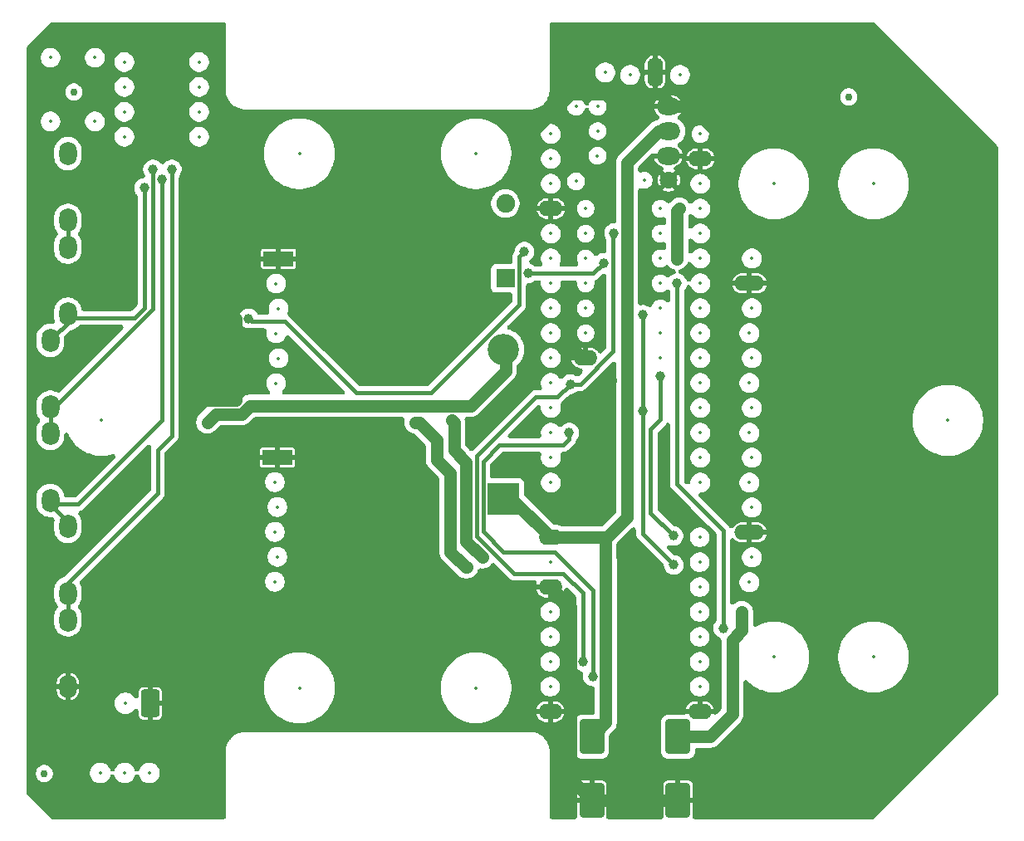
<source format=gbr>
G04 #@! TF.GenerationSoftware,KiCad,Pcbnew,9.0.1*
G04 #@! TF.CreationDate,2025-07-23T10:34:01+02:00*
G04 #@! TF.ProjectId,mainboard,6d61696e-626f-4617-9264-2e6b69636164,rev?*
G04 #@! TF.SameCoordinates,Original*
G04 #@! TF.FileFunction,Copper,L1,Top*
G04 #@! TF.FilePolarity,Positive*
%FSLAX46Y46*%
G04 Gerber Fmt 4.6, Leading zero omitted, Abs format (unit mm)*
G04 Created by KiCad (PCBNEW 9.0.1) date 2025-07-23 10:34:01*
%MOMM*%
%LPD*%
G01*
G04 APERTURE LIST*
G04 Aperture macros list*
%AMRoundRect*
0 Rectangle with rounded corners*
0 $1 Rounding radius*
0 $2 $3 $4 $5 $6 $7 $8 $9 X,Y pos of 4 corners*
0 Add a 4 corners polygon primitive as box body*
4,1,4,$2,$3,$4,$5,$6,$7,$8,$9,$2,$3,0*
0 Add four circle primitives for the rounded corners*
1,1,$1+$1,$2,$3*
1,1,$1+$1,$4,$5*
1,1,$1+$1,$6,$7*
1,1,$1+$1,$8,$9*
0 Add four rect primitives between the rounded corners*
20,1,$1+$1,$2,$3,$4,$5,0*
20,1,$1+$1,$4,$5,$6,$7,0*
20,1,$1+$1,$6,$7,$8,$9,0*
20,1,$1+$1,$8,$9,$2,$3,0*%
G04 Aperture macros list end*
G04 #@! TA.AperFunction,SMDPad,CuDef*
%ADD10RoundRect,0.250000X-1.000000X1.500000X-1.000000X-1.500000X1.000000X-1.500000X1.000000X1.500000X0*%
G04 #@! TD*
G04 #@! TA.AperFunction,ComponentPad*
%ADD11O,2.400000X1.600000*%
G04 #@! TD*
G04 #@! TA.AperFunction,SMDPad,CuDef*
%ADD12C,0.750000*%
G04 #@! TD*
G04 #@! TA.AperFunction,ComponentPad*
%ADD13O,1.800000X2.400000*%
G04 #@! TD*
G04 #@! TA.AperFunction,ComponentPad*
%ADD14O,2.400000X1.800000*%
G04 #@! TD*
G04 #@! TA.AperFunction,ComponentPad*
%ADD15O,1.600000X3.048000*%
G04 #@! TD*
G04 #@! TA.AperFunction,ComponentPad*
%ADD16C,1.800000*%
G04 #@! TD*
G04 #@! TA.AperFunction,ComponentPad*
%ADD17R,1.900000X1.900000*%
G04 #@! TD*
G04 #@! TA.AperFunction,ComponentPad*
%ADD18C,1.900000*%
G04 #@! TD*
G04 #@! TA.AperFunction,ComponentPad*
%ADD19R,3.048000X1.524000*%
G04 #@! TD*
G04 #@! TA.AperFunction,ComponentPad*
%ADD20R,3.200000X3.200000*%
G04 #@! TD*
G04 #@! TA.AperFunction,ComponentPad*
%ADD21O,3.200000X3.200000*%
G04 #@! TD*
G04 #@! TA.AperFunction,ComponentPad*
%ADD22O,3.048000X1.524000*%
G04 #@! TD*
G04 #@! TA.AperFunction,ComponentPad*
%ADD23RoundRect,0.272988X0.677012X1.127012X-0.677012X1.127012X-0.677012X-1.127012X0.677012X-1.127012X0*%
G04 #@! TD*
G04 #@! TA.AperFunction,ViaPad*
%ADD24C,1.000000*%
G04 #@! TD*
G04 #@! TA.AperFunction,ViaPad*
%ADD25C,0.800000*%
G04 #@! TD*
G04 #@! TA.AperFunction,Conductor*
%ADD26C,1.250000*%
G04 #@! TD*
G04 #@! TA.AperFunction,Conductor*
%ADD27C,0.400000*%
G04 #@! TD*
%ADD28C,0.350000*%
G04 APERTURE END LIST*
D10*
G04 #@! TO.P,C2,2*
G04 #@! TO.N,GND*
X125800000Y-143750000D03*
G04 #@! TO.P,C2,1*
G04 #@! TO.N,/V_BATT*
X125800000Y-137250000D03*
G04 #@! TD*
G04 #@! TO.P,C3,2*
G04 #@! TO.N,GND*
X134600000Y-143750000D03*
G04 #@! TO.P,C3,1*
G04 #@! TO.N,5V*
X134600000Y-137250000D03*
G04 #@! TD*
D11*
G04 #@! TO.P,IC1,7,GND*
G04 #@! TO.N,GND*
X125175000Y-98640000D03*
G04 #@! TD*
D12*
G04 #@! TO.P,FID3,*
G04 #@! TO.N,*
X152000000Y-72000000D03*
G04 #@! TD*
D13*
G04 #@! TO.P,R4,1*
G04 #@! TO.N,Net-(S3C-2)*
X70600000Y-113150000D03*
G04 #@! TO.P,R4,2*
G04 #@! TO.N,Net-(S3B-2)*
X70600000Y-106330000D03*
G04 #@! TD*
G04 #@! TO.P,R2,1*
G04 #@! TO.N,Net-(S3A-2)*
X72400000Y-94150000D03*
G04 #@! TO.P,R2,2*
G04 #@! TO.N,/FUNCTION_SELECT*
X72400000Y-87330000D03*
G04 #@! TD*
D12*
G04 #@! TO.P,FID2,*
G04 #@! TO.N,*
X73000000Y-71500000D03*
G04 #@! TD*
D13*
G04 #@! TO.P,R1,1*
G04 #@! TO.N,/FUNCTION_SELECT*
X72400000Y-84600000D03*
G04 #@! TO.P,R1,2*
G04 #@! TO.N,5V*
X72400000Y-77780000D03*
G04 #@! TD*
D14*
G04 #@! TO.P,R8,1*
G04 #@! TO.N,GND*
X133600000Y-78000000D03*
G04 #@! TD*
D12*
G04 #@! TO.P,FID1,*
G04 #@! TO.N,*
X70000000Y-141000000D03*
G04 #@! TD*
D11*
G04 #@! TO.P,U1,4,GND*
G04 #@! TO.N,GND*
X121630000Y-83400000D03*
G04 #@! TO.P,U1,29,GND*
X136870000Y-78320000D03*
G04 #@! TD*
D15*
G04 #@! TO.P,J5,2,2*
G04 #@! TO.N,GND*
X132270000Y-69496000D03*
G04 #@! TD*
D16*
G04 #@! TO.P,C1,2*
G04 #@! TO.N,GND*
X133650000Y-80500000D03*
G04 #@! TD*
D17*
G04 #@! TO.P,D3,1,K*
G04 #@! TO.N,/RXD_BT*
X117000000Y-90500000D03*
D18*
G04 #@! TO.P,D3,2,A*
G04 #@! TO.N,/RXD*
X117000000Y-82880000D03*
G04 #@! TD*
D19*
G04 #@! TO.P,J3,1,1*
G04 #@! TO.N,GND*
X93877000Y-88500000D03*
G04 #@! TD*
D20*
G04 #@! TO.P,D1,1,K*
G04 #@! TO.N,/V_BATT*
X116800000Y-113000000D03*
D21*
G04 #@! TO.P,D1,2,A*
G04 #@! TO.N,/SW_PWR*
X116800000Y-97760000D03*
G04 #@! TD*
D22*
G04 #@! TO.P,J1,3,3*
G04 #@! TO.N,GND*
X141877000Y-116420000D03*
G04 #@! TO.P,J1,13,13*
X141877000Y-91020000D03*
G04 #@! TD*
D13*
G04 #@! TO.P,R3,1*
G04 #@! TO.N,Net-(S3B-2)*
X70600000Y-103650000D03*
G04 #@! TO.P,R3,2*
G04 #@! TO.N,Net-(S3A-2)*
X70600000Y-96830000D03*
G04 #@! TD*
D14*
G04 #@! TO.P,R10,2*
G04 #@! TO.N,GND*
X133620000Y-73000000D03*
G04 #@! TD*
D13*
G04 #@! TO.P,R6,1*
G04 #@! TO.N,GND*
X72400000Y-132150000D03*
G04 #@! TO.P,R6,2*
G04 #@! TO.N,Net-(S3D-2)*
X72400000Y-125330000D03*
G04 #@! TD*
D19*
G04 #@! TO.P,J2,1,1*
G04 #@! TO.N,GND*
X93750000Y-108750000D03*
G04 #@! TD*
D11*
G04 #@! TO.P,U2,1,VM*
G04 #@! TO.N,/V_BATT*
X121580000Y-116910000D03*
G04 #@! TO.P,U2,3,GND*
G04 #@! TO.N,GND*
X121580000Y-121990000D03*
G04 #@! TO.P,U2,8,GND*
X121580000Y-134690000D03*
G04 #@! TO.P,U2,9,GND*
X136820000Y-134690000D03*
G04 #@! TD*
D13*
G04 #@! TO.P,R5,1*
G04 #@! TO.N,Net-(S3C-2)*
X72400000Y-115800000D03*
G04 #@! TO.P,R5,2*
G04 #@! TO.N,Net-(S3D-2)*
X72400000Y-122620000D03*
G04 #@! TD*
D14*
G04 #@! TO.P,R7,2*
G04 #@! TO.N,/V_BATT*
X133620000Y-75500000D03*
G04 #@! TD*
D23*
G04 #@! TO.P,J4,1,Pin_1*
G04 #@! TO.N,GND*
X80800000Y-133850000D03*
G04 #@! TD*
D24*
G04 #@! TO.N,5V*
X141100000Y-124530000D03*
G04 #@! TO.N,GND*
X123600000Y-134700000D03*
G04 #@! TO.N,5V*
X134750000Y-83400000D03*
X134500000Y-88500000D03*
G04 #@! TO.N,GND*
X89500000Y-102900000D03*
D25*
X131100000Y-120900000D03*
D24*
X89500000Y-94600000D03*
X125200000Y-114600000D03*
X119100000Y-83400000D03*
X139300000Y-89700000D03*
X85800000Y-102900000D03*
X127700000Y-100900000D03*
G04 #@! TO.N,/LEFT_A*
X118938354Y-87788853D03*
X90825000Y-94600000D03*
G04 #@! TO.N,/{slash}LEFT_DIR*
X134135000Y-116765000D03*
X132800000Y-100500000D03*
G04 #@! TO.N,/LEFT_DIR*
X134165000Y-119735000D03*
X131000000Y-104000000D03*
X131000000Y-94225000D03*
G04 #@! TO.N,/{slash}RIGHT_DIR*
X134500000Y-91020000D03*
X139200000Y-126200000D03*
G04 #@! TO.N,/RIGHT_DIR*
X128075000Y-85900000D03*
X124931000Y-129600000D03*
X123600000Y-101300000D03*
G04 #@! TO.N,/LEFT_MOTOR_1*
X114660757Y-118960757D03*
X111500000Y-105000000D03*
G04 #@! TO.N,/LEFT_MOTOR_2*
X107800000Y-105200000D03*
X113085804Y-119985804D03*
G04 #@! TO.N,/FUNCTION_SELECT*
X119300000Y-90000000D03*
X127003343Y-88938082D03*
G04 #@! TO.N,/SW_PWR*
X86600499Y-105199501D03*
G04 #@! TO.N,Net-(S3A-2)*
X80166912Y-81300000D03*
G04 #@! TO.N,Net-(S3B-2)*
X81066912Y-79400000D03*
G04 #@! TO.N,/RIGHT_PWM*
X125900000Y-131100000D03*
X123500000Y-106260000D03*
G04 #@! TO.N,Net-(S3C-2)*
X82000000Y-80400000D03*
G04 #@! TO.N,Net-(S3D-2)*
X83000000Y-79400000D03*
G04 #@! TD*
D26*
G04 #@! TO.N,/V_BATT*
X116800000Y-113000000D02*
X117670000Y-113000000D01*
X117670000Y-113000000D02*
X121580000Y-116910000D01*
D27*
G04 #@! TO.N,/{slash}RIGHT_DIR*
X139200000Y-116200000D02*
X134500000Y-111500000D01*
X139200000Y-116200000D02*
X139200000Y-126200000D01*
D26*
G04 #@! TO.N,/V_BATT*
X125800000Y-137250000D02*
X127227651Y-135822349D01*
X127227651Y-135822349D02*
X127227651Y-119227651D01*
X127227651Y-119227651D02*
X127200000Y-119200000D01*
X127200000Y-119200000D02*
X127200000Y-116950000D01*
G04 #@! TO.N,GND*
X123600000Y-134700000D02*
X123600000Y-124010000D01*
X123600000Y-124010000D02*
X121580000Y-121990000D01*
G04 #@! TO.N,5V*
X141100000Y-124530000D02*
X141100000Y-126423533D01*
X137850000Y-137250000D02*
X134600000Y-137250000D01*
X141100000Y-126423533D02*
X140144000Y-127379533D01*
X140144000Y-127379533D02*
X140144000Y-134956000D01*
X140144000Y-134956000D02*
X137850000Y-137250000D01*
D27*
G04 #@! TO.N,/RIGHT_PWM*
X125900000Y-131100000D02*
X125900000Y-122300000D01*
X125900000Y-122300000D02*
X122000000Y-118400000D01*
X114709638Y-116309638D02*
X114709638Y-109190362D01*
X122900000Y-107500000D02*
X123500000Y-106900000D01*
X122000000Y-118400000D02*
X116800000Y-118400000D01*
X116800000Y-118400000D02*
X114709638Y-116309638D01*
X114709638Y-109190362D02*
X116400000Y-107500000D01*
X116400000Y-107500000D02*
X122900000Y-107500000D01*
X123500000Y-106900000D02*
X123500000Y-106260000D01*
G04 #@! TO.N,/RIGHT_DIR*
X124931000Y-129600000D02*
X124900000Y-129569000D01*
X124900000Y-129569000D02*
X124900000Y-122600000D01*
X124900000Y-122600000D02*
X122900000Y-120600000D01*
X122300000Y-102600000D02*
X123600000Y-101300000D01*
X122900000Y-120600000D02*
X117900000Y-120600000D01*
X114100000Y-108600000D02*
X120100000Y-102600000D01*
X117900000Y-120600000D02*
X114100000Y-116800000D01*
X114100000Y-116800000D02*
X114100000Y-108600000D01*
X120100000Y-102600000D02*
X122300000Y-102600000D01*
D26*
G04 #@! TO.N,GND*
X125800000Y-143750000D02*
X134600000Y-143750000D01*
X123600000Y-141550000D02*
X125800000Y-143750000D01*
X123600000Y-134700000D02*
X123600000Y-141550000D01*
G04 #@! TO.N,5V*
X134500000Y-83650000D02*
X134750000Y-83400000D01*
X134500000Y-88500000D02*
X134500000Y-83650000D01*
G04 #@! TO.N,GND*
X127700000Y-100900000D02*
X125200000Y-103400000D01*
X124840000Y-98640000D02*
X123700000Y-97500000D01*
X139300000Y-89700000D02*
X139300000Y-76405462D01*
X134020000Y-73000000D02*
X135894537Y-73000000D01*
X125200000Y-103400000D02*
X125200000Y-114600000D01*
X85800000Y-102900000D02*
X89500000Y-102900000D01*
X89500000Y-94600000D02*
X89500000Y-97700000D01*
X125175000Y-98640000D02*
X124840000Y-98640000D01*
X135894537Y-73000000D02*
X138097269Y-75202731D01*
X132744000Y-71724000D02*
X134020000Y-73000000D01*
X123671463Y-71724000D02*
X132744000Y-71724000D01*
X89500000Y-97700000D02*
X89500000Y-102900000D01*
X133379067Y-73000000D02*
X134020000Y-73000000D01*
X119100000Y-76295463D02*
X123671463Y-71724000D01*
X139300000Y-76405462D02*
X138097269Y-75202731D01*
X119100000Y-83400000D02*
X119100000Y-76295463D01*
G04 #@! TO.N,/V_BATT*
X129400000Y-100900000D02*
X129400000Y-78700000D01*
X129400000Y-114850000D02*
X129400000Y-99100000D01*
X132600000Y-75500000D02*
X134020000Y-75500000D01*
X116800000Y-113000000D02*
X117000000Y-113200000D01*
X127350000Y-116900000D02*
X129400000Y-114850000D01*
X129400000Y-78700000D02*
X132600000Y-75500000D01*
X121580000Y-116910000D02*
X127240000Y-116910000D01*
D27*
G04 #@! TO.N,/LEFT_A*
X94500000Y-94900000D02*
X91125000Y-94900000D01*
X109400000Y-102200000D02*
X101800000Y-102200000D01*
X118938354Y-87788853D02*
X118400000Y-88327207D01*
X91125000Y-94900000D02*
X90825000Y-94600000D01*
X118400000Y-88327207D02*
X118400000Y-93200000D01*
X118400000Y-93200000D02*
X109400000Y-102200000D01*
X101800000Y-102200000D02*
X94500000Y-94900000D01*
G04 #@! TO.N,/{slash}LEFT_DIR*
X131801000Y-114431000D02*
X134135000Y-116765000D01*
X131801000Y-105914259D02*
X131801000Y-114431000D01*
X132800000Y-100500000D02*
X132800000Y-104915259D01*
X132800000Y-104915259D02*
X131801000Y-105914259D01*
G04 #@! TO.N,/LEFT_DIR*
X131000000Y-104000000D02*
X131000000Y-116570000D01*
X131000000Y-94225000D02*
X130900000Y-94125000D01*
X131000000Y-116570000D02*
X134165000Y-119735000D01*
X131000000Y-104000000D02*
X131000000Y-94225000D01*
G04 #@! TO.N,/{slash}RIGHT_DIR*
X134500000Y-111500000D02*
X134500000Y-91020000D01*
G04 #@! TO.N,/RIGHT_DIR*
X127974500Y-86374500D02*
X127974500Y-97938970D01*
X128075000Y-86274000D02*
X127974500Y-86374500D01*
X124613470Y-101300000D02*
X123600000Y-101300000D01*
X127974500Y-97938970D02*
X124613470Y-101300000D01*
X128075000Y-85900000D02*
X128075000Y-86274000D01*
D26*
G04 #@! TO.N,/LEFT_MOTOR_1*
X113000000Y-117300000D02*
X113000000Y-109250000D01*
X111750000Y-105250000D02*
X111500000Y-105000000D01*
X114660757Y-118960757D02*
X113000000Y-117300000D01*
X113000000Y-109250000D02*
X111750000Y-108000000D01*
X111750000Y-108000000D02*
X111750000Y-105250000D01*
G04 #@! TO.N,/LEFT_MOTOR_2*
X110000000Y-107000000D02*
X110000000Y-109000000D01*
X112985804Y-119985804D02*
X113085804Y-119985804D01*
X108200000Y-105200000D02*
X110000000Y-107000000D01*
X111400000Y-110400000D02*
X111400000Y-118400000D01*
X111400000Y-118400000D02*
X112985804Y-119985804D01*
X107800000Y-105200000D02*
X108200000Y-105200000D01*
X110000000Y-109000000D02*
X111400000Y-110400000D01*
D27*
G04 #@! TO.N,/FUNCTION_SELECT*
X127003343Y-88938082D02*
X125941425Y-90000000D01*
X72400000Y-86930000D02*
X72400000Y-85000000D01*
X125941425Y-90000000D02*
X119300000Y-90000000D01*
D26*
G04 #@! TO.N,/SW_PWR*
X113500000Y-103500000D02*
X90951000Y-103500000D01*
X90951000Y-103501024D02*
X90101024Y-104351000D01*
X116800000Y-97760000D02*
X117000000Y-97960000D01*
X87449000Y-104351000D02*
X86600499Y-105199501D01*
X90101024Y-104351000D02*
X87449000Y-104351000D01*
X117000000Y-97960000D02*
X117000000Y-100000000D01*
X90951000Y-103500000D02*
X90951000Y-103501024D01*
X117000000Y-100000000D02*
X113500000Y-103500000D01*
D27*
G04 #@! TO.N,Net-(S3A-2)*
X80199501Y-93500499D02*
X80199501Y-81332589D01*
X70600000Y-96430000D02*
X71000000Y-96430000D01*
X72400000Y-94550000D02*
X79150000Y-94550000D01*
X79150000Y-94550000D02*
X80199501Y-93500499D01*
X80199501Y-81332589D02*
X80166912Y-81300000D01*
X71000000Y-96430000D02*
X72400000Y-95030000D01*
G04 #@! TO.N,Net-(S3B-2)*
X81066912Y-79400000D02*
X81066912Y-93583088D01*
X70600000Y-105930000D02*
X70600000Y-104050000D01*
X81066912Y-93583088D02*
X70600000Y-104050000D01*
G04 #@! TO.N,Net-(S3C-2)*
X73450000Y-113550000D02*
X70600000Y-113550000D01*
X82000000Y-105000000D02*
X73450000Y-113550000D01*
X72400000Y-115400000D02*
X70600000Y-113600000D01*
X70600000Y-113600000D02*
X70600000Y-113550000D01*
X82000000Y-80400000D02*
X82000000Y-105000000D01*
G04 #@! TO.N,Net-(S3D-2)*
X72400000Y-121600000D02*
X72400000Y-122060000D01*
X72400000Y-124930000D02*
X72400000Y-123020000D01*
X83000000Y-79400000D02*
X83000000Y-106548004D01*
X83000000Y-106548004D02*
X81548004Y-108000000D01*
X81548004Y-108000000D02*
X81548004Y-112451996D01*
X81548004Y-112451996D02*
X72400000Y-121600000D01*
G04 #@! TD*
G04 #@! TA.AperFunction,Conductor*
G04 #@! TO.N,GND*
G36*
X128120788Y-99000720D02*
G01*
X128201570Y-99054696D01*
X128255546Y-99135478D01*
X128274500Y-99230766D01*
X128274500Y-114280662D01*
X128255546Y-114375950D01*
X128201570Y-114456732D01*
X126946733Y-115711570D01*
X126865951Y-115765546D01*
X126770663Y-115784500D01*
X122695458Y-115784500D01*
X122600170Y-115765546D01*
X122582422Y-115757364D01*
X122479219Y-115704780D01*
X122479216Y-115704779D01*
X122479214Y-115704778D01*
X122284531Y-115641522D01*
X122082361Y-115609500D01*
X122082352Y-115609500D01*
X121974337Y-115609500D01*
X121879049Y-115590546D01*
X121798267Y-115536570D01*
X118973429Y-112711732D01*
X118919453Y-112630950D01*
X118900499Y-112535662D01*
X118900499Y-111352134D01*
X118900499Y-111352128D01*
X118894091Y-111292517D01*
X118875046Y-111241454D01*
X120629500Y-111241454D01*
X120629500Y-111438545D01*
X120667947Y-111631830D01*
X120667949Y-111631835D01*
X120743365Y-111813908D01*
X120743366Y-111813911D01*
X120743368Y-111813914D01*
X120798490Y-111896410D01*
X120826035Y-111937635D01*
X120852861Y-111977782D01*
X120992218Y-112117139D01*
X121156086Y-112226632D01*
X121338165Y-112302051D01*
X121338167Y-112302051D01*
X121338169Y-112302052D01*
X121526453Y-112339504D01*
X121531459Y-112340500D01*
X121728541Y-112340500D01*
X121921835Y-112302051D01*
X122103914Y-112226632D01*
X122267782Y-112117139D01*
X122407139Y-111977782D01*
X122516632Y-111813914D01*
X122592051Y-111631835D01*
X122630500Y-111438541D01*
X122630500Y-111241459D01*
X122592051Y-111048165D01*
X122516632Y-110866086D01*
X122407139Y-110702218D01*
X122267782Y-110562861D01*
X122258482Y-110556647D01*
X122103915Y-110453369D01*
X122103914Y-110453368D01*
X122103911Y-110453366D01*
X122103908Y-110453365D01*
X121921835Y-110377949D01*
X121921830Y-110377947D01*
X121728545Y-110339500D01*
X121728541Y-110339500D01*
X121531459Y-110339500D01*
X121531454Y-110339500D01*
X121338169Y-110377947D01*
X121338164Y-110377949D01*
X121156091Y-110453365D01*
X121156084Y-110453369D01*
X120992221Y-110562858D01*
X120852858Y-110702221D01*
X120743369Y-110866084D01*
X120743365Y-110866091D01*
X120667949Y-111048164D01*
X120667947Y-111048169D01*
X120629500Y-111241454D01*
X118875046Y-111241454D01*
X118843796Y-111157669D01*
X118757546Y-111042454D01*
X118642331Y-110956204D01*
X118562117Y-110926286D01*
X118507481Y-110905908D01*
X118447876Y-110899500D01*
X118447873Y-110899500D01*
X115659138Y-110899500D01*
X115563850Y-110880546D01*
X115483068Y-110826570D01*
X115429092Y-110745788D01*
X115410138Y-110650500D01*
X115410138Y-109583659D01*
X115429092Y-109488371D01*
X115483068Y-109407589D01*
X116617227Y-108273430D01*
X116698009Y-108219454D01*
X116793297Y-108200500D01*
X120425740Y-108200500D01*
X120521028Y-108219454D01*
X120601810Y-108273430D01*
X120655786Y-108354212D01*
X120674740Y-108449500D01*
X120669955Y-108498078D01*
X120629500Y-108701454D01*
X120629500Y-108898545D01*
X120667947Y-109091830D01*
X120667949Y-109091835D01*
X120743365Y-109273908D01*
X120743366Y-109273911D01*
X120743368Y-109273914D01*
X120798490Y-109356410D01*
X120849025Y-109432042D01*
X120852861Y-109437782D01*
X120992218Y-109577139D01*
X121156086Y-109686632D01*
X121338165Y-109762051D01*
X121338167Y-109762051D01*
X121338169Y-109762052D01*
X121526453Y-109799504D01*
X121531459Y-109800500D01*
X121728541Y-109800500D01*
X121921835Y-109762051D01*
X122103914Y-109686632D01*
X122267782Y-109577139D01*
X122407139Y-109437782D01*
X122516632Y-109273914D01*
X122592051Y-109091835D01*
X122630500Y-108898541D01*
X122630500Y-108701459D01*
X122607747Y-108587072D01*
X122590045Y-108498078D01*
X122590044Y-108400923D01*
X122627224Y-108311163D01*
X122695923Y-108242464D01*
X122785682Y-108205285D01*
X122834260Y-108200500D01*
X122968994Y-108200500D01*
X123036661Y-108187040D01*
X123104324Y-108173581D01*
X123104325Y-108173580D01*
X123104328Y-108173580D01*
X123231811Y-108120775D01*
X123346543Y-108044114D01*
X124044114Y-107346543D01*
X124120775Y-107231811D01*
X124173580Y-107104329D01*
X124184416Y-107049849D01*
X124221594Y-106960093D01*
X124252563Y-106922356D01*
X124277139Y-106897782D01*
X124386632Y-106733914D01*
X124462051Y-106551835D01*
X124500500Y-106358541D01*
X124500500Y-106161459D01*
X124479917Y-106057982D01*
X124462052Y-105968169D01*
X124462051Y-105968167D01*
X124462051Y-105968165D01*
X124386632Y-105786086D01*
X124277139Y-105622218D01*
X124137782Y-105482861D01*
X124128482Y-105476647D01*
X123982612Y-105379180D01*
X123973914Y-105373368D01*
X123973911Y-105373366D01*
X123973908Y-105373365D01*
X123791835Y-105297949D01*
X123791830Y-105297947D01*
X123598545Y-105259500D01*
X123598541Y-105259500D01*
X123401459Y-105259500D01*
X123401454Y-105259500D01*
X123208169Y-105297947D01*
X123208164Y-105297949D01*
X123026091Y-105373365D01*
X123026084Y-105373369D01*
X122862221Y-105482858D01*
X122862218Y-105482860D01*
X122862218Y-105482861D01*
X122741066Y-105604012D01*
X122660288Y-105657986D01*
X122565000Y-105676940D01*
X122469712Y-105657986D01*
X122388933Y-105604012D01*
X122267782Y-105482861D01*
X122258482Y-105476647D01*
X122112612Y-105379180D01*
X122103914Y-105373368D01*
X122103911Y-105373366D01*
X122103908Y-105373365D01*
X121921835Y-105297949D01*
X121921830Y-105297947D01*
X121728545Y-105259500D01*
X121728541Y-105259500D01*
X121531459Y-105259500D01*
X121531454Y-105259500D01*
X121338169Y-105297947D01*
X121338164Y-105297949D01*
X121156091Y-105373365D01*
X121156084Y-105373369D01*
X120992221Y-105482858D01*
X120852858Y-105622221D01*
X120743369Y-105786084D01*
X120743365Y-105786091D01*
X120667949Y-105968164D01*
X120667947Y-105968169D01*
X120629500Y-106161454D01*
X120629500Y-106358545D01*
X120658020Y-106501922D01*
X120658021Y-106599077D01*
X120620841Y-106688837D01*
X120552142Y-106757536D01*
X120462383Y-106794715D01*
X120413805Y-106799500D01*
X117492297Y-106799500D01*
X117397009Y-106780546D01*
X117316227Y-106726570D01*
X117262251Y-106645788D01*
X117243297Y-106550500D01*
X117262251Y-106455212D01*
X117316227Y-106374430D01*
X120204430Y-103486226D01*
X120285212Y-103432250D01*
X120380500Y-103413296D01*
X120475788Y-103432250D01*
X120556570Y-103486226D01*
X120610546Y-103567008D01*
X120629500Y-103662296D01*
X120629500Y-103818545D01*
X120667947Y-104011830D01*
X120667949Y-104011835D01*
X120743365Y-104193908D01*
X120743366Y-104193911D01*
X120743368Y-104193914D01*
X120852861Y-104357782D01*
X120992218Y-104497139D01*
X121156086Y-104606632D01*
X121338165Y-104682051D01*
X121338167Y-104682051D01*
X121338169Y-104682052D01*
X121438409Y-104701991D01*
X121531459Y-104720500D01*
X121728541Y-104720500D01*
X121921835Y-104682051D01*
X122103914Y-104606632D01*
X122267782Y-104497139D01*
X122407139Y-104357782D01*
X122516632Y-104193914D01*
X122592051Y-104011835D01*
X122630500Y-103818541D01*
X122630500Y-103621459D01*
X122592760Y-103431734D01*
X122592760Y-103334581D01*
X122629939Y-103244821D01*
X122698635Y-103176124D01*
X122742601Y-103146748D01*
X122746539Y-103144117D01*
X122746539Y-103144116D01*
X122746543Y-103144114D01*
X123311521Y-102579136D01*
X123517228Y-102373430D01*
X123598009Y-102319454D01*
X123686384Y-102301875D01*
X123686367Y-102301699D01*
X123688154Y-102301522D01*
X123693297Y-102300500D01*
X123698541Y-102300500D01*
X123891835Y-102262051D01*
X124073914Y-102186632D01*
X124237782Y-102077139D01*
X124241493Y-102073427D01*
X124245854Y-102070513D01*
X124247236Y-102069380D01*
X124247347Y-102069516D01*
X124322272Y-102019454D01*
X124417560Y-102000500D01*
X124682464Y-102000500D01*
X124750131Y-101987040D01*
X124817794Y-101973581D01*
X124817795Y-101973580D01*
X124817798Y-101973580D01*
X124945281Y-101920775D01*
X125060013Y-101844114D01*
X127849433Y-99054693D01*
X127930212Y-99000720D01*
X128025500Y-98981766D01*
X128120788Y-99000720D01*
G37*
G04 #@! TD.AperFunction*
G04 #@! TA.AperFunction,Conductor*
G36*
X127120288Y-90029175D02*
G01*
X127201070Y-90083151D01*
X127255046Y-90163933D01*
X127274000Y-90259221D01*
X127274000Y-97545673D01*
X127255046Y-97640961D01*
X127201070Y-97721743D01*
X127201069Y-97721743D01*
X126832942Y-98089869D01*
X126752161Y-98143845D01*
X126656873Y-98162799D01*
X126561585Y-98143845D01*
X126480803Y-98089868D01*
X126449837Y-98052136D01*
X126393697Y-97968117D01*
X126246882Y-97821302D01*
X126074256Y-97705957D01*
X126074251Y-97705954D01*
X125882443Y-97626504D01*
X125678807Y-97586000D01*
X125429001Y-97586000D01*
X125429000Y-97586001D01*
X125429000Y-98328314D01*
X125420606Y-98319920D01*
X125329394Y-98267259D01*
X125227661Y-98240000D01*
X125122339Y-98240000D01*
X125020606Y-98267259D01*
X124929394Y-98319920D01*
X124921000Y-98328314D01*
X124921000Y-97586001D01*
X124920999Y-97586000D01*
X124671193Y-97586000D01*
X124467556Y-97626504D01*
X124275748Y-97705954D01*
X124275743Y-97705957D01*
X124103117Y-97821302D01*
X123956302Y-97968117D01*
X123840957Y-98140743D01*
X123840954Y-98140748D01*
X123761504Y-98332557D01*
X123750874Y-98386000D01*
X124863314Y-98386000D01*
X124854920Y-98394394D01*
X124802259Y-98485606D01*
X124775000Y-98587339D01*
X124775000Y-98692661D01*
X124802259Y-98794394D01*
X124854920Y-98885606D01*
X124863314Y-98894000D01*
X123750874Y-98894000D01*
X123761504Y-98947442D01*
X123840954Y-99139251D01*
X123840957Y-99139256D01*
X123956302Y-99311882D01*
X124103117Y-99458697D01*
X124275743Y-99574042D01*
X124275748Y-99574045D01*
X124467557Y-99653495D01*
X124679400Y-99695632D01*
X124702059Y-99705017D01*
X124726112Y-99709802D01*
X124746501Y-99723425D01*
X124769160Y-99732811D01*
X124786501Y-99750152D01*
X124806894Y-99763778D01*
X124820519Y-99784170D01*
X124837859Y-99801510D01*
X124847243Y-99824166D01*
X124860870Y-99844560D01*
X124865654Y-99868613D01*
X124875039Y-99891269D01*
X124875039Y-99915793D01*
X124879824Y-99939848D01*
X124875039Y-99963900D01*
X124875040Y-99988424D01*
X124865654Y-100011083D01*
X124860870Y-100035136D01*
X124847246Y-100055525D01*
X124837861Y-100078184D01*
X124806894Y-100115918D01*
X124479492Y-100443320D01*
X124398710Y-100497296D01*
X124303422Y-100516250D01*
X124208134Y-100497296D01*
X124165086Y-100474286D01*
X124073920Y-100413371D01*
X124073908Y-100413365D01*
X123891835Y-100337949D01*
X123891830Y-100337947D01*
X123698545Y-100299500D01*
X123698541Y-100299500D01*
X123501459Y-100299500D01*
X123501454Y-100299500D01*
X123308169Y-100337947D01*
X123308164Y-100337949D01*
X123126091Y-100413365D01*
X123126084Y-100413369D01*
X122962219Y-100522860D01*
X122962216Y-100522862D01*
X122836260Y-100648818D01*
X122755478Y-100702794D01*
X122660190Y-100721748D01*
X122564902Y-100702794D01*
X122484121Y-100648817D01*
X122453156Y-100611086D01*
X122407142Y-100542222D01*
X122407141Y-100542221D01*
X122407139Y-100542218D01*
X122267782Y-100402861D01*
X122258482Y-100396647D01*
X122170631Y-100337947D01*
X122103914Y-100293368D01*
X122103911Y-100293366D01*
X122103908Y-100293365D01*
X121921835Y-100217949D01*
X121921830Y-100217947D01*
X121728545Y-100179500D01*
X121728541Y-100179500D01*
X121531459Y-100179500D01*
X121531454Y-100179500D01*
X121338169Y-100217947D01*
X121338164Y-100217949D01*
X121156091Y-100293365D01*
X121156084Y-100293369D01*
X120992221Y-100402858D01*
X120852858Y-100542221D01*
X120743369Y-100706084D01*
X120743365Y-100706091D01*
X120667949Y-100888164D01*
X120667947Y-100888169D01*
X120629500Y-101081454D01*
X120629500Y-101278545D01*
X120667947Y-101471830D01*
X120667949Y-101471835D01*
X120702485Y-101555213D01*
X120721439Y-101650501D01*
X120702485Y-101745789D01*
X120648508Y-101826570D01*
X120567726Y-101880546D01*
X120472439Y-101899500D01*
X120031007Y-101899500D01*
X119924051Y-101920774D01*
X119895674Y-101926418D01*
X119895671Y-101926419D01*
X119864538Y-101939315D01*
X119864526Y-101939320D01*
X119855543Y-101943042D01*
X119768189Y-101979225D01*
X119723039Y-102009394D01*
X119710790Y-102017578D01*
X119710787Y-102017580D01*
X119653460Y-102055884D01*
X113701590Y-108007752D01*
X113620808Y-108061728D01*
X113525520Y-108080682D01*
X113430232Y-108061728D01*
X113349450Y-108007752D01*
X112948430Y-107606732D01*
X112894454Y-107525950D01*
X112875500Y-107430662D01*
X112875500Y-105161423D01*
X112875499Y-105161412D01*
X112847787Y-104986451D01*
X112847785Y-104986442D01*
X112847082Y-104984277D01*
X112836414Y-104951443D01*
X112824996Y-104854961D01*
X112851369Y-104761454D01*
X112911518Y-104685157D01*
X112996285Y-104637686D01*
X113073228Y-104625500D01*
X113588576Y-104625500D01*
X113588579Y-104625500D01*
X113588582Y-104625499D01*
X113588588Y-104625499D01*
X113671244Y-104612406D01*
X113763556Y-104597786D01*
X113932042Y-104543042D01*
X114089890Y-104462614D01*
X114233214Y-104358483D01*
X114358483Y-104233214D01*
X117858483Y-100733214D01*
X117898445Y-100678211D01*
X117962614Y-100589890D01*
X118008670Y-100499500D01*
X118043042Y-100432043D01*
X118097786Y-100263556D01*
X118106559Y-100208165D01*
X118125500Y-100088579D01*
X118125500Y-99508195D01*
X118144454Y-99412907D01*
X118198427Y-99332128D01*
X118382628Y-99147928D01*
X118550249Y-98929479D01*
X118687923Y-98691021D01*
X118749876Y-98541454D01*
X120629500Y-98541454D01*
X120629500Y-98738545D01*
X120667947Y-98931830D01*
X120667949Y-98931835D01*
X120743365Y-99113908D01*
X120743366Y-99113911D01*
X120743368Y-99113914D01*
X120852861Y-99277782D01*
X120992218Y-99417139D01*
X121156086Y-99526632D01*
X121338165Y-99602051D01*
X121338167Y-99602051D01*
X121338169Y-99602052D01*
X121526453Y-99639504D01*
X121531459Y-99640500D01*
X121728541Y-99640500D01*
X121921835Y-99602051D01*
X122103914Y-99526632D01*
X122267782Y-99417139D01*
X122407139Y-99277782D01*
X122516632Y-99113914D01*
X122592051Y-98931835D01*
X122630500Y-98738541D01*
X122630500Y-98541459D01*
X122609646Y-98436622D01*
X122592052Y-98348169D01*
X122592051Y-98348167D01*
X122592051Y-98348165D01*
X122516632Y-98166086D01*
X122407139Y-98002218D01*
X122267782Y-97862861D01*
X122258482Y-97856647D01*
X122186410Y-97808490D01*
X122103914Y-97753368D01*
X122103911Y-97753366D01*
X122103908Y-97753365D01*
X121921835Y-97677949D01*
X121921830Y-97677947D01*
X121728545Y-97639500D01*
X121728541Y-97639500D01*
X121531459Y-97639500D01*
X121531454Y-97639500D01*
X121338169Y-97677947D01*
X121338164Y-97677949D01*
X121156091Y-97753365D01*
X121156084Y-97753369D01*
X120992221Y-97862858D01*
X120852858Y-98002221D01*
X120743369Y-98166084D01*
X120743365Y-98166091D01*
X120667949Y-98348164D01*
X120667947Y-98348169D01*
X120629500Y-98541454D01*
X118749876Y-98541454D01*
X118793295Y-98436632D01*
X118864560Y-98170666D01*
X118900500Y-97897674D01*
X118900500Y-97622326D01*
X118864560Y-97349334D01*
X118793295Y-97083368D01*
X118687923Y-96828979D01*
X118670882Y-96799464D01*
X118550254Y-96590530D01*
X118550249Y-96590521D01*
X118382628Y-96372072D01*
X118187928Y-96177372D01*
X117969479Y-96009751D01*
X117969469Y-96009745D01*
X117969469Y-96009744D01*
X117955110Y-96001454D01*
X120629500Y-96001454D01*
X120629500Y-96198545D01*
X120667947Y-96391830D01*
X120667949Y-96391835D01*
X120743365Y-96573908D01*
X120743366Y-96573911D01*
X120743368Y-96573914D01*
X120852861Y-96737782D01*
X120992218Y-96877139D01*
X121156086Y-96986632D01*
X121338165Y-97062051D01*
X121338167Y-97062051D01*
X121338169Y-97062052D01*
X121526453Y-97099504D01*
X121531459Y-97100500D01*
X121728541Y-97100500D01*
X121921835Y-97062051D01*
X122103914Y-96986632D01*
X122267782Y-96877139D01*
X122407139Y-96737782D01*
X122516632Y-96573914D01*
X122592051Y-96391835D01*
X122630500Y-96198541D01*
X122630500Y-96011304D01*
X124274500Y-96011304D01*
X124274500Y-96188695D01*
X124309104Y-96362659D01*
X124309105Y-96362661D01*
X124309106Y-96362666D01*
X124375640Y-96523295D01*
X124376988Y-96526549D01*
X124475533Y-96674031D01*
X124475536Y-96674035D01*
X124600965Y-96799464D01*
X124748453Y-96898013D01*
X124912334Y-96965894D01*
X125086309Y-97000500D01*
X125263691Y-97000500D01*
X125437666Y-96965894D01*
X125601547Y-96898013D01*
X125749035Y-96799464D01*
X125874464Y-96674035D01*
X125973013Y-96526547D01*
X126040894Y-96362666D01*
X126075500Y-96188691D01*
X126075500Y-96011309D01*
X126040894Y-95837334D01*
X125973013Y-95673453D01*
X125874464Y-95525965D01*
X125749035Y-95400536D01*
X125749031Y-95400533D01*
X125601549Y-95301988D01*
X125601547Y-95301987D01*
X125437666Y-95234106D01*
X125437661Y-95234105D01*
X125437659Y-95234104D01*
X125263695Y-95199500D01*
X125263691Y-95199500D01*
X125086309Y-95199500D01*
X125086304Y-95199500D01*
X124912340Y-95234104D01*
X124912336Y-95234105D01*
X124912334Y-95234106D01*
X124803080Y-95279360D01*
X124748450Y-95301988D01*
X124600968Y-95400533D01*
X124475533Y-95525968D01*
X124376988Y-95673450D01*
X124376987Y-95673453D01*
X124313568Y-95826563D01*
X124309104Y-95837340D01*
X124274500Y-96011304D01*
X122630500Y-96011304D01*
X122630500Y-96001459D01*
X122598228Y-95839220D01*
X122592052Y-95808169D01*
X122592051Y-95808167D01*
X122592051Y-95808165D01*
X122516632Y-95626086D01*
X122407139Y-95462218D01*
X122267782Y-95322861D01*
X122258482Y-95316647D01*
X122167131Y-95255608D01*
X122103914Y-95213368D01*
X122103911Y-95213366D01*
X122103908Y-95213365D01*
X121921835Y-95137949D01*
X121921830Y-95137947D01*
X121728545Y-95099500D01*
X121728541Y-95099500D01*
X121531459Y-95099500D01*
X121531454Y-95099500D01*
X121338169Y-95137947D01*
X121338164Y-95137949D01*
X121156091Y-95213365D01*
X121156084Y-95213369D01*
X120992221Y-95322858D01*
X120852858Y-95462221D01*
X120743369Y-95626084D01*
X120743365Y-95626091D01*
X120667949Y-95808164D01*
X120667947Y-95808169D01*
X120629500Y-96001454D01*
X117955110Y-96001454D01*
X117731029Y-95872081D01*
X117731025Y-95872079D01*
X117731021Y-95872077D01*
X117476632Y-95766705D01*
X117476633Y-95766705D01*
X117476630Y-95766704D01*
X117476622Y-95766702D01*
X117378463Y-95740400D01*
X117291328Y-95697429D01*
X117227269Y-95624384D01*
X117196040Y-95532385D01*
X117202395Y-95435438D01*
X117245366Y-95348303D01*
X117266825Y-95323831D01*
X118944114Y-93646543D01*
X119020775Y-93531811D01*
X119049918Y-93461454D01*
X120629500Y-93461454D01*
X120629500Y-93658545D01*
X120667947Y-93851830D01*
X120667949Y-93851835D01*
X120743365Y-94033908D01*
X120743366Y-94033911D01*
X120743368Y-94033914D01*
X120758896Y-94057153D01*
X120823812Y-94154308D01*
X120852861Y-94197782D01*
X120992218Y-94337139D01*
X121156086Y-94446632D01*
X121338165Y-94522051D01*
X121338167Y-94522051D01*
X121338169Y-94522052D01*
X121526453Y-94559504D01*
X121531459Y-94560500D01*
X121728541Y-94560500D01*
X121921835Y-94522051D01*
X122103914Y-94446632D01*
X122267782Y-94337139D01*
X122407139Y-94197782D01*
X122516632Y-94033914D01*
X122592051Y-93851835D01*
X122630500Y-93658541D01*
X122630500Y-93471304D01*
X124274500Y-93471304D01*
X124274500Y-93648695D01*
X124309104Y-93822659D01*
X124309105Y-93822661D01*
X124309106Y-93822666D01*
X124335439Y-93886239D01*
X124376988Y-93986549D01*
X124470228Y-94126091D01*
X124475536Y-94134035D01*
X124600965Y-94259464D01*
X124748453Y-94358013D01*
X124912334Y-94425894D01*
X125086309Y-94460500D01*
X125263691Y-94460500D01*
X125437666Y-94425894D01*
X125601547Y-94358013D01*
X125749035Y-94259464D01*
X125874464Y-94134035D01*
X125973013Y-93986547D01*
X126040894Y-93822666D01*
X126075500Y-93648691D01*
X126075500Y-93471309D01*
X126040894Y-93297334D01*
X125973013Y-93133453D01*
X125961336Y-93115978D01*
X125874466Y-92985968D01*
X125874464Y-92985965D01*
X125749035Y-92860536D01*
X125668469Y-92806703D01*
X125601549Y-92761988D01*
X125601547Y-92761987D01*
X125437666Y-92694106D01*
X125437661Y-92694105D01*
X125437659Y-92694104D01*
X125263695Y-92659500D01*
X125263691Y-92659500D01*
X125086309Y-92659500D01*
X125086304Y-92659500D01*
X124912340Y-92694104D01*
X124912336Y-92694105D01*
X124912334Y-92694106D01*
X124803080Y-92739360D01*
X124748450Y-92761988D01*
X124600968Y-92860533D01*
X124475533Y-92985968D01*
X124376988Y-93133450D01*
X124376988Y-93133451D01*
X124376987Y-93133453D01*
X124313230Y-93287379D01*
X124309104Y-93297340D01*
X124274500Y-93471304D01*
X122630500Y-93471304D01*
X122630500Y-93461459D01*
X122618101Y-93399127D01*
X122592052Y-93268169D01*
X122592051Y-93268167D01*
X122592051Y-93268165D01*
X122516632Y-93086086D01*
X122407139Y-92922218D01*
X122267782Y-92782861D01*
X122266131Y-92781758D01*
X122186410Y-92728490D01*
X122103914Y-92673368D01*
X122103911Y-92673366D01*
X122103908Y-92673365D01*
X121921835Y-92597949D01*
X121921830Y-92597947D01*
X121728545Y-92559500D01*
X121728541Y-92559500D01*
X121531459Y-92559500D01*
X121531454Y-92559500D01*
X121338169Y-92597947D01*
X121338164Y-92597949D01*
X121156091Y-92673365D01*
X121156084Y-92673369D01*
X120992221Y-92782858D01*
X120852858Y-92922221D01*
X120743369Y-93086084D01*
X120743365Y-93086091D01*
X120667949Y-93268164D01*
X120667947Y-93268169D01*
X120629500Y-93461454D01*
X119049918Y-93461454D01*
X119073580Y-93404328D01*
X119100500Y-93268994D01*
X119100500Y-93131006D01*
X119100500Y-91249500D01*
X119119454Y-91154212D01*
X119173430Y-91073430D01*
X119254212Y-91019454D01*
X119349500Y-91000500D01*
X119398541Y-91000500D01*
X119591835Y-90962051D01*
X119773914Y-90886632D01*
X119937782Y-90777139D01*
X119941493Y-90773427D01*
X119945854Y-90770513D01*
X119947236Y-90769380D01*
X119947347Y-90769516D01*
X120022272Y-90719454D01*
X120117560Y-90700500D01*
X120380500Y-90700500D01*
X120475788Y-90719454D01*
X120556570Y-90773430D01*
X120610546Y-90854212D01*
X120629500Y-90949500D01*
X120629500Y-91118545D01*
X120667947Y-91311830D01*
X120667949Y-91311835D01*
X120743365Y-91493908D01*
X120743366Y-91493911D01*
X120743368Y-91493914D01*
X120852861Y-91657782D01*
X120992218Y-91797139D01*
X121156086Y-91906632D01*
X121338165Y-91982051D01*
X121338167Y-91982051D01*
X121338169Y-91982052D01*
X121526453Y-92019504D01*
X121531459Y-92020500D01*
X121728541Y-92020500D01*
X121921835Y-91982051D01*
X122103914Y-91906632D01*
X122267782Y-91797139D01*
X122407139Y-91657782D01*
X122516632Y-91493914D01*
X122592051Y-91311835D01*
X122630500Y-91118541D01*
X122630500Y-90949500D01*
X122649454Y-90854212D01*
X122703430Y-90773430D01*
X122784212Y-90719454D01*
X122879500Y-90700500D01*
X124025500Y-90700500D01*
X124120788Y-90719454D01*
X124201570Y-90773430D01*
X124255546Y-90854212D01*
X124274500Y-90949500D01*
X124274500Y-91108695D01*
X124309104Y-91282659D01*
X124309105Y-91282661D01*
X124309106Y-91282666D01*
X124368684Y-91426502D01*
X124376988Y-91446549D01*
X124451113Y-91557484D01*
X124475536Y-91594035D01*
X124600965Y-91719464D01*
X124748453Y-91818013D01*
X124912334Y-91885894D01*
X125086309Y-91920500D01*
X125263691Y-91920500D01*
X125437666Y-91885894D01*
X125601547Y-91818013D01*
X125749035Y-91719464D01*
X125874464Y-91594035D01*
X125973013Y-91446547D01*
X126040894Y-91282666D01*
X126075500Y-91108691D01*
X126075500Y-90931309D01*
X126073351Y-90920510D01*
X126073349Y-90823357D01*
X126110527Y-90733596D01*
X126179224Y-90664896D01*
X126222270Y-90641885D01*
X126273236Y-90620775D01*
X126387968Y-90544114D01*
X126848933Y-90083148D01*
X126929712Y-90029175D01*
X127025000Y-90010221D01*
X127120288Y-90029175D01*
G37*
G04 #@! TD.AperFunction*
G04 #@! TA.AperFunction,Conductor*
G36*
X88325788Y-64389454D02*
G01*
X88406570Y-64443430D01*
X88460546Y-64524212D01*
X88479500Y-64619500D01*
X88479500Y-71391119D01*
X88513729Y-71651112D01*
X88581602Y-71904420D01*
X88596545Y-71940496D01*
X88601655Y-71952833D01*
X88603707Y-71959821D01*
X88612766Y-71979657D01*
X88614467Y-71983764D01*
X88681957Y-72146697D01*
X88709969Y-72195217D01*
X88715902Y-72205493D01*
X88722400Y-72219722D01*
X88739289Y-72246001D01*
X88742244Y-72251120D01*
X88742266Y-72251156D01*
X88813074Y-72373800D01*
X88858130Y-72432519D01*
X88864448Y-72440753D01*
X88876873Y-72460086D01*
X88897936Y-72484394D01*
X88966272Y-72573451D01*
X88972719Y-72581852D01*
X88972720Y-72581853D01*
X89038826Y-72647960D01*
X89038827Y-72647960D01*
X89045111Y-72654244D01*
X89063980Y-72676020D01*
X89085755Y-72694888D01*
X89092038Y-72701171D01*
X89092039Y-72701173D01*
X89158151Y-72767284D01*
X89158154Y-72767287D01*
X89249727Y-72837553D01*
X89249729Y-72837554D01*
X89255601Y-72842060D01*
X89279914Y-72863127D01*
X89299249Y-72875553D01*
X89366197Y-72926924D01*
X89493989Y-73000704D01*
X89520278Y-73017600D01*
X89534510Y-73024099D01*
X89593303Y-73058043D01*
X89738303Y-73118104D01*
X89756214Y-73125523D01*
X89756213Y-73125523D01*
X89757833Y-73126193D01*
X89760341Y-73127232D01*
X89780179Y-73136293D01*
X89787170Y-73138345D01*
X89835581Y-73158398D01*
X90088884Y-73226270D01*
X90348880Y-73260500D01*
X119631120Y-73260500D01*
X119891116Y-73226270D01*
X120144419Y-73158398D01*
X120192833Y-73138344D01*
X120199821Y-73136293D01*
X120219654Y-73127234D01*
X120386697Y-73058043D01*
X120445491Y-73024098D01*
X120459722Y-73017600D01*
X120486013Y-73000703D01*
X120613803Y-72926924D01*
X120634159Y-72911304D01*
X123299500Y-72911304D01*
X123299500Y-73088695D01*
X123334104Y-73262659D01*
X123334105Y-73262661D01*
X123334106Y-73262666D01*
X123379700Y-73372741D01*
X123401988Y-73426549D01*
X123500533Y-73574031D01*
X123500536Y-73574035D01*
X123625965Y-73699464D01*
X123773453Y-73798013D01*
X123937334Y-73865894D01*
X124111309Y-73900500D01*
X124288691Y-73900500D01*
X124462666Y-73865894D01*
X124626547Y-73798013D01*
X124774035Y-73699464D01*
X124899464Y-73574035D01*
X124998013Y-73426547D01*
X125065894Y-73262666D01*
X125065895Y-73262660D01*
X125069953Y-73252864D01*
X125123929Y-73172082D01*
X125204710Y-73118106D01*
X125299999Y-73099151D01*
X125395287Y-73118104D01*
X125476069Y-73172080D01*
X125530045Y-73252861D01*
X125530047Y-73252864D01*
X125534105Y-73262661D01*
X125534106Y-73262666D01*
X125590991Y-73400000D01*
X125601988Y-73426549D01*
X125700533Y-73574031D01*
X125700536Y-73574035D01*
X125825965Y-73699464D01*
X125973453Y-73798013D01*
X126137334Y-73865894D01*
X126311309Y-73900500D01*
X126488691Y-73900500D01*
X126662666Y-73865894D01*
X126826547Y-73798013D01*
X126974035Y-73699464D01*
X127099464Y-73574035D01*
X127198013Y-73426547D01*
X127265894Y-73262666D01*
X127300500Y-73088691D01*
X127300500Y-72911309D01*
X127267618Y-72745999D01*
X132191845Y-72745999D01*
X132191846Y-72746000D01*
X133365999Y-72746000D01*
X133366000Y-72745999D01*
X133366000Y-71846001D01*
X133365999Y-71846000D01*
X133229168Y-71846000D01*
X133049781Y-71874413D01*
X133049767Y-71874417D01*
X132877025Y-71930544D01*
X132877019Y-71930546D01*
X132715167Y-72013013D01*
X132568223Y-72119775D01*
X132439775Y-72248223D01*
X132333013Y-72395167D01*
X132250546Y-72557019D01*
X132250544Y-72557025D01*
X132194415Y-72729772D01*
X132191845Y-72745999D01*
X127267618Y-72745999D01*
X127265894Y-72737334D01*
X127198013Y-72573453D01*
X127099464Y-72425965D01*
X126974035Y-72300536D01*
X126974031Y-72300533D01*
X126826549Y-72201988D01*
X126826547Y-72201987D01*
X126662666Y-72134106D01*
X126662661Y-72134105D01*
X126662659Y-72134104D01*
X126488695Y-72099500D01*
X126488691Y-72099500D01*
X126311309Y-72099500D01*
X126311304Y-72099500D01*
X126137340Y-72134104D01*
X126137336Y-72134105D01*
X126137334Y-72134106D01*
X126028080Y-72179360D01*
X125973450Y-72201988D01*
X125825968Y-72300533D01*
X125700533Y-72425968D01*
X125601987Y-72573451D01*
X125601984Y-72573458D01*
X125530046Y-72747135D01*
X125476070Y-72827917D01*
X125395289Y-72881894D01*
X125300001Y-72900848D01*
X125204713Y-72881894D01*
X125123931Y-72827918D01*
X125069954Y-72747137D01*
X125069954Y-72747135D01*
X125001492Y-72581852D01*
X124998013Y-72573453D01*
X124994335Y-72567949D01*
X124899466Y-72425968D01*
X124899464Y-72425965D01*
X124774035Y-72300536D01*
X124774031Y-72300533D01*
X124626549Y-72201988D01*
X124626547Y-72201987D01*
X124462666Y-72134106D01*
X124462661Y-72134105D01*
X124462659Y-72134104D01*
X124288695Y-72099500D01*
X124288691Y-72099500D01*
X124111309Y-72099500D01*
X124111304Y-72099500D01*
X123937340Y-72134104D01*
X123937336Y-72134105D01*
X123937334Y-72134106D01*
X123828080Y-72179360D01*
X123773450Y-72201988D01*
X123625968Y-72300533D01*
X123500533Y-72425968D01*
X123401988Y-72573450D01*
X123390991Y-72600000D01*
X123337239Y-72729772D01*
X123334104Y-72737340D01*
X123299500Y-72911304D01*
X120634159Y-72911304D01*
X120680754Y-72875550D01*
X120700086Y-72863127D01*
X120724386Y-72842069D01*
X120821851Y-72767282D01*
X120887992Y-72701140D01*
X120900953Y-72689074D01*
X120916020Y-72676020D01*
X120929074Y-72660953D01*
X120941152Y-72647980D01*
X121007282Y-72581851D01*
X121082069Y-72484386D01*
X121103127Y-72460086D01*
X121115551Y-72440753D01*
X121166924Y-72373803D01*
X121240702Y-72246014D01*
X121257600Y-72219722D01*
X121264098Y-72205491D01*
X121298043Y-72146697D01*
X121367226Y-71979672D01*
X121376293Y-71959821D01*
X121378344Y-71952833D01*
X121398398Y-71904419D01*
X121466270Y-71651116D01*
X121500500Y-71391120D01*
X121500500Y-71260000D01*
X121500500Y-71259500D01*
X121500500Y-69396671D01*
X126181500Y-69396671D01*
X126181500Y-69595329D01*
X126220256Y-69790169D01*
X126220257Y-69790171D01*
X126296276Y-69973699D01*
X126296279Y-69973704D01*
X126382918Y-70103369D01*
X126406647Y-70138881D01*
X126547119Y-70279353D01*
X126712296Y-70389721D01*
X126712298Y-70389721D01*
X126712300Y-70389723D01*
X126769524Y-70413426D01*
X126895831Y-70465744D01*
X127090671Y-70504500D01*
X127090674Y-70504500D01*
X127289326Y-70504500D01*
X127289329Y-70504500D01*
X127484169Y-70465744D01*
X127667704Y-70389721D01*
X127832881Y-70279353D01*
X127973353Y-70138881D01*
X128083721Y-69973704D01*
X128159744Y-69790169D01*
X128187492Y-69650671D01*
X128721500Y-69650671D01*
X128721500Y-69849329D01*
X128760256Y-70044169D01*
X128760257Y-70044171D01*
X128836276Y-70227699D01*
X128836279Y-70227704D01*
X128944535Y-70389721D01*
X128946647Y-70392881D01*
X129087119Y-70533353D01*
X129252296Y-70643721D01*
X129252298Y-70643721D01*
X129252300Y-70643723D01*
X129287118Y-70658145D01*
X129435831Y-70719744D01*
X129630671Y-70758500D01*
X129630674Y-70758500D01*
X129829326Y-70758500D01*
X129829329Y-70758500D01*
X130024169Y-70719744D01*
X130207704Y-70643721D01*
X130372881Y-70533353D01*
X130513353Y-70392881D01*
X130623721Y-70227704D01*
X130699744Y-70044169D01*
X130738500Y-69849329D01*
X130738500Y-69650671D01*
X130699744Y-69455831D01*
X130623721Y-69272296D01*
X130513353Y-69107119D01*
X130372881Y-68966647D01*
X130366004Y-68962052D01*
X130217754Y-68862994D01*
X130217752Y-68862992D01*
X130207707Y-68856281D01*
X130207699Y-68856276D01*
X130024171Y-68780257D01*
X130024169Y-68780256D01*
X129829329Y-68741500D01*
X129630671Y-68741500D01*
X129435831Y-68780256D01*
X129435829Y-68780256D01*
X129435828Y-68780257D01*
X129252300Y-68856276D01*
X129252295Y-68856279D01*
X129087122Y-68966644D01*
X128946644Y-69107122D01*
X128836279Y-69272295D01*
X128836276Y-69272300D01*
X128762464Y-69450500D01*
X128760256Y-69455831D01*
X128721500Y-69650671D01*
X128187492Y-69650671D01*
X128198500Y-69595329D01*
X128198500Y-69396671D01*
X128159744Y-69201831D01*
X128083721Y-69018296D01*
X127973353Y-68853119D01*
X127832881Y-68712647D01*
X127766350Y-68668192D01*
X131216000Y-68668192D01*
X131216000Y-69241999D01*
X131216001Y-69242000D01*
X131830058Y-69242000D01*
X131796619Y-69299919D01*
X131762000Y-69429120D01*
X131762000Y-69562880D01*
X131796619Y-69692081D01*
X131830058Y-69750000D01*
X131228992Y-69750000D01*
X131216000Y-69983832D01*
X131216000Y-70323807D01*
X131256504Y-70527443D01*
X131335954Y-70719251D01*
X131335957Y-70719256D01*
X131451302Y-70891882D01*
X131598117Y-71038697D01*
X131770743Y-71154042D01*
X131770745Y-71154043D01*
X131962557Y-71233495D01*
X131962556Y-71233495D01*
X132016000Y-71244124D01*
X132016000Y-69935941D01*
X132073919Y-69969381D01*
X132203120Y-70004000D01*
X132336880Y-70004000D01*
X132466081Y-69969381D01*
X132524000Y-69935941D01*
X132524000Y-71244124D01*
X132577443Y-71233495D01*
X132769254Y-71154043D01*
X132769256Y-71154042D01*
X132941882Y-71038697D01*
X133088697Y-70891882D01*
X133204042Y-70719256D01*
X133204045Y-70719251D01*
X133283495Y-70527443D01*
X133324000Y-70323807D01*
X133324000Y-69983834D01*
X133311007Y-69750000D01*
X132709942Y-69750000D01*
X132743381Y-69692081D01*
X132754477Y-69650671D01*
X133801500Y-69650671D01*
X133801500Y-69849329D01*
X133820642Y-69945562D01*
X133840256Y-70044171D01*
X133916276Y-70227699D01*
X133916279Y-70227704D01*
X134024535Y-70389721D01*
X134026647Y-70392881D01*
X134167119Y-70533353D01*
X134332296Y-70643721D01*
X134332298Y-70643721D01*
X134332300Y-70643723D01*
X134367118Y-70658145D01*
X134515831Y-70719744D01*
X134710671Y-70758500D01*
X134710674Y-70758500D01*
X134909326Y-70758500D01*
X134909329Y-70758500D01*
X135104169Y-70719744D01*
X135287704Y-70643721D01*
X135452881Y-70533353D01*
X135593353Y-70392881D01*
X135703721Y-70227704D01*
X135779744Y-70044169D01*
X135818500Y-69849329D01*
X135818500Y-69650671D01*
X135779744Y-69455831D01*
X135703721Y-69272296D01*
X135593353Y-69107119D01*
X135452881Y-68966647D01*
X135446004Y-68962052D01*
X135287704Y-68856279D01*
X135287699Y-68856276D01*
X135104171Y-68780257D01*
X135104169Y-68780256D01*
X134909329Y-68741500D01*
X134710671Y-68741500D01*
X134515831Y-68780256D01*
X134515829Y-68780256D01*
X134515828Y-68780257D01*
X134332300Y-68856276D01*
X134332295Y-68856279D01*
X134167122Y-68966644D01*
X134026644Y-69107122D01*
X133916279Y-69272295D01*
X133916276Y-69272300D01*
X133842464Y-69450500D01*
X133840256Y-69455831D01*
X133801500Y-69650671D01*
X132754477Y-69650671D01*
X132778000Y-69562880D01*
X132778000Y-69429120D01*
X132743381Y-69299919D01*
X132709942Y-69242000D01*
X133323999Y-69242000D01*
X133324000Y-69241999D01*
X133324000Y-68668192D01*
X133283495Y-68464556D01*
X133204045Y-68272748D01*
X133204042Y-68272743D01*
X133088697Y-68100117D01*
X132941882Y-67953302D01*
X132769256Y-67837957D01*
X132769251Y-67837954D01*
X132577442Y-67758504D01*
X132524000Y-67747874D01*
X132524000Y-69056058D01*
X132466081Y-69022619D01*
X132336880Y-68988000D01*
X132203120Y-68988000D01*
X132073919Y-69022619D01*
X132016000Y-69056058D01*
X132016000Y-67747874D01*
X131962557Y-67758504D01*
X131770748Y-67837954D01*
X131770743Y-67837957D01*
X131598117Y-67953302D01*
X131451302Y-68100117D01*
X131335957Y-68272743D01*
X131335954Y-68272748D01*
X131256504Y-68464556D01*
X131216000Y-68668192D01*
X127766350Y-68668192D01*
X127667704Y-68602279D01*
X127667699Y-68602276D01*
X127484171Y-68526257D01*
X127484169Y-68526256D01*
X127289329Y-68487500D01*
X127090671Y-68487500D01*
X126895831Y-68526256D01*
X126895829Y-68526256D01*
X126895828Y-68526257D01*
X126712300Y-68602276D01*
X126712295Y-68602279D01*
X126547122Y-68712644D01*
X126406644Y-68853122D01*
X126296279Y-69018295D01*
X126296276Y-69018300D01*
X126220257Y-69201828D01*
X126220256Y-69201831D01*
X126181500Y-69396671D01*
X121500500Y-69396671D01*
X121500500Y-64619500D01*
X121519454Y-64524212D01*
X121573430Y-64443430D01*
X121654212Y-64389454D01*
X121749500Y-64370500D01*
X154416653Y-64370500D01*
X154511941Y-64389454D01*
X154592723Y-64443430D01*
X167146570Y-76997277D01*
X167200546Y-77078059D01*
X167219500Y-77173347D01*
X167219500Y-132846653D01*
X167200546Y-132941941D01*
X167146570Y-133022723D01*
X154592723Y-145576570D01*
X154511941Y-145630546D01*
X154416653Y-145649500D01*
X136343417Y-145649500D01*
X136248129Y-145630546D01*
X136167347Y-145576570D01*
X136113371Y-145495788D01*
X136094417Y-145400500D01*
X136097513Y-145373898D01*
X136095882Y-145373723D01*
X136103999Y-145298217D01*
X136104000Y-145298208D01*
X136104000Y-144004001D01*
X136103999Y-144004000D01*
X133096002Y-144004000D01*
X133096001Y-144004001D01*
X133096001Y-145298211D01*
X133104118Y-145373725D01*
X133100012Y-145374166D01*
X133102379Y-145440317D01*
X133068432Y-145531348D01*
X133002232Y-145602459D01*
X132913859Y-145642823D01*
X132856583Y-145649500D01*
X127543417Y-145649500D01*
X127448129Y-145630546D01*
X127367347Y-145576570D01*
X127313371Y-145495788D01*
X127294417Y-145400500D01*
X127297513Y-145373898D01*
X127295882Y-145373723D01*
X127303999Y-145298217D01*
X127304000Y-145298208D01*
X127304000Y-144004001D01*
X127303999Y-144004000D01*
X124296002Y-144004000D01*
X124296001Y-144004001D01*
X124296001Y-145298211D01*
X124304118Y-145373725D01*
X124300012Y-145374166D01*
X124302379Y-145440317D01*
X124268432Y-145531348D01*
X124202232Y-145602459D01*
X124113859Y-145642823D01*
X124056583Y-145649500D01*
X121749500Y-145649500D01*
X121654212Y-145630546D01*
X121573430Y-145576570D01*
X121519454Y-145495788D01*
X121500500Y-145400500D01*
X121500500Y-142201782D01*
X124296000Y-142201782D01*
X124296000Y-143495999D01*
X124296001Y-143496000D01*
X125545999Y-143496000D01*
X125546000Y-143495999D01*
X125546000Y-141746001D01*
X126054000Y-141746001D01*
X126054000Y-143495999D01*
X126054001Y-143496000D01*
X127303998Y-143496000D01*
X127303999Y-143495999D01*
X127303999Y-142201799D01*
X127303998Y-142201787D01*
X127303997Y-142201782D01*
X133096000Y-142201782D01*
X133096000Y-143495999D01*
X133096001Y-143496000D01*
X134345999Y-143496000D01*
X134346000Y-143495999D01*
X134346000Y-141746001D01*
X134854000Y-141746001D01*
X134854000Y-143495999D01*
X134854001Y-143496000D01*
X136103998Y-143496000D01*
X136103999Y-143495999D01*
X136103999Y-142201798D01*
X136103998Y-142201788D01*
X136097547Y-142141768D01*
X136097545Y-142141759D01*
X136046900Y-142005978D01*
X136046898Y-142005973D01*
X135960049Y-141889956D01*
X135960043Y-141889950D01*
X135844026Y-141803101D01*
X135844023Y-141803100D01*
X135708236Y-141752453D01*
X135708234Y-141752452D01*
X135648217Y-141746000D01*
X134854001Y-141746000D01*
X134854000Y-141746001D01*
X134346000Y-141746001D01*
X134345999Y-141746000D01*
X133551798Y-141746000D01*
X133551788Y-141746001D01*
X133491768Y-141752452D01*
X133491759Y-141752454D01*
X133355978Y-141803099D01*
X133355973Y-141803101D01*
X133239956Y-141889950D01*
X133239950Y-141889956D01*
X133153101Y-142005973D01*
X133153100Y-142005976D01*
X133102453Y-142141763D01*
X133102452Y-142141765D01*
X133096000Y-142201782D01*
X127303997Y-142201782D01*
X127297547Y-142141768D01*
X127297545Y-142141759D01*
X127246900Y-142005978D01*
X127246898Y-142005973D01*
X127160049Y-141889956D01*
X127160043Y-141889950D01*
X127044026Y-141803101D01*
X127044023Y-141803100D01*
X126908236Y-141752453D01*
X126908234Y-141752452D01*
X126848217Y-141746000D01*
X126054001Y-141746000D01*
X126054000Y-141746001D01*
X125546000Y-141746001D01*
X125545999Y-141746000D01*
X124751798Y-141746000D01*
X124751788Y-141746001D01*
X124691768Y-141752452D01*
X124691759Y-141752454D01*
X124555978Y-141803099D01*
X124555973Y-141803101D01*
X124439956Y-141889950D01*
X124439950Y-141889956D01*
X124353101Y-142005973D01*
X124353100Y-142005976D01*
X124302453Y-142141763D01*
X124302452Y-142141765D01*
X124296000Y-142201782D01*
X121500500Y-142201782D01*
X121500500Y-138628880D01*
X121483402Y-138499013D01*
X121466270Y-138368884D01*
X121398398Y-138115581D01*
X121378345Y-138067170D01*
X121376293Y-138060179D01*
X121367226Y-138040325D01*
X121365522Y-138036211D01*
X121298045Y-137873308D01*
X121298043Y-137873303D01*
X121293582Y-137865576D01*
X121264099Y-137814510D01*
X121257600Y-137800278D01*
X121240704Y-137773989D01*
X121237735Y-137768847D01*
X121237735Y-137768845D01*
X121166926Y-137646201D01*
X121166923Y-137646196D01*
X121121873Y-137587486D01*
X121121873Y-137587485D01*
X121115551Y-137579247D01*
X121103127Y-137559914D01*
X121082067Y-137535610D01*
X121077553Y-137529727D01*
X121007287Y-137438154D01*
X121007284Y-137438151D01*
X120941171Y-137372037D01*
X120941171Y-137372038D01*
X120934888Y-137365755D01*
X120916020Y-137343980D01*
X120894244Y-137325111D01*
X120887960Y-137318827D01*
X120887957Y-137318823D01*
X120821853Y-137252720D01*
X120821852Y-137252719D01*
X120821845Y-137252714D01*
X120724393Y-137177935D01*
X120700086Y-137156873D01*
X120680753Y-137144448D01*
X120672528Y-137138137D01*
X120672521Y-137138132D01*
X120613800Y-137093074D01*
X120491156Y-137022266D01*
X120491156Y-137022265D01*
X120486005Y-137019291D01*
X120459722Y-137002400D01*
X120445491Y-136995901D01*
X120435220Y-136989971D01*
X120435218Y-136989970D01*
X120386697Y-136961957D01*
X120223766Y-136894468D01*
X120219661Y-136892767D01*
X120199821Y-136883707D01*
X120192832Y-136881655D01*
X120180496Y-136876545D01*
X120144420Y-136861602D01*
X120066906Y-136840832D01*
X119891116Y-136793730D01*
X119891111Y-136793729D01*
X119891114Y-136793729D01*
X119631120Y-136759500D01*
X119500207Y-136759500D01*
X90480500Y-136759500D01*
X90480000Y-136759500D01*
X90348880Y-136759500D01*
X90088887Y-136793729D01*
X89835583Y-136861601D01*
X89835570Y-136861606D01*
X89799496Y-136876547D01*
X89799497Y-136876548D01*
X89787167Y-136881655D01*
X89780179Y-136883707D01*
X89760342Y-136892766D01*
X89756207Y-136894479D01*
X89756205Y-136894479D01*
X89593296Y-136961960D01*
X89544778Y-136989971D01*
X89534497Y-136995906D01*
X89520278Y-137002400D01*
X89494022Y-137019273D01*
X89488858Y-137022255D01*
X89488849Y-137022261D01*
X89366195Y-137093076D01*
X89307476Y-137138131D01*
X89307477Y-137138132D01*
X89299237Y-137144454D01*
X89279914Y-137156873D01*
X89255620Y-137177923D01*
X89249733Y-137182441D01*
X89249731Y-137182441D01*
X89158152Y-137252714D01*
X89158145Y-137252721D01*
X89092044Y-137318820D01*
X89092045Y-137318821D01*
X89085747Y-137325118D01*
X89063980Y-137343980D01*
X89045118Y-137365747D01*
X89038821Y-137372045D01*
X89038817Y-137372047D01*
X88972721Y-137438145D01*
X88972714Y-137438152D01*
X88902440Y-137529732D01*
X88902441Y-137529733D01*
X88897923Y-137535620D01*
X88876873Y-137559914D01*
X88864455Y-137579236D01*
X88858135Y-137587473D01*
X88813076Y-137646195D01*
X88742261Y-137768849D01*
X88739279Y-137774012D01*
X88722400Y-137800278D01*
X88715908Y-137814492D01*
X88709973Y-137824773D01*
X88709971Y-137824778D01*
X88681960Y-137873296D01*
X88614478Y-138036206D01*
X88614479Y-138036207D01*
X88612766Y-138040342D01*
X88603707Y-138060179D01*
X88601655Y-138067167D01*
X88596548Y-138079497D01*
X88596546Y-138079500D01*
X88581606Y-138115570D01*
X88581601Y-138115583D01*
X88513729Y-138368887D01*
X88479500Y-138628880D01*
X88479500Y-145400500D01*
X88460546Y-145495788D01*
X88406570Y-145576570D01*
X88325788Y-145630546D01*
X88230500Y-145649500D01*
X70803347Y-145649500D01*
X70708059Y-145630546D01*
X70627277Y-145576570D01*
X68233430Y-143182723D01*
X68179454Y-143101941D01*
X68160500Y-143006653D01*
X68160500Y-140913771D01*
X69124500Y-140913771D01*
X69124500Y-141086229D01*
X69157304Y-141251144D01*
X69158146Y-141255377D01*
X69224139Y-141414700D01*
X69224142Y-141414705D01*
X69319955Y-141558099D01*
X69441901Y-141680045D01*
X69585295Y-141775858D01*
X69585297Y-141775858D01*
X69585299Y-141775860D01*
X69651061Y-141803099D01*
X69744626Y-141841855D01*
X69913771Y-141875500D01*
X69913774Y-141875500D01*
X70086226Y-141875500D01*
X70086229Y-141875500D01*
X70255374Y-141841855D01*
X70414705Y-141775858D01*
X70558099Y-141680045D01*
X70680045Y-141558099D01*
X70775858Y-141414705D01*
X70841855Y-141255374D01*
X70875500Y-141086229D01*
X70875500Y-140913771D01*
X70861077Y-140841260D01*
X74649500Y-140841260D01*
X74649500Y-141048187D01*
X74689870Y-141251145D01*
X74769056Y-141442317D01*
X74769062Y-141442327D01*
X74884018Y-141614373D01*
X74884020Y-141614375D01*
X74884023Y-141614379D01*
X75030345Y-141760701D01*
X75030348Y-141760703D01*
X75030350Y-141760705D01*
X75151798Y-141841853D01*
X75202402Y-141875665D01*
X75202404Y-141875665D01*
X75202406Y-141875667D01*
X75236903Y-141889956D01*
X75393580Y-141954854D01*
X75596535Y-141995224D01*
X75596537Y-141995224D01*
X75803463Y-141995224D01*
X75803465Y-141995224D01*
X76006420Y-141954854D01*
X76197598Y-141875665D01*
X76369655Y-141760701D01*
X76515977Y-141614379D01*
X76630941Y-141442322D01*
X76710130Y-141251144D01*
X76710130Y-141251140D01*
X76711721Y-141245898D01*
X76714306Y-141241059D01*
X76714811Y-141239843D01*
X76714930Y-141239892D01*
X76757518Y-141160215D01*
X76832619Y-141098579D01*
X76925590Y-141070375D01*
X77022278Y-141079897D01*
X77107961Y-141125694D01*
X77169597Y-141200795D01*
X77188279Y-141245898D01*
X77189870Y-141251146D01*
X77269056Y-141442317D01*
X77269062Y-141442327D01*
X77384018Y-141614373D01*
X77384020Y-141614375D01*
X77384023Y-141614379D01*
X77530345Y-141760701D01*
X77530348Y-141760703D01*
X77530350Y-141760705D01*
X77651798Y-141841853D01*
X77702402Y-141875665D01*
X77702404Y-141875665D01*
X77702406Y-141875667D01*
X77736903Y-141889956D01*
X77893580Y-141954854D01*
X78096535Y-141995224D01*
X78096537Y-141995224D01*
X78303463Y-141995224D01*
X78303465Y-141995224D01*
X78506420Y-141954854D01*
X78697598Y-141875665D01*
X78869655Y-141760701D01*
X79015977Y-141614379D01*
X79130941Y-141442322D01*
X79210130Y-141251144D01*
X79210130Y-141251140D01*
X79211721Y-141245898D01*
X79214306Y-141241059D01*
X79214811Y-141239843D01*
X79214930Y-141239892D01*
X79257518Y-141160215D01*
X79332619Y-141098579D01*
X79425590Y-141070375D01*
X79522278Y-141079897D01*
X79607961Y-141125694D01*
X79669597Y-141200795D01*
X79688279Y-141245898D01*
X79689870Y-141251146D01*
X79769056Y-141442317D01*
X79769062Y-141442327D01*
X79884018Y-141614373D01*
X79884020Y-141614375D01*
X79884023Y-141614379D01*
X80030345Y-141760701D01*
X80030348Y-141760703D01*
X80030350Y-141760705D01*
X80151798Y-141841853D01*
X80202402Y-141875665D01*
X80202404Y-141875665D01*
X80202406Y-141875667D01*
X80236903Y-141889956D01*
X80393580Y-141954854D01*
X80596535Y-141995224D01*
X80596537Y-141995224D01*
X80803463Y-141995224D01*
X80803465Y-141995224D01*
X81006420Y-141954854D01*
X81197598Y-141875665D01*
X81369655Y-141760701D01*
X81515977Y-141614379D01*
X81630941Y-141442322D01*
X81710130Y-141251144D01*
X81750500Y-141048189D01*
X81750500Y-140841259D01*
X81710130Y-140638304D01*
X81630941Y-140447126D01*
X81545967Y-140319952D01*
X81515981Y-140275074D01*
X81515979Y-140275072D01*
X81515977Y-140275069D01*
X81369655Y-140128747D01*
X81369651Y-140128744D01*
X81369649Y-140128742D01*
X81197603Y-140013786D01*
X81197593Y-140013780D01*
X81006421Y-139934594D01*
X80938768Y-139921137D01*
X80803465Y-139894224D01*
X80596535Y-139894224D01*
X80495057Y-139914409D01*
X80393578Y-139934594D01*
X80202406Y-140013780D01*
X80202396Y-140013786D01*
X80030350Y-140128742D01*
X79884018Y-140275074D01*
X79769062Y-140447120D01*
X79769056Y-140447130D01*
X79689870Y-140638301D01*
X79688278Y-140643553D01*
X79685691Y-140648392D01*
X79685189Y-140649605D01*
X79685069Y-140649555D01*
X79642479Y-140729236D01*
X79567377Y-140790870D01*
X79474405Y-140819072D01*
X79377718Y-140809549D01*
X79292035Y-140763750D01*
X79230401Y-140688648D01*
X79211722Y-140643553D01*
X79210129Y-140638301D01*
X79130943Y-140447130D01*
X79130937Y-140447120D01*
X79015981Y-140275074D01*
X79015979Y-140275072D01*
X79015977Y-140275069D01*
X78869655Y-140128747D01*
X78869651Y-140128744D01*
X78869649Y-140128742D01*
X78697603Y-140013786D01*
X78697593Y-140013780D01*
X78506421Y-139934594D01*
X78438768Y-139921137D01*
X78303465Y-139894224D01*
X78096535Y-139894224D01*
X77995057Y-139914409D01*
X77893578Y-139934594D01*
X77702406Y-140013780D01*
X77702396Y-140013786D01*
X77530350Y-140128742D01*
X77384018Y-140275074D01*
X77269062Y-140447120D01*
X77269056Y-140447130D01*
X77189870Y-140638301D01*
X77188278Y-140643553D01*
X77185691Y-140648392D01*
X77185189Y-140649605D01*
X77185069Y-140649555D01*
X77142479Y-140729236D01*
X77067377Y-140790870D01*
X76974405Y-140819072D01*
X76877718Y-140809549D01*
X76792035Y-140763750D01*
X76730401Y-140688648D01*
X76711722Y-140643553D01*
X76710129Y-140638301D01*
X76630943Y-140447130D01*
X76630937Y-140447120D01*
X76515981Y-140275074D01*
X76515979Y-140275072D01*
X76515977Y-140275069D01*
X76369655Y-140128747D01*
X76369651Y-140128744D01*
X76369649Y-140128742D01*
X76197603Y-140013786D01*
X76197593Y-140013780D01*
X76006421Y-139934594D01*
X75938768Y-139921137D01*
X75803465Y-139894224D01*
X75596535Y-139894224D01*
X75495057Y-139914409D01*
X75393578Y-139934594D01*
X75202406Y-140013780D01*
X75202396Y-140013786D01*
X75030350Y-140128742D01*
X74884018Y-140275074D01*
X74769062Y-140447120D01*
X74769056Y-140447130D01*
X74689870Y-140638302D01*
X74668722Y-140744622D01*
X74655808Y-140809549D01*
X74649500Y-140841260D01*
X70861077Y-140841260D01*
X70841855Y-140744626D01*
X70841854Y-140744623D01*
X70775860Y-140585299D01*
X70775857Y-140585294D01*
X70680047Y-140441904D01*
X70680045Y-140441901D01*
X70558099Y-140319955D01*
X70490922Y-140275069D01*
X70414705Y-140224142D01*
X70414700Y-140224139D01*
X70255377Y-140158146D01*
X70255375Y-140158145D01*
X70255374Y-140158145D01*
X70086229Y-140124500D01*
X69913771Y-140124500D01*
X69744626Y-140158145D01*
X69744625Y-140158145D01*
X69744622Y-140158146D01*
X69585299Y-140224139D01*
X69585294Y-140224142D01*
X69441904Y-140319952D01*
X69319952Y-140441904D01*
X69224142Y-140585294D01*
X69224139Y-140585299D01*
X69158146Y-140744622D01*
X69158146Y-140744623D01*
X69158145Y-140744626D01*
X69124500Y-140913771D01*
X68160500Y-140913771D01*
X68160500Y-133763782D01*
X77164500Y-133763782D01*
X77164500Y-133936218D01*
X77191474Y-134106530D01*
X77191475Y-134106533D01*
X77244758Y-134270521D01*
X77244762Y-134270531D01*
X77323042Y-134424164D01*
X77323044Y-134424167D01*
X77424399Y-134563671D01*
X77546329Y-134685601D01*
X77685833Y-134786956D01*
X77839474Y-134865240D01*
X78003470Y-134918526D01*
X78173782Y-134945500D01*
X78173786Y-134945500D01*
X78346214Y-134945500D01*
X78346218Y-134945500D01*
X78516530Y-134918526D01*
X78680526Y-134865240D01*
X78834167Y-134786956D01*
X78973671Y-134685601D01*
X79095601Y-134563671D01*
X79145554Y-134494915D01*
X79216897Y-134428966D01*
X79308046Y-134395339D01*
X79405126Y-134399153D01*
X79493357Y-134439827D01*
X79559307Y-134511170D01*
X79592934Y-134602319D01*
X79596000Y-134641273D01*
X79596000Y-135018267D01*
X79606170Y-135102957D01*
X79606170Y-135102958D01*
X79659313Y-135237721D01*
X79746844Y-135353149D01*
X79746850Y-135353155D01*
X79862278Y-135440686D01*
X79997042Y-135493829D01*
X80081732Y-135504000D01*
X80545999Y-135504000D01*
X80546000Y-135503999D01*
X80546000Y-134390399D01*
X80570339Y-134404452D01*
X80721667Y-134445000D01*
X80878333Y-134445000D01*
X81029661Y-134404452D01*
X81054000Y-134390399D01*
X81054000Y-135503999D01*
X81054001Y-135504000D01*
X81518268Y-135504000D01*
X81602957Y-135493829D01*
X81602958Y-135493829D01*
X81737721Y-135440686D01*
X81853149Y-135353155D01*
X81853155Y-135353149D01*
X81940686Y-135237721D01*
X81993829Y-135102958D01*
X81993829Y-135102957D01*
X82004000Y-135018267D01*
X82004000Y-134104001D01*
X82003999Y-134104000D01*
X81340400Y-134104000D01*
X81354452Y-134079661D01*
X81395000Y-133928333D01*
X81395000Y-133771667D01*
X81354452Y-133620339D01*
X81340400Y-133596000D01*
X82003999Y-133596000D01*
X82004000Y-133595999D01*
X82004000Y-132681732D01*
X81993829Y-132597042D01*
X81993829Y-132597041D01*
X81940686Y-132462278D01*
X81853155Y-132346850D01*
X81853147Y-132346842D01*
X81778730Y-132290410D01*
X81737721Y-132259313D01*
X81602957Y-132206170D01*
X81518268Y-132196000D01*
X81054001Y-132196000D01*
X81054000Y-132196001D01*
X81054000Y-133309600D01*
X81029661Y-133295548D01*
X80878333Y-133255000D01*
X80721667Y-133255000D01*
X80570339Y-133295548D01*
X80546000Y-133309600D01*
X80546000Y-132196001D01*
X80545999Y-132196000D01*
X80081732Y-132196000D01*
X79997042Y-132206170D01*
X79997041Y-132206170D01*
X79862278Y-132259313D01*
X79746850Y-132346844D01*
X79746844Y-132346850D01*
X79659313Y-132462278D01*
X79606170Y-132597041D01*
X79606170Y-132597042D01*
X79596000Y-132681732D01*
X79596000Y-133058726D01*
X79577046Y-133154014D01*
X79523070Y-133234796D01*
X79442288Y-133288772D01*
X79347000Y-133307726D01*
X79251712Y-133288772D01*
X79170930Y-133234796D01*
X79145555Y-133205085D01*
X79108450Y-133154014D01*
X79095601Y-133136329D01*
X78973671Y-133014399D01*
X78834167Y-132913044D01*
X78834166Y-132913043D01*
X78834164Y-132913042D01*
X78680531Y-132834762D01*
X78680521Y-132834758D01*
X78516533Y-132781475D01*
X78516530Y-132781474D01*
X78346218Y-132754500D01*
X78173782Y-132754500D01*
X78173781Y-132754500D01*
X78122387Y-132762639D01*
X78003470Y-132781474D01*
X78003467Y-132781474D01*
X78003466Y-132781475D01*
X77839478Y-132834758D01*
X77839468Y-132834762D01*
X77685835Y-132913042D01*
X77546327Y-133014400D01*
X77424400Y-133136327D01*
X77323042Y-133275835D01*
X77244762Y-133429468D01*
X77244758Y-133429478D01*
X77191475Y-133593466D01*
X77191474Y-133593470D01*
X77164500Y-133763782D01*
X68160500Y-133763782D01*
X68160500Y-132404001D01*
X71246000Y-132404001D01*
X71246000Y-132540831D01*
X71274413Y-132720218D01*
X71274417Y-132720232D01*
X71330544Y-132892974D01*
X71330546Y-132892980D01*
X71413013Y-133054832D01*
X71519775Y-133201776D01*
X71648223Y-133330224D01*
X71795167Y-133436986D01*
X71957019Y-133519453D01*
X71957025Y-133519455D01*
X72129772Y-133575584D01*
X72145999Y-133578154D01*
X72146000Y-133578154D01*
X72146000Y-132861686D01*
X72154394Y-132870080D01*
X72245606Y-132922741D01*
X72347339Y-132950000D01*
X72452661Y-132950000D01*
X72554394Y-132922741D01*
X72645606Y-132870080D01*
X72654000Y-132861686D01*
X72654000Y-133578154D01*
X72670227Y-133575584D01*
X72842975Y-133519455D01*
X72842980Y-133519453D01*
X73004832Y-133436986D01*
X73151776Y-133330224D01*
X73280224Y-133201776D01*
X73386986Y-133054832D01*
X73469453Y-132892980D01*
X73469455Y-132892974D01*
X73525582Y-132720232D01*
X73525586Y-132720218D01*
X73553999Y-132540831D01*
X73554000Y-132540819D01*
X73554000Y-132404001D01*
X73553999Y-132404000D01*
X72774990Y-132404000D01*
X72772741Y-132395606D01*
X72720080Y-132304394D01*
X72645606Y-132229920D01*
X72554394Y-132177259D01*
X72452661Y-132150000D01*
X72347339Y-132150000D01*
X72245606Y-132177259D01*
X72154394Y-132229920D01*
X72079920Y-132304394D01*
X72027259Y-132395606D01*
X72025010Y-132404000D01*
X71246001Y-132404000D01*
X71246000Y-132404001D01*
X68160500Y-132404001D01*
X68160500Y-132098118D01*
X92399500Y-132098118D01*
X92399500Y-132451881D01*
X92434175Y-132803942D01*
X92503189Y-133150900D01*
X92503193Y-133150914D01*
X92605875Y-133489416D01*
X92605885Y-133489442D01*
X92741259Y-133816267D01*
X92741261Y-133816270D01*
X92908019Y-134128251D01*
X92908025Y-134128262D01*
X93104563Y-134422401D01*
X93104570Y-134422410D01*
X93220500Y-134563671D01*
X93328988Y-134695864D01*
X93579136Y-134946012D01*
X93644313Y-134999501D01*
X93852589Y-135170429D01*
X93852598Y-135170436D01*
X94146737Y-135366974D01*
X94146748Y-135366980D01*
X94458729Y-135533738D01*
X94458732Y-135533740D01*
X94609233Y-135596079D01*
X94785565Y-135669118D01*
X94785576Y-135669121D01*
X94785583Y-135669124D01*
X95124085Y-135771806D01*
X95124099Y-135771810D01*
X95240785Y-135795020D01*
X95471060Y-135840825D01*
X95823119Y-135875500D01*
X95823122Y-135875500D01*
X96176878Y-135875500D01*
X96176881Y-135875500D01*
X96528940Y-135840825D01*
X96875905Y-135771809D01*
X97112656Y-135699992D01*
X97214416Y-135669124D01*
X97214418Y-135669122D01*
X97214435Y-135669118D01*
X97541269Y-135533739D01*
X97853259Y-135366976D01*
X98147402Y-135170436D01*
X98420864Y-134946012D01*
X98671012Y-134695864D01*
X98895436Y-134422402D01*
X99091976Y-134128259D01*
X99258739Y-133816269D01*
X99394118Y-133489435D01*
X99496809Y-133150905D01*
X99565825Y-132803940D01*
X99600500Y-132451881D01*
X99600500Y-132098119D01*
X99600500Y-132098118D01*
X110399500Y-132098118D01*
X110399500Y-132451881D01*
X110434175Y-132803942D01*
X110503189Y-133150900D01*
X110503193Y-133150914D01*
X110605875Y-133489416D01*
X110605885Y-133489442D01*
X110741259Y-133816267D01*
X110741261Y-133816270D01*
X110908019Y-134128251D01*
X110908025Y-134128262D01*
X111104563Y-134422401D01*
X111104570Y-134422410D01*
X111220500Y-134563671D01*
X111328988Y-134695864D01*
X111579136Y-134946012D01*
X111644313Y-134999501D01*
X111852589Y-135170429D01*
X111852598Y-135170436D01*
X112146737Y-135366974D01*
X112146748Y-135366980D01*
X112458729Y-135533738D01*
X112458732Y-135533740D01*
X112609233Y-135596079D01*
X112785565Y-135669118D01*
X112785576Y-135669121D01*
X112785583Y-135669124D01*
X113124085Y-135771806D01*
X113124099Y-135771810D01*
X113240785Y-135795020D01*
X113471060Y-135840825D01*
X113823119Y-135875500D01*
X113823122Y-135875500D01*
X114176878Y-135875500D01*
X114176881Y-135875500D01*
X114528940Y-135840825D01*
X114875905Y-135771809D01*
X115112656Y-135699992D01*
X115214416Y-135669124D01*
X115214418Y-135669122D01*
X115214435Y-135669118D01*
X115541269Y-135533739D01*
X115853259Y-135366976D01*
X116147402Y-135170436D01*
X116420864Y-134946012D01*
X116671012Y-134695864D01*
X116884276Y-134436000D01*
X120155874Y-134436000D01*
X121149297Y-134436000D01*
X121114075Y-134497007D01*
X121080000Y-134624174D01*
X121080000Y-134755826D01*
X121114075Y-134882993D01*
X121149297Y-134944000D01*
X120155874Y-134944000D01*
X120166504Y-134997442D01*
X120245954Y-135189251D01*
X120245957Y-135189256D01*
X120361302Y-135361882D01*
X120508117Y-135508697D01*
X120680743Y-135624042D01*
X120680748Y-135624045D01*
X120872556Y-135703495D01*
X121076193Y-135744000D01*
X121325999Y-135744000D01*
X121326000Y-135743999D01*
X121326000Y-135120702D01*
X121387007Y-135155925D01*
X121514174Y-135190000D01*
X121645826Y-135190000D01*
X121772993Y-135155925D01*
X121834000Y-135120702D01*
X121834000Y-135743999D01*
X121834001Y-135744000D01*
X122083807Y-135744000D01*
X122287443Y-135703495D01*
X122479251Y-135624045D01*
X122479256Y-135624042D01*
X122651882Y-135508697D01*
X122798697Y-135361882D01*
X122914042Y-135189256D01*
X122914045Y-135189251D01*
X122993495Y-134997442D01*
X123004126Y-134944000D01*
X122010703Y-134944000D01*
X122045925Y-134882993D01*
X122080000Y-134755826D01*
X122080000Y-134624174D01*
X122045925Y-134497007D01*
X122010703Y-134436000D01*
X123004126Y-134436000D01*
X122993495Y-134382557D01*
X122914045Y-134190748D01*
X122914042Y-134190743D01*
X122798697Y-134018117D01*
X122651882Y-133871302D01*
X122479256Y-133755957D01*
X122479251Y-133755954D01*
X122287443Y-133676504D01*
X122083807Y-133636000D01*
X121834000Y-133636000D01*
X121834000Y-134259297D01*
X121772993Y-134224075D01*
X121645826Y-134190000D01*
X121514174Y-134190000D01*
X121387007Y-134224075D01*
X121326000Y-134259297D01*
X121326000Y-133636001D01*
X121325999Y-133636000D01*
X121076193Y-133636000D01*
X120872556Y-133676504D01*
X120680748Y-133755954D01*
X120680743Y-133755957D01*
X120508117Y-133871302D01*
X120361302Y-134018117D01*
X120245957Y-134190743D01*
X120245954Y-134190748D01*
X120166504Y-134382557D01*
X120155874Y-134436000D01*
X116884276Y-134436000D01*
X116895436Y-134422402D01*
X117091976Y-134128259D01*
X117258739Y-133816269D01*
X117394118Y-133489435D01*
X117496809Y-133150905D01*
X117565825Y-132803940D01*
X117600500Y-132451881D01*
X117600500Y-132098119D01*
X117595904Y-132051454D01*
X120579500Y-132051454D01*
X120579500Y-132248545D01*
X120617947Y-132441830D01*
X120617949Y-132441835D01*
X120693365Y-132623908D01*
X120693366Y-132623911D01*
X120693368Y-132623914D01*
X120695303Y-132626810D01*
X120798646Y-132781475D01*
X120802861Y-132787782D01*
X120942218Y-132927139D01*
X121106086Y-133036632D01*
X121288165Y-133112051D01*
X121288167Y-133112051D01*
X121288169Y-133112052D01*
X121442666Y-133142784D01*
X121442668Y-133142784D01*
X121481459Y-133150500D01*
X121481461Y-133150500D01*
X121678539Y-133150500D01*
X121678541Y-133150500D01*
X121717332Y-133142784D01*
X121717334Y-133142784D01*
X121871830Y-133112052D01*
X121871830Y-133112051D01*
X121871835Y-133112051D01*
X122053914Y-133036632D01*
X122217782Y-132927139D01*
X122357139Y-132787782D01*
X122466632Y-132623914D01*
X122542051Y-132441835D01*
X122580500Y-132248541D01*
X122580500Y-132051459D01*
X122542051Y-131858165D01*
X122466632Y-131676086D01*
X122357139Y-131512218D01*
X122217782Y-131372861D01*
X122053914Y-131263368D01*
X122053911Y-131263366D01*
X122053908Y-131263365D01*
X121871835Y-131187949D01*
X121871830Y-131187947D01*
X121678545Y-131149500D01*
X121678541Y-131149500D01*
X121481459Y-131149500D01*
X121481454Y-131149500D01*
X121288169Y-131187947D01*
X121288164Y-131187949D01*
X121106091Y-131263365D01*
X121106084Y-131263369D01*
X120942221Y-131372858D01*
X120802858Y-131512221D01*
X120693369Y-131676084D01*
X120693365Y-131676091D01*
X120617949Y-131858164D01*
X120617947Y-131858169D01*
X120579500Y-132051454D01*
X117595904Y-132051454D01*
X117565825Y-131746060D01*
X117511610Y-131473505D01*
X117496810Y-131399099D01*
X117496806Y-131399085D01*
X117394124Y-131060583D01*
X117394121Y-131060576D01*
X117394118Y-131060565D01*
X117289571Y-130808165D01*
X117258740Y-130733732D01*
X117258738Y-130733729D01*
X117091980Y-130421748D01*
X117091974Y-130421737D01*
X116895436Y-130127598D01*
X116895429Y-130127589D01*
X116710153Y-129901830D01*
X116671012Y-129854136D01*
X116420864Y-129603988D01*
X116308111Y-129511454D01*
X120579500Y-129511454D01*
X120579500Y-129708545D01*
X120617947Y-129901830D01*
X120617949Y-129901835D01*
X120693365Y-130083908D01*
X120693369Y-130083915D01*
X120796176Y-130237778D01*
X120802861Y-130247782D01*
X120942218Y-130387139D01*
X121106086Y-130496632D01*
X121288165Y-130572051D01*
X121288167Y-130572051D01*
X121288169Y-130572052D01*
X121430120Y-130600288D01*
X121481459Y-130610500D01*
X121678541Y-130610500D01*
X121871835Y-130572051D01*
X122053914Y-130496632D01*
X122217782Y-130387139D01*
X122357139Y-130247782D01*
X122466632Y-130083914D01*
X122542051Y-129901835D01*
X122580500Y-129708541D01*
X122580500Y-129511459D01*
X122542051Y-129318165D01*
X122466632Y-129136086D01*
X122357139Y-128972218D01*
X122217782Y-128832861D01*
X122053914Y-128723368D01*
X122053911Y-128723366D01*
X122053908Y-128723365D01*
X121871835Y-128647949D01*
X121871830Y-128647947D01*
X121678545Y-128609500D01*
X121678541Y-128609500D01*
X121481459Y-128609500D01*
X121481454Y-128609500D01*
X121288169Y-128647947D01*
X121288164Y-128647949D01*
X121106091Y-128723365D01*
X121106084Y-128723369D01*
X120942221Y-128832858D01*
X120802858Y-128972221D01*
X120693369Y-129136084D01*
X120693365Y-129136091D01*
X120617949Y-129318164D01*
X120617947Y-129318169D01*
X120579500Y-129511454D01*
X116308111Y-129511454D01*
X116295926Y-129501454D01*
X116147410Y-129379570D01*
X116147401Y-129379563D01*
X115853262Y-129183025D01*
X115853251Y-129183019D01*
X115541270Y-129016261D01*
X115541267Y-129016259D01*
X115214442Y-128880885D01*
X115214435Y-128880882D01*
X115214431Y-128880880D01*
X115214416Y-128880875D01*
X114875914Y-128778193D01*
X114875900Y-128778189D01*
X114528942Y-128709175D01*
X114176881Y-128674500D01*
X113823119Y-128674500D01*
X113823118Y-128674500D01*
X113471057Y-128709175D01*
X113124099Y-128778189D01*
X113124085Y-128778193D01*
X112785583Y-128880875D01*
X112785557Y-128880885D01*
X112458732Y-129016259D01*
X112458729Y-129016261D01*
X112146748Y-129183019D01*
X112146737Y-129183025D01*
X111852598Y-129379563D01*
X111852589Y-129379570D01*
X111579139Y-129603985D01*
X111328985Y-129854139D01*
X111104570Y-130127589D01*
X111104563Y-130127598D01*
X110908025Y-130421737D01*
X110908019Y-130421748D01*
X110741261Y-130733729D01*
X110741259Y-130733732D01*
X110605885Y-131060557D01*
X110605875Y-131060583D01*
X110503193Y-131399085D01*
X110503189Y-131399099D01*
X110434175Y-131746057D01*
X110399500Y-132098118D01*
X99600500Y-132098118D01*
X99565825Y-131746060D01*
X99511610Y-131473505D01*
X99496810Y-131399099D01*
X99496806Y-131399085D01*
X99394124Y-131060583D01*
X99394121Y-131060576D01*
X99394118Y-131060565D01*
X99289571Y-130808165D01*
X99258740Y-130733732D01*
X99258738Y-130733729D01*
X99091980Y-130421748D01*
X99091974Y-130421737D01*
X98895436Y-130127598D01*
X98895429Y-130127589D01*
X98710153Y-129901830D01*
X98671012Y-129854136D01*
X98420864Y-129603988D01*
X98295926Y-129501454D01*
X98147410Y-129379570D01*
X98147401Y-129379563D01*
X97853262Y-129183025D01*
X97853251Y-129183019D01*
X97541270Y-129016261D01*
X97541267Y-129016259D01*
X97214442Y-128880885D01*
X97214435Y-128880882D01*
X97214431Y-128880880D01*
X97214416Y-128880875D01*
X96875914Y-128778193D01*
X96875900Y-128778189D01*
X96528942Y-128709175D01*
X96176881Y-128674500D01*
X95823119Y-128674500D01*
X95823118Y-128674500D01*
X95471057Y-128709175D01*
X95124099Y-128778189D01*
X95124085Y-128778193D01*
X94785583Y-128880875D01*
X94785557Y-128880885D01*
X94458732Y-129016259D01*
X94458729Y-129016261D01*
X94146748Y-129183019D01*
X94146737Y-129183025D01*
X93852598Y-129379563D01*
X93852589Y-129379570D01*
X93579139Y-129603985D01*
X93328985Y-129854139D01*
X93104570Y-130127589D01*
X93104563Y-130127598D01*
X92908025Y-130421737D01*
X92908019Y-130421748D01*
X92741261Y-130733729D01*
X92741259Y-130733732D01*
X92605885Y-131060557D01*
X92605875Y-131060583D01*
X92503193Y-131399085D01*
X92503189Y-131399099D01*
X92434175Y-131746057D01*
X92399500Y-132098118D01*
X68160500Y-132098118D01*
X68160500Y-131759168D01*
X71246000Y-131759168D01*
X71246000Y-131895999D01*
X71246001Y-131896000D01*
X72145999Y-131896000D01*
X72146000Y-131895999D01*
X72654000Y-131895999D01*
X72654001Y-131896000D01*
X73553999Y-131896000D01*
X73554000Y-131895999D01*
X73554000Y-131759180D01*
X73553999Y-131759168D01*
X73525586Y-131579781D01*
X73525582Y-131579767D01*
X73469455Y-131407025D01*
X73469453Y-131407019D01*
X73386986Y-131245167D01*
X73280224Y-131098223D01*
X73151776Y-130969775D01*
X73004832Y-130863013D01*
X72842980Y-130780546D01*
X72842977Y-130780545D01*
X72670228Y-130724415D01*
X72654000Y-130721844D01*
X72654000Y-131895999D01*
X72146000Y-131895999D01*
X72146000Y-130721844D01*
X72129771Y-130724415D01*
X71957022Y-130780545D01*
X71957019Y-130780546D01*
X71795167Y-130863013D01*
X71648223Y-130969775D01*
X71519775Y-131098223D01*
X71413013Y-131245167D01*
X71330546Y-131407019D01*
X71330544Y-131407025D01*
X71274417Y-131579767D01*
X71274413Y-131579781D01*
X71246000Y-131759168D01*
X68160500Y-131759168D01*
X68160500Y-96419782D01*
X69199500Y-96419782D01*
X69199500Y-97240217D01*
X69199501Y-97240232D01*
X69233982Y-97457938D01*
X69233984Y-97457945D01*
X69233985Y-97457951D01*
X69302105Y-97667606D01*
X69302106Y-97667607D01*
X69302109Y-97667616D01*
X69402179Y-97864013D01*
X69402183Y-97864019D01*
X69402185Y-97864022D01*
X69531758Y-98042365D01*
X69687635Y-98198242D01*
X69865978Y-98327815D01*
X69865981Y-98327816D01*
X69865986Y-98327820D01*
X70062383Y-98427890D01*
X70062386Y-98427891D01*
X70062394Y-98427895D01*
X70272049Y-98496015D01*
X70272060Y-98496016D01*
X70272061Y-98496017D01*
X70332640Y-98505611D01*
X70489778Y-98530500D01*
X70489782Y-98530500D01*
X70710218Y-98530500D01*
X70710222Y-98530500D01*
X70927951Y-98496015D01*
X71137606Y-98427895D01*
X71236837Y-98377334D01*
X71334013Y-98327820D01*
X71334015Y-98327818D01*
X71334022Y-98327815D01*
X71512365Y-98198242D01*
X71668242Y-98042365D01*
X71797815Y-97864022D01*
X71798409Y-97862858D01*
X71897890Y-97667616D01*
X71897890Y-97667615D01*
X71897895Y-97667606D01*
X71966015Y-97457951D01*
X72000500Y-97240222D01*
X72000500Y-96523295D01*
X72019454Y-96428007D01*
X72073428Y-96347228D01*
X72524229Y-95896426D01*
X72605008Y-95842452D01*
X72661338Y-95826565D01*
X72727951Y-95816015D01*
X72937606Y-95747895D01*
X72952316Y-95740400D01*
X73134013Y-95647820D01*
X73134015Y-95647818D01*
X73134022Y-95647815D01*
X73312365Y-95518242D01*
X73468242Y-95362365D01*
X73474942Y-95353143D01*
X73546282Y-95287195D01*
X73637431Y-95253566D01*
X73676388Y-95250500D01*
X77807703Y-95250500D01*
X77902991Y-95269454D01*
X77983773Y-95323430D01*
X78037749Y-95404212D01*
X78056703Y-95499500D01*
X78037749Y-95594788D01*
X77983773Y-95675570D01*
X71576639Y-102082702D01*
X71495857Y-102136678D01*
X71400569Y-102155632D01*
X71305281Y-102136678D01*
X71287525Y-102128493D01*
X71137606Y-102052105D01*
X70927951Y-101983985D01*
X70927945Y-101983984D01*
X70927938Y-101983982D01*
X70710232Y-101949501D01*
X70710225Y-101949500D01*
X70710222Y-101949500D01*
X70489778Y-101949500D01*
X70489775Y-101949500D01*
X70489767Y-101949501D01*
X70272061Y-101983982D01*
X70272054Y-101983984D01*
X70272052Y-101983984D01*
X70272049Y-101983985D01*
X70062394Y-102052105D01*
X70062392Y-102052105D01*
X70062392Y-102052106D01*
X70062383Y-102052109D01*
X69865986Y-102152179D01*
X69865979Y-102152184D01*
X69687633Y-102281759D01*
X69531759Y-102437633D01*
X69402184Y-102615979D01*
X69402179Y-102615986D01*
X69302109Y-102812383D01*
X69302105Y-102812392D01*
X69302105Y-102812394D01*
X69233985Y-103022049D01*
X69233984Y-103022052D01*
X69233984Y-103022054D01*
X69233982Y-103022061D01*
X69199501Y-103239767D01*
X69199500Y-103239782D01*
X69199500Y-104060217D01*
X69199501Y-104060232D01*
X69233982Y-104277938D01*
X69233984Y-104277945D01*
X69233985Y-104277951D01*
X69302105Y-104487606D01*
X69302106Y-104487607D01*
X69302109Y-104487616D01*
X69402179Y-104684013D01*
X69402183Y-104684019D01*
X69402185Y-104684022D01*
X69499494Y-104817957D01*
X69518155Y-104843642D01*
X69558829Y-104931873D01*
X69562643Y-105028953D01*
X69529016Y-105120103D01*
X69518155Y-105136358D01*
X69402184Y-105295979D01*
X69402179Y-105295986D01*
X69302109Y-105492383D01*
X69302105Y-105492392D01*
X69302105Y-105492394D01*
X69233985Y-105702049D01*
X69233984Y-105702052D01*
X69233984Y-105702054D01*
X69233982Y-105702061D01*
X69199501Y-105919767D01*
X69199500Y-105919782D01*
X69199500Y-106740217D01*
X69199501Y-106740232D01*
X69233982Y-106957938D01*
X69233984Y-106957945D01*
X69233985Y-106957951D01*
X69302105Y-107167606D01*
X69302106Y-107167607D01*
X69302109Y-107167616D01*
X69402179Y-107364013D01*
X69402183Y-107364019D01*
X69402185Y-107364022D01*
X69531758Y-107542365D01*
X69687635Y-107698242D01*
X69865978Y-107827815D01*
X69865981Y-107827816D01*
X69865986Y-107827820D01*
X70062383Y-107927890D01*
X70062386Y-107927891D01*
X70062394Y-107927895D01*
X70272049Y-107996015D01*
X70272060Y-107996016D01*
X70272061Y-107996017D01*
X70332640Y-108005611D01*
X70489778Y-108030500D01*
X70489782Y-108030500D01*
X70710218Y-108030500D01*
X70710222Y-108030500D01*
X70927951Y-107996015D01*
X71137606Y-107927895D01*
X71166117Y-107913368D01*
X71334013Y-107827820D01*
X71334015Y-107827818D01*
X71334022Y-107827815D01*
X71512365Y-107698242D01*
X71668242Y-107542365D01*
X71797815Y-107364022D01*
X71806725Y-107346537D01*
X71897890Y-107167616D01*
X71897890Y-107167615D01*
X71897895Y-107167606D01*
X71966015Y-106957951D01*
X72000500Y-106740222D01*
X72000500Y-106487564D01*
X72019454Y-106392276D01*
X72073430Y-106311494D01*
X72154212Y-106257518D01*
X72249500Y-106238564D01*
X72344788Y-106257518D01*
X72425570Y-106311494D01*
X72479546Y-106392276D01*
X72541259Y-106541267D01*
X72541261Y-106541270D01*
X72708019Y-106853251D01*
X72708025Y-106853262D01*
X72904563Y-107147401D01*
X72904570Y-107147410D01*
X72997380Y-107260499D01*
X73128988Y-107420864D01*
X73379136Y-107671012D01*
X73525951Y-107791500D01*
X73652589Y-107895429D01*
X73652598Y-107895436D01*
X73946737Y-108091974D01*
X73946748Y-108091980D01*
X74258729Y-108258738D01*
X74258732Y-108258740D01*
X74385294Y-108311163D01*
X74585565Y-108394118D01*
X74585576Y-108394121D01*
X74585583Y-108394124D01*
X74924085Y-108496806D01*
X74924099Y-108496810D01*
X74969436Y-108505828D01*
X75271060Y-108565825D01*
X75623119Y-108600500D01*
X75623122Y-108600500D01*
X75976878Y-108600500D01*
X75976881Y-108600500D01*
X76328940Y-108565825D01*
X76675905Y-108496809D01*
X76925569Y-108421074D01*
X77022255Y-108411552D01*
X77115227Y-108439755D01*
X77190329Y-108501389D01*
X77236127Y-108587072D01*
X77245650Y-108683759D01*
X77217447Y-108776731D01*
X77173919Y-108835423D01*
X73232773Y-112776570D01*
X73151991Y-112830546D01*
X73056703Y-112849500D01*
X72230544Y-112849500D01*
X72135256Y-112830546D01*
X72054474Y-112776570D01*
X72000498Y-112695788D01*
X71984610Y-112639452D01*
X71966017Y-112522061D01*
X71966016Y-112522060D01*
X71966015Y-112522049D01*
X71897895Y-112312394D01*
X71897891Y-112312386D01*
X71897890Y-112312383D01*
X71797820Y-112115986D01*
X71797816Y-112115981D01*
X71797815Y-112115978D01*
X71668242Y-111937635D01*
X71512365Y-111781758D01*
X71334022Y-111652185D01*
X71334019Y-111652183D01*
X71334013Y-111652179D01*
X71137616Y-111552109D01*
X71137609Y-111552106D01*
X71137606Y-111552105D01*
X70927951Y-111483985D01*
X70927945Y-111483984D01*
X70927938Y-111483982D01*
X70710232Y-111449501D01*
X70710225Y-111449500D01*
X70710222Y-111449500D01*
X70489778Y-111449500D01*
X70489775Y-111449500D01*
X70489767Y-111449501D01*
X70272061Y-111483982D01*
X70272054Y-111483984D01*
X70272052Y-111483984D01*
X70272049Y-111483985D01*
X70062394Y-111552105D01*
X70062392Y-111552105D01*
X70062392Y-111552106D01*
X70062383Y-111552109D01*
X69865986Y-111652179D01*
X69865979Y-111652184D01*
X69687633Y-111781759D01*
X69531759Y-111937633D01*
X69402184Y-112115979D01*
X69402179Y-112115986D01*
X69302109Y-112312383D01*
X69302105Y-112312392D01*
X69302105Y-112312394D01*
X69233985Y-112522049D01*
X69233984Y-112522052D01*
X69233984Y-112522054D01*
X69233982Y-112522061D01*
X69199501Y-112739767D01*
X69199500Y-112739782D01*
X69199500Y-113560217D01*
X69199501Y-113560232D01*
X69233982Y-113777938D01*
X69233984Y-113777945D01*
X69233985Y-113777951D01*
X69302105Y-113987606D01*
X69302106Y-113987607D01*
X69302109Y-113987616D01*
X69402179Y-114184013D01*
X69402183Y-114184019D01*
X69402185Y-114184022D01*
X69531758Y-114362365D01*
X69687635Y-114518242D01*
X69865978Y-114647815D01*
X69865981Y-114647816D01*
X69865986Y-114647820D01*
X70062383Y-114747890D01*
X70062386Y-114747891D01*
X70062394Y-114747895D01*
X70272049Y-114816015D01*
X70272060Y-114816016D01*
X70272061Y-114816017D01*
X70332640Y-114825611D01*
X70489778Y-114850500D01*
X70489782Y-114850500D01*
X70710219Y-114850500D01*
X70710222Y-114850500D01*
X70714072Y-114849890D01*
X70716672Y-114849992D01*
X70719978Y-114849732D01*
X70720008Y-114850123D01*
X70733729Y-114850662D01*
X70753024Y-114846824D01*
X70781816Y-114852550D01*
X70811151Y-114853703D01*
X70829017Y-114861939D01*
X70848313Y-114865777D01*
X70872721Y-114882085D01*
X70899383Y-114894376D01*
X70929095Y-114919752D01*
X70964425Y-114955081D01*
X71018403Y-115035862D01*
X71037358Y-115131149D01*
X71034292Y-115170105D01*
X70999501Y-115389766D01*
X70999500Y-115389782D01*
X70999500Y-116210217D01*
X70999501Y-116210232D01*
X71033982Y-116427938D01*
X71033984Y-116427945D01*
X71033985Y-116427951D01*
X71102105Y-116637606D01*
X71102106Y-116637607D01*
X71102109Y-116637616D01*
X71202179Y-116834013D01*
X71202183Y-116834019D01*
X71202185Y-116834022D01*
X71331758Y-117012365D01*
X71487635Y-117168242D01*
X71665978Y-117297815D01*
X71665981Y-117297816D01*
X71665986Y-117297820D01*
X71862383Y-117397890D01*
X71862386Y-117397891D01*
X71862394Y-117397895D01*
X72072049Y-117466015D01*
X72072060Y-117466016D01*
X72072061Y-117466017D01*
X72132640Y-117475611D01*
X72289778Y-117500500D01*
X72289782Y-117500500D01*
X72510218Y-117500500D01*
X72510222Y-117500500D01*
X72727951Y-117466015D01*
X72937606Y-117397895D01*
X72939451Y-117396955D01*
X73134013Y-117297820D01*
X73134015Y-117297818D01*
X73134022Y-117297815D01*
X73312365Y-117168242D01*
X73468242Y-117012365D01*
X73597815Y-116834022D01*
X73611254Y-116807648D01*
X73697890Y-116637616D01*
X73697890Y-116637615D01*
X73697895Y-116637606D01*
X73766015Y-116427951D01*
X73800500Y-116210222D01*
X73800500Y-115389778D01*
X73766015Y-115172049D01*
X73697895Y-114962394D01*
X73697891Y-114962386D01*
X73697890Y-114962383D01*
X73597820Y-114765986D01*
X73597810Y-114765971D01*
X73489270Y-114616578D01*
X73448595Y-114528348D01*
X73444781Y-114431268D01*
X73478408Y-114340118D01*
X73544357Y-114268775D01*
X73632587Y-114228100D01*
X73642121Y-114226008D01*
X73654328Y-114223580D01*
X73781811Y-114170775D01*
X73896543Y-114094114D01*
X80469701Y-107520955D01*
X80550480Y-107466982D01*
X80645768Y-107448028D01*
X80741056Y-107466982D01*
X80821838Y-107520958D01*
X80875814Y-107601740D01*
X80894768Y-107697028D01*
X80877503Y-107783827D01*
X80877974Y-107783970D01*
X80876526Y-107788741D01*
X80875817Y-107792309D01*
X80874423Y-107795672D01*
X80874422Y-107795676D01*
X80851013Y-107913359D01*
X80851014Y-107913360D01*
X80847504Y-107931007D01*
X80847504Y-112058698D01*
X80828550Y-112153986D01*
X80774574Y-112234768D01*
X72089593Y-120919748D01*
X72008811Y-120973724D01*
X71990468Y-120980491D01*
X71862398Y-121022103D01*
X71862389Y-121022107D01*
X71665986Y-121122179D01*
X71665979Y-121122184D01*
X71487633Y-121251759D01*
X71331759Y-121407633D01*
X71202184Y-121585979D01*
X71202179Y-121585986D01*
X71102109Y-121782383D01*
X71102105Y-121782392D01*
X71102105Y-121782394D01*
X71033985Y-121992049D01*
X71033984Y-121992052D01*
X71033984Y-121992054D01*
X71033982Y-121992061D01*
X70999501Y-122209767D01*
X70999500Y-122209782D01*
X70999500Y-123030217D01*
X70999501Y-123030232D01*
X71033982Y-123247938D01*
X71033984Y-123247945D01*
X71033985Y-123247951D01*
X71102105Y-123457606D01*
X71102106Y-123457607D01*
X71102109Y-123457616D01*
X71202179Y-123654013D01*
X71202188Y-123654026D01*
X71329053Y-123828643D01*
X71369727Y-123916873D01*
X71373541Y-124013953D01*
X71339914Y-124105103D01*
X71329053Y-124121357D01*
X71202188Y-124295973D01*
X71202179Y-124295986D01*
X71102109Y-124492383D01*
X71102105Y-124492392D01*
X71102105Y-124492394D01*
X71033985Y-124702049D01*
X71033984Y-124702052D01*
X71033984Y-124702054D01*
X71033982Y-124702061D01*
X70999501Y-124919767D01*
X70999500Y-124919782D01*
X70999500Y-125740217D01*
X70999501Y-125740232D01*
X71033982Y-125957938D01*
X71033984Y-125957945D01*
X71033985Y-125957951D01*
X71102105Y-126167606D01*
X71102106Y-126167607D01*
X71102109Y-126167616D01*
X71202179Y-126364013D01*
X71202183Y-126364019D01*
X71202185Y-126364022D01*
X71331758Y-126542365D01*
X71487635Y-126698242D01*
X71665978Y-126827815D01*
X71665981Y-126827816D01*
X71665986Y-126827820D01*
X71862383Y-126927890D01*
X71862386Y-126927891D01*
X71862394Y-126927895D01*
X72072049Y-126996015D01*
X72072060Y-126996016D01*
X72072061Y-126996017D01*
X72132640Y-127005611D01*
X72289778Y-127030500D01*
X72289782Y-127030500D01*
X72510218Y-127030500D01*
X72510222Y-127030500D01*
X72727951Y-126996015D01*
X72803543Y-126971454D01*
X120579500Y-126971454D01*
X120579500Y-127168545D01*
X120617947Y-127361830D01*
X120617949Y-127361835D01*
X120693365Y-127543908D01*
X120693366Y-127543911D01*
X120693368Y-127543914D01*
X120802861Y-127707782D01*
X120942218Y-127847139D01*
X121106086Y-127956632D01*
X121288165Y-128032051D01*
X121288167Y-128032051D01*
X121288169Y-128032052D01*
X121476453Y-128069504D01*
X121481459Y-128070500D01*
X121678541Y-128070500D01*
X121871835Y-128032051D01*
X122053914Y-127956632D01*
X122217782Y-127847139D01*
X122357139Y-127707782D01*
X122466632Y-127543914D01*
X122542051Y-127361835D01*
X122580500Y-127168541D01*
X122580500Y-126971459D01*
X122579504Y-126966453D01*
X122542052Y-126778169D01*
X122542051Y-126778167D01*
X122542051Y-126778165D01*
X122466632Y-126596086D01*
X122357139Y-126432218D01*
X122217782Y-126292861D01*
X122053914Y-126183368D01*
X122053911Y-126183366D01*
X122053908Y-126183365D01*
X121871835Y-126107949D01*
X121871830Y-126107947D01*
X121678545Y-126069500D01*
X121678541Y-126069500D01*
X121481459Y-126069500D01*
X121481454Y-126069500D01*
X121288169Y-126107947D01*
X121288164Y-126107949D01*
X121106091Y-126183365D01*
X121106084Y-126183369D01*
X120942221Y-126292858D01*
X120802858Y-126432221D01*
X120693369Y-126596084D01*
X120693365Y-126596091D01*
X120617949Y-126778164D01*
X120617947Y-126778169D01*
X120579500Y-126971454D01*
X72803543Y-126971454D01*
X72937606Y-126927895D01*
X72937616Y-126927890D01*
X73134013Y-126827820D01*
X73134015Y-126827818D01*
X73134022Y-126827815D01*
X73312365Y-126698242D01*
X73468242Y-126542365D01*
X73597815Y-126364022D01*
X73634076Y-126292858D01*
X73697890Y-126167616D01*
X73697890Y-126167615D01*
X73697895Y-126167606D01*
X73766015Y-125957951D01*
X73800500Y-125740222D01*
X73800500Y-124919778D01*
X73766015Y-124702049D01*
X73697895Y-124492394D01*
X73697891Y-124492386D01*
X73697890Y-124492383D01*
X73666845Y-124431454D01*
X120579500Y-124431454D01*
X120579500Y-124628545D01*
X120617947Y-124821830D01*
X120617949Y-124821835D01*
X120693365Y-125003908D01*
X120693366Y-125003911D01*
X120693368Y-125003914D01*
X120802861Y-125167782D01*
X120942218Y-125307139D01*
X121106086Y-125416632D01*
X121288165Y-125492051D01*
X121288167Y-125492051D01*
X121288169Y-125492052D01*
X121476432Y-125529500D01*
X121481459Y-125530500D01*
X121678541Y-125530500D01*
X121871835Y-125492051D01*
X122053914Y-125416632D01*
X122217782Y-125307139D01*
X122357139Y-125167782D01*
X122466632Y-125003914D01*
X122542051Y-124821835D01*
X122580500Y-124628541D01*
X122580500Y-124431459D01*
X122579504Y-124426453D01*
X122542052Y-124238169D01*
X122542051Y-124238167D01*
X122542051Y-124238165D01*
X122466632Y-124056086D01*
X122357139Y-123892218D01*
X122217782Y-123752861D01*
X122053914Y-123643368D01*
X122053911Y-123643366D01*
X122053908Y-123643365D01*
X121871835Y-123567949D01*
X121871830Y-123567947D01*
X121717329Y-123537215D01*
X121717326Y-123537215D01*
X121704469Y-123534657D01*
X121678544Y-123529500D01*
X121678541Y-123529500D01*
X121481459Y-123529500D01*
X121481458Y-123529500D01*
X121481445Y-123529501D01*
X121442676Y-123537214D01*
X121442674Y-123537214D01*
X121442671Y-123537215D01*
X121288169Y-123567947D01*
X121288164Y-123567949D01*
X121106091Y-123643365D01*
X121106084Y-123643369D01*
X120942221Y-123752858D01*
X120802858Y-123892221D01*
X120693369Y-124056084D01*
X120693365Y-124056091D01*
X120617949Y-124238164D01*
X120617947Y-124238169D01*
X120579500Y-124431454D01*
X73666845Y-124431454D01*
X73597820Y-124295986D01*
X73597810Y-124295971D01*
X73470947Y-124121358D01*
X73430272Y-124033128D01*
X73426458Y-123936047D01*
X73460085Y-123844898D01*
X73470947Y-123828642D01*
X73494089Y-123796789D01*
X73597815Y-123654022D01*
X73609061Y-123631952D01*
X73697890Y-123457616D01*
X73697890Y-123457615D01*
X73697895Y-123457606D01*
X73766015Y-123247951D01*
X73800500Y-123030222D01*
X73800500Y-122209778D01*
X73774744Y-122047161D01*
X73766017Y-121992061D01*
X73766016Y-121992060D01*
X73766015Y-121992049D01*
X73697895Y-121782394D01*
X73614754Y-121619223D01*
X73612068Y-121609698D01*
X73606569Y-121601468D01*
X73598963Y-121563234D01*
X73588383Y-121525718D01*
X73589546Y-121515889D01*
X73587615Y-121506180D01*
X73595220Y-121467942D01*
X73599802Y-121429236D01*
X73604637Y-121420600D01*
X73606569Y-121410892D01*
X73628227Y-121378477D01*
X73643799Y-121350671D01*
X92487500Y-121350671D01*
X92487500Y-121549329D01*
X92526256Y-121744169D01*
X92526257Y-121744171D01*
X92602276Y-121927699D01*
X92602279Y-121927704D01*
X92709749Y-122088545D01*
X92712647Y-122092881D01*
X92853119Y-122233353D01*
X93018296Y-122343721D01*
X93018298Y-122343721D01*
X93018300Y-122343723D01*
X93075524Y-122367426D01*
X93201831Y-122419744D01*
X93396671Y-122458500D01*
X93396674Y-122458500D01*
X93595326Y-122458500D01*
X93595329Y-122458500D01*
X93790169Y-122419744D01*
X93973704Y-122343721D01*
X94138881Y-122233353D01*
X94279353Y-122092881D01*
X94389721Y-121927704D01*
X94465744Y-121744169D01*
X94504500Y-121549329D01*
X94504500Y-121350671D01*
X94465744Y-121155831D01*
X94412773Y-121027949D01*
X94389723Y-120972300D01*
X94389720Y-120972295D01*
X94359067Y-120926420D01*
X94279353Y-120807119D01*
X94138881Y-120666647D01*
X94071514Y-120621634D01*
X93973704Y-120556279D01*
X93973699Y-120556276D01*
X93790171Y-120480257D01*
X93790169Y-120480256D01*
X93595329Y-120441500D01*
X93396671Y-120441500D01*
X93201831Y-120480256D01*
X93201829Y-120480256D01*
X93201828Y-120480257D01*
X93018300Y-120556276D01*
X93018295Y-120556279D01*
X92853122Y-120666644D01*
X92712644Y-120807122D01*
X92602279Y-120972295D01*
X92602276Y-120972300D01*
X92531109Y-121144114D01*
X92526256Y-121155831D01*
X92487500Y-121350671D01*
X73643799Y-121350671D01*
X73647273Y-121344468D01*
X73660532Y-121330123D01*
X76179984Y-118810671D01*
X92741500Y-118810671D01*
X92741500Y-119009329D01*
X92780256Y-119204169D01*
X92780257Y-119204171D01*
X92856276Y-119387699D01*
X92856279Y-119387704D01*
X92964645Y-119549886D01*
X92966647Y-119552881D01*
X93107119Y-119693353D01*
X93272296Y-119803721D01*
X93272298Y-119803721D01*
X93272300Y-119803723D01*
X93305177Y-119817341D01*
X93455831Y-119879744D01*
X93650671Y-119918500D01*
X93650674Y-119918500D01*
X93849326Y-119918500D01*
X93849329Y-119918500D01*
X94044169Y-119879744D01*
X94227704Y-119803721D01*
X94392881Y-119693353D01*
X94533353Y-119552881D01*
X94643721Y-119387704D01*
X94719744Y-119204169D01*
X94758500Y-119009329D01*
X94758500Y-118810671D01*
X94719744Y-118615831D01*
X94666773Y-118487949D01*
X94643723Y-118432300D01*
X94643720Y-118432295D01*
X94533355Y-118267122D01*
X94533353Y-118267119D01*
X94392881Y-118126647D01*
X94365617Y-118108430D01*
X94227704Y-118016279D01*
X94227699Y-118016276D01*
X94044171Y-117940257D01*
X94044169Y-117940256D01*
X93849329Y-117901500D01*
X93650671Y-117901500D01*
X93455831Y-117940256D01*
X93455829Y-117940256D01*
X93455828Y-117940257D01*
X93272300Y-118016276D01*
X93272295Y-118016279D01*
X93107122Y-118126644D01*
X92966644Y-118267122D01*
X92856279Y-118432295D01*
X92856276Y-118432300D01*
X92780257Y-118615828D01*
X92780256Y-118615831D01*
X92741500Y-118810671D01*
X76179984Y-118810671D01*
X78719985Y-116270671D01*
X92487500Y-116270671D01*
X92487500Y-116469329D01*
X92526256Y-116664169D01*
X92538108Y-116692783D01*
X92602276Y-116847699D01*
X92602279Y-116847704D01*
X92712299Y-117012361D01*
X92712647Y-117012881D01*
X92853119Y-117153353D01*
X93018296Y-117263721D01*
X93018298Y-117263721D01*
X93018300Y-117263723D01*
X93075524Y-117287426D01*
X93201831Y-117339744D01*
X93396671Y-117378500D01*
X93396674Y-117378500D01*
X93595326Y-117378500D01*
X93595329Y-117378500D01*
X93790169Y-117339744D01*
X93973704Y-117263721D01*
X94138881Y-117153353D01*
X94279353Y-117012881D01*
X94389721Y-116847704D01*
X94465744Y-116664169D01*
X94504500Y-116469329D01*
X94504500Y-116270671D01*
X94465744Y-116075831D01*
X94412773Y-115947949D01*
X94389723Y-115892300D01*
X94389720Y-115892295D01*
X94380414Y-115878368D01*
X94279353Y-115727119D01*
X94138881Y-115586647D01*
X94133743Y-115583214D01*
X93973704Y-115476279D01*
X93973699Y-115476276D01*
X93799210Y-115404001D01*
X93790169Y-115400256D01*
X93595329Y-115361500D01*
X93396671Y-115361500D01*
X93201831Y-115400256D01*
X93201829Y-115400256D01*
X93201828Y-115400257D01*
X93018300Y-115476276D01*
X93018295Y-115476279D01*
X92853122Y-115586644D01*
X92712644Y-115727122D01*
X92602279Y-115892295D01*
X92602276Y-115892300D01*
X92526257Y-116075828D01*
X92526256Y-116075831D01*
X92487500Y-116270671D01*
X78719985Y-116270671D01*
X81259985Y-113730671D01*
X92741500Y-113730671D01*
X92741500Y-113929329D01*
X92780256Y-114124169D01*
X92780257Y-114124171D01*
X92856276Y-114307699D01*
X92856279Y-114307704D01*
X92955856Y-114456732D01*
X92966647Y-114472881D01*
X93107119Y-114613353D01*
X93272296Y-114723721D01*
X93272298Y-114723721D01*
X93272300Y-114723723D01*
X93329524Y-114747426D01*
X93455831Y-114799744D01*
X93650671Y-114838500D01*
X93650674Y-114838500D01*
X93849326Y-114838500D01*
X93849329Y-114838500D01*
X94044169Y-114799744D01*
X94227704Y-114723721D01*
X94392881Y-114613353D01*
X94533353Y-114472881D01*
X94643721Y-114307704D01*
X94719744Y-114124169D01*
X94758500Y-113929329D01*
X94758500Y-113730671D01*
X94719744Y-113535831D01*
X94643721Y-113352296D01*
X94533353Y-113187119D01*
X94392881Y-113046647D01*
X94227704Y-112936279D01*
X94227699Y-112936276D01*
X94044171Y-112860257D01*
X94044169Y-112860256D01*
X93849329Y-112821500D01*
X93650671Y-112821500D01*
X93455831Y-112860256D01*
X93455829Y-112860256D01*
X93455828Y-112860257D01*
X93272300Y-112936276D01*
X93272295Y-112936279D01*
X93107122Y-113046644D01*
X92966644Y-113187122D01*
X92856279Y-113352295D01*
X92856276Y-113352300D01*
X92780257Y-113535828D01*
X92780256Y-113535831D01*
X92741500Y-113730671D01*
X81259985Y-113730671D01*
X82092117Y-112898539D01*
X82092713Y-112897648D01*
X82168779Y-112783807D01*
X82205371Y-112695466D01*
X82221584Y-112656325D01*
X82226938Y-112629405D01*
X82248504Y-112520989D01*
X82248504Y-111190671D01*
X92487500Y-111190671D01*
X92487500Y-111389329D01*
X92526256Y-111584169D01*
X92526257Y-111584171D01*
X92602276Y-111767699D01*
X92602279Y-111767704D01*
X92712647Y-111932881D01*
X92853119Y-112073353D01*
X93018296Y-112183721D01*
X93018298Y-112183721D01*
X93018300Y-112183723D01*
X93075524Y-112207426D01*
X93201831Y-112259744D01*
X93396671Y-112298500D01*
X93396674Y-112298500D01*
X93595326Y-112298500D01*
X93595329Y-112298500D01*
X93790169Y-112259744D01*
X93973704Y-112183721D01*
X94138881Y-112073353D01*
X94279353Y-111932881D01*
X94389721Y-111767704D01*
X94465744Y-111584169D01*
X94504500Y-111389329D01*
X94504500Y-111190671D01*
X94465744Y-110995831D01*
X94389721Y-110812296D01*
X94279353Y-110647119D01*
X94138881Y-110506647D01*
X93973704Y-110396279D01*
X93973699Y-110396276D01*
X93790171Y-110320257D01*
X93790169Y-110320256D01*
X93595329Y-110281500D01*
X93396671Y-110281500D01*
X93201831Y-110320256D01*
X93201829Y-110320256D01*
X93201828Y-110320257D01*
X93018300Y-110396276D01*
X93018295Y-110396279D01*
X92853122Y-110506644D01*
X92712644Y-110647122D01*
X92602279Y-110812295D01*
X92602276Y-110812300D01*
X92542670Y-110956204D01*
X92526256Y-110995831D01*
X92487500Y-111190671D01*
X82248504Y-111190671D01*
X82248504Y-108393296D01*
X82267458Y-108298008D01*
X82321434Y-108217226D01*
X82575675Y-107962985D01*
X91972000Y-107962985D01*
X91972000Y-108495999D01*
X91972001Y-108496000D01*
X93310058Y-108496000D01*
X93276619Y-108553919D01*
X93242000Y-108683120D01*
X93242000Y-108816880D01*
X93276619Y-108946081D01*
X93310058Y-109004000D01*
X91972002Y-109004000D01*
X91972001Y-109004001D01*
X91972001Y-109537020D01*
X91986737Y-109611107D01*
X92042873Y-109695120D01*
X92042878Y-109695125D01*
X92126892Y-109751262D01*
X92200985Y-109765999D01*
X93495998Y-109765999D01*
X93496000Y-109765998D01*
X93496000Y-109189941D01*
X93553919Y-109223381D01*
X93683120Y-109258000D01*
X93816880Y-109258000D01*
X93946081Y-109223381D01*
X94004000Y-109189941D01*
X94004000Y-109765998D01*
X94004001Y-109765999D01*
X95299012Y-109765999D01*
X95299020Y-109765998D01*
X95373107Y-109751262D01*
X95457120Y-109695126D01*
X95457125Y-109695121D01*
X95513262Y-109611107D01*
X95528000Y-109537014D01*
X95528000Y-109004001D01*
X95527999Y-109004000D01*
X94189942Y-109004000D01*
X94223381Y-108946081D01*
X94258000Y-108816880D01*
X94258000Y-108683120D01*
X94223381Y-108553919D01*
X94189942Y-108496000D01*
X95527998Y-108496000D01*
X95527999Y-108495999D01*
X95527999Y-107962988D01*
X95527998Y-107962979D01*
X95513262Y-107888892D01*
X95457126Y-107804879D01*
X95457121Y-107804874D01*
X95373107Y-107748737D01*
X95299014Y-107734000D01*
X94004001Y-107734000D01*
X94004000Y-107734001D01*
X94004000Y-108310058D01*
X93946081Y-108276619D01*
X93816880Y-108242000D01*
X93683120Y-108242000D01*
X93553919Y-108276619D01*
X93496000Y-108310058D01*
X93496000Y-107734001D01*
X93495999Y-107734000D01*
X92200988Y-107734000D01*
X92200978Y-107734001D01*
X92126892Y-107748737D01*
X92042879Y-107804873D01*
X92042874Y-107804878D01*
X91986737Y-107888892D01*
X91972000Y-107962985D01*
X82575675Y-107962985D01*
X82763979Y-107774681D01*
X83145393Y-107393267D01*
X83544113Y-106994547D01*
X83569230Y-106956958D01*
X83620775Y-106879815D01*
X83673580Y-106752332D01*
X83677244Y-106733915D01*
X83700499Y-106617001D01*
X83700500Y-106616996D01*
X83700500Y-105110912D01*
X85474999Y-105110912D01*
X85474999Y-105288089D01*
X85502712Y-105463056D01*
X85502712Y-105463057D01*
X85557453Y-105631533D01*
X85557457Y-105631543D01*
X85637886Y-105789391D01*
X85742016Y-105932715D01*
X85867285Y-106057984D01*
X86010609Y-106162114D01*
X86168457Y-106242543D01*
X86168464Y-106242545D01*
X86168466Y-106242546D01*
X86336943Y-106297287D01*
X86511910Y-106325000D01*
X86511917Y-106325000D01*
X86511920Y-106325001D01*
X86511923Y-106325001D01*
X86689075Y-106325001D01*
X86689078Y-106325001D01*
X86689081Y-106325000D01*
X86689087Y-106325000D01*
X86816590Y-106304804D01*
X86864055Y-106297287D01*
X87032541Y-106242543D01*
X87190389Y-106162114D01*
X87333713Y-106057984D01*
X87842268Y-105549430D01*
X87923049Y-105495454D01*
X88018337Y-105476500D01*
X90189600Y-105476500D01*
X90189603Y-105476500D01*
X90189606Y-105476499D01*
X90189612Y-105476499D01*
X90274484Y-105463056D01*
X90364580Y-105448786D01*
X90533066Y-105394042D01*
X90562236Y-105379179D01*
X90690914Y-105313614D01*
X90834238Y-105209483D01*
X90959507Y-105084214D01*
X91077098Y-104966623D01*
X91077106Y-104966613D01*
X91345294Y-104698427D01*
X91426074Y-104644453D01*
X91443756Y-104640936D01*
X91521361Y-104625500D01*
X106461011Y-104625500D01*
X106556299Y-104644454D01*
X106637081Y-104698430D01*
X106691057Y-104779212D01*
X106710011Y-104874500D01*
X106703128Y-104932641D01*
X106702211Y-104936455D01*
X106674500Y-105111411D01*
X106674500Y-105288588D01*
X106702211Y-105463543D01*
X106702213Y-105463549D01*
X106702214Y-105463555D01*
X106756958Y-105632042D01*
X106756959Y-105632043D01*
X106756963Y-105632052D01*
X106837385Y-105789889D01*
X106899882Y-105875908D01*
X106941517Y-105933214D01*
X107066786Y-106058483D01*
X107210110Y-106162614D01*
X107367958Y-106243042D01*
X107536445Y-106297786D01*
X107536454Y-106297787D01*
X107536456Y-106297788D01*
X107658106Y-106317056D01*
X107749256Y-106350683D01*
X107795223Y-106386920D01*
X108801570Y-107393267D01*
X108855546Y-107474049D01*
X108874500Y-107569337D01*
X108874500Y-109088588D01*
X108902213Y-109263555D01*
X108905767Y-109274494D01*
X108905770Y-109274501D01*
X108949012Y-109407589D01*
X108956958Y-109432042D01*
X108956962Y-109432050D01*
X108956963Y-109432052D01*
X109037380Y-109589881D01*
X109037389Y-109589894D01*
X109112824Y-109693722D01*
X109112825Y-109693722D01*
X109113841Y-109695120D01*
X109141518Y-109733215D01*
X110201570Y-110793267D01*
X110255546Y-110874049D01*
X110274500Y-110969337D01*
X110274500Y-118488588D01*
X110302212Y-118663549D01*
X110302213Y-118663554D01*
X110302214Y-118663556D01*
X110305237Y-118672861D01*
X110313147Y-118697203D01*
X110313146Y-118697203D01*
X110356954Y-118832031D01*
X110356958Y-118832042D01*
X110356962Y-118832050D01*
X110356963Y-118832052D01*
X110424445Y-118964493D01*
X110437386Y-118989890D01*
X110528200Y-119114885D01*
X110541516Y-119133212D01*
X110541518Y-119133215D01*
X112252583Y-120844282D01*
X112252588Y-120844286D01*
X112252590Y-120844288D01*
X112252592Y-120844290D01*
X112252594Y-120844291D01*
X112365633Y-120926419D01*
X112365634Y-120926419D01*
X112390714Y-120944640D01*
X112395914Y-120948418D01*
X112553762Y-121028846D01*
X112722249Y-121083590D01*
X112722258Y-121083591D01*
X112722260Y-121083592D01*
X112897215Y-121111303D01*
X112897222Y-121111303D01*
X112897225Y-121111304D01*
X112897226Y-121111304D01*
X112897228Y-121111304D01*
X113174380Y-121111304D01*
X113174383Y-121111304D01*
X113174386Y-121111303D01*
X113174392Y-121111303D01*
X113349347Y-121083592D01*
X113349347Y-121083591D01*
X113349359Y-121083590D01*
X113517846Y-121028846D01*
X113675694Y-120948418D01*
X113819018Y-120844287D01*
X113944287Y-120719018D01*
X114048418Y-120575694D01*
X114128846Y-120417846D01*
X114183590Y-120249359D01*
X114183590Y-120249352D01*
X114186612Y-120240055D01*
X114189140Y-120240876D01*
X114222457Y-120168566D01*
X114293786Y-120102602D01*
X114384928Y-120068955D01*
X114462887Y-120068947D01*
X114572169Y-120086256D01*
X114572174Y-120086256D01*
X114572178Y-120086257D01*
X114572181Y-120086257D01*
X114749333Y-120086257D01*
X114749336Y-120086257D01*
X114749339Y-120086256D01*
X114749345Y-120086256D01*
X114876848Y-120066060D01*
X114924313Y-120058543D01*
X115092799Y-120003799D01*
X115250647Y-119923370D01*
X115393971Y-119819240D01*
X115519240Y-119693971D01*
X115551579Y-119649458D01*
X115622915Y-119583515D01*
X115714064Y-119549886D01*
X115811144Y-119553697D01*
X115899376Y-119594370D01*
X115929092Y-119619749D01*
X117453457Y-121144114D01*
X117568189Y-121220775D01*
X117568194Y-121220777D01*
X117695672Y-121273580D01*
X117695675Y-121273581D01*
X117829203Y-121300141D01*
X117831007Y-121300500D01*
X117968994Y-121300500D01*
X119952103Y-121300500D01*
X120047391Y-121319454D01*
X120128173Y-121373430D01*
X120182149Y-121454212D01*
X120201103Y-121549500D01*
X120182149Y-121644787D01*
X120166505Y-121682554D01*
X120155874Y-121736000D01*
X121149297Y-121736000D01*
X121114075Y-121797007D01*
X121080000Y-121924174D01*
X121080000Y-122055826D01*
X121114075Y-122182993D01*
X121149297Y-122244000D01*
X120155874Y-122244000D01*
X120166504Y-122297442D01*
X120245954Y-122489251D01*
X120245957Y-122489256D01*
X120361302Y-122661882D01*
X120508117Y-122808697D01*
X120680743Y-122924042D01*
X120680748Y-122924045D01*
X120872556Y-123003495D01*
X121076193Y-123044000D01*
X121325999Y-123044000D01*
X121326000Y-123043999D01*
X121326000Y-122420702D01*
X121387007Y-122455925D01*
X121514174Y-122490000D01*
X121645826Y-122490000D01*
X121772993Y-122455925D01*
X121834000Y-122420702D01*
X121834000Y-123043999D01*
X121834001Y-123044000D01*
X122083807Y-123044000D01*
X122287443Y-123003495D01*
X122479251Y-122924045D01*
X122479256Y-122924042D01*
X122651882Y-122808697D01*
X122798697Y-122661882D01*
X122914042Y-122489256D01*
X122914045Y-122489251D01*
X122993495Y-122297442D01*
X123004364Y-122242801D01*
X123041543Y-122153041D01*
X123110242Y-122084342D01*
X123200001Y-122047162D01*
X123297156Y-122047161D01*
X123386916Y-122084340D01*
X123424650Y-122115307D01*
X124126570Y-122817227D01*
X124180546Y-122898009D01*
X124199500Y-122993297D01*
X124199500Y-128818380D01*
X124180546Y-128913668D01*
X124157536Y-128956716D01*
X124044371Y-129126079D01*
X124044365Y-129126091D01*
X123968949Y-129308164D01*
X123968947Y-129308169D01*
X123930500Y-129501454D01*
X123930500Y-129698545D01*
X123968947Y-129891830D01*
X123968949Y-129891835D01*
X124044365Y-130073908D01*
X124044366Y-130073911D01*
X124044368Y-130073914D01*
X124153861Y-130237782D01*
X124293218Y-130377139D01*
X124457086Y-130486632D01*
X124639165Y-130562051D01*
X124639167Y-130562051D01*
X124639169Y-130562052D01*
X124729453Y-130580011D01*
X124819212Y-130617190D01*
X124887911Y-130685889D01*
X124925091Y-130775649D01*
X124925091Y-130872802D01*
X124899500Y-131001459D01*
X124899500Y-131198545D01*
X124937947Y-131391830D01*
X124937949Y-131391835D01*
X125013365Y-131573908D01*
X125013366Y-131573911D01*
X125013368Y-131573914D01*
X125122861Y-131737782D01*
X125262218Y-131877139D01*
X125426086Y-131986632D01*
X125608165Y-132062051D01*
X125608167Y-132062051D01*
X125608169Y-132062052D01*
X125789484Y-132098118D01*
X125801459Y-132100500D01*
X125853151Y-132100500D01*
X125948439Y-132119454D01*
X126029221Y-132173430D01*
X126083197Y-132254212D01*
X126102151Y-132349500D01*
X126102151Y-134750500D01*
X126083197Y-134845788D01*
X126029221Y-134926570D01*
X125948439Y-134980546D01*
X125853151Y-134999500D01*
X124749993Y-134999500D01*
X124647199Y-135010001D01*
X124480667Y-135065185D01*
X124331346Y-135157286D01*
X124207286Y-135281346D01*
X124115184Y-135430668D01*
X124060002Y-135597197D01*
X124060001Y-135597204D01*
X124049500Y-135699988D01*
X124049500Y-138800006D01*
X124060001Y-138902800D01*
X124115185Y-139069331D01*
X124115186Y-139069334D01*
X124207288Y-139218656D01*
X124331344Y-139342712D01*
X124480666Y-139434814D01*
X124480669Y-139434815D01*
X124480667Y-139434815D01*
X124644310Y-139489040D01*
X124647203Y-139489999D01*
X124749991Y-139500500D01*
X126850008Y-139500499D01*
X126952797Y-139489999D01*
X127119334Y-139434814D01*
X127268656Y-139342712D01*
X127392712Y-139218656D01*
X127484814Y-139069334D01*
X127539999Y-138902797D01*
X127550500Y-138800009D01*
X127550499Y-137194335D01*
X127569453Y-137099048D01*
X127623429Y-137018267D01*
X127813065Y-136828631D01*
X128086134Y-136555563D01*
X128190264Y-136412240D01*
X128270693Y-136254392D01*
X128325437Y-136085905D01*
X128330524Y-136053786D01*
X128353151Y-135910928D01*
X128353151Y-132051454D01*
X135819500Y-132051454D01*
X135819500Y-132248545D01*
X135857947Y-132441830D01*
X135857949Y-132441835D01*
X135933365Y-132623908D01*
X135933366Y-132623911D01*
X135933368Y-132623914D01*
X135935303Y-132626810D01*
X136038646Y-132781475D01*
X136042861Y-132787782D01*
X136182218Y-132927139D01*
X136346086Y-133036632D01*
X136528165Y-133112051D01*
X136528167Y-133112051D01*
X136528169Y-133112052D01*
X136682666Y-133142784D01*
X136682668Y-133142784D01*
X136721459Y-133150500D01*
X136721461Y-133150500D01*
X136918539Y-133150500D01*
X136918541Y-133150500D01*
X136957332Y-133142784D01*
X136957334Y-133142784D01*
X137111830Y-133112052D01*
X137111830Y-133112051D01*
X137111835Y-133112051D01*
X137293914Y-133036632D01*
X137457782Y-132927139D01*
X137597139Y-132787782D01*
X137706632Y-132623914D01*
X137782051Y-132441835D01*
X137820500Y-132248541D01*
X137820500Y-132051459D01*
X137782051Y-131858165D01*
X137706632Y-131676086D01*
X137597139Y-131512218D01*
X137457782Y-131372861D01*
X137293914Y-131263368D01*
X137293911Y-131263366D01*
X137293908Y-131263365D01*
X137111835Y-131187949D01*
X137111830Y-131187947D01*
X136918545Y-131149500D01*
X136918541Y-131149500D01*
X136721459Y-131149500D01*
X136721454Y-131149500D01*
X136528169Y-131187947D01*
X136528164Y-131187949D01*
X136346091Y-131263365D01*
X136346084Y-131263369D01*
X136182221Y-131372858D01*
X136042858Y-131512221D01*
X135933369Y-131676084D01*
X135933365Y-131676091D01*
X135857949Y-131858164D01*
X135857947Y-131858169D01*
X135819500Y-132051454D01*
X128353151Y-132051454D01*
X128353151Y-129511454D01*
X135819500Y-129511454D01*
X135819500Y-129708545D01*
X135857947Y-129901830D01*
X135857949Y-129901835D01*
X135933365Y-130083908D01*
X135933369Y-130083915D01*
X136036176Y-130237778D01*
X136042861Y-130247782D01*
X136182218Y-130387139D01*
X136346086Y-130496632D01*
X136528165Y-130572051D01*
X136528167Y-130572051D01*
X136528169Y-130572052D01*
X136670120Y-130600288D01*
X136721459Y-130610500D01*
X136918541Y-130610500D01*
X137111835Y-130572051D01*
X137293914Y-130496632D01*
X137457782Y-130387139D01*
X137597139Y-130247782D01*
X137706632Y-130083914D01*
X137782051Y-129901835D01*
X137820500Y-129708541D01*
X137820500Y-129511459D01*
X137782051Y-129318165D01*
X137706632Y-129136086D01*
X137597139Y-128972218D01*
X137457782Y-128832861D01*
X137293914Y-128723368D01*
X137293911Y-128723366D01*
X137293908Y-128723365D01*
X137111835Y-128647949D01*
X137111830Y-128647947D01*
X136918545Y-128609500D01*
X136918541Y-128609500D01*
X136721459Y-128609500D01*
X136721454Y-128609500D01*
X136528169Y-128647947D01*
X136528164Y-128647949D01*
X136346091Y-128723365D01*
X136346084Y-128723369D01*
X136182221Y-128832858D01*
X136042858Y-128972221D01*
X135933369Y-129136084D01*
X135933365Y-129136091D01*
X135857949Y-129318164D01*
X135857947Y-129318169D01*
X135819500Y-129511454D01*
X128353151Y-129511454D01*
X128353151Y-126971454D01*
X135819500Y-126971454D01*
X135819500Y-127168545D01*
X135857947Y-127361830D01*
X135857949Y-127361835D01*
X135933365Y-127543908D01*
X135933366Y-127543911D01*
X135933368Y-127543914D01*
X136042861Y-127707782D01*
X136182218Y-127847139D01*
X136346086Y-127956632D01*
X136528165Y-128032051D01*
X136528167Y-128032051D01*
X136528169Y-128032052D01*
X136716453Y-128069504D01*
X136721459Y-128070500D01*
X136918541Y-128070500D01*
X137111835Y-128032051D01*
X137293914Y-127956632D01*
X137457782Y-127847139D01*
X137597139Y-127707782D01*
X137706632Y-127543914D01*
X137782051Y-127361835D01*
X137820500Y-127168541D01*
X137820500Y-126971459D01*
X137819504Y-126966453D01*
X137782052Y-126778169D01*
X137782051Y-126778167D01*
X137782051Y-126778165D01*
X137706632Y-126596086D01*
X137597139Y-126432218D01*
X137457782Y-126292861D01*
X137293914Y-126183368D01*
X137293911Y-126183366D01*
X137293908Y-126183365D01*
X137111835Y-126107949D01*
X137111830Y-126107947D01*
X136918545Y-126069500D01*
X136918541Y-126069500D01*
X136721459Y-126069500D01*
X136721454Y-126069500D01*
X136528169Y-126107947D01*
X136528164Y-126107949D01*
X136346091Y-126183365D01*
X136346084Y-126183369D01*
X136182221Y-126292858D01*
X136042858Y-126432221D01*
X135933369Y-126596084D01*
X135933365Y-126596091D01*
X135857949Y-126778164D01*
X135857947Y-126778169D01*
X135819500Y-126971454D01*
X128353151Y-126971454D01*
X128353151Y-124431454D01*
X135819500Y-124431454D01*
X135819500Y-124628545D01*
X135857947Y-124821830D01*
X135857949Y-124821835D01*
X135933365Y-125003908D01*
X135933366Y-125003911D01*
X135933368Y-125003914D01*
X136042861Y-125167782D01*
X136182218Y-125307139D01*
X136346086Y-125416632D01*
X136528165Y-125492051D01*
X136528167Y-125492051D01*
X136528169Y-125492052D01*
X136716432Y-125529500D01*
X136721459Y-125530500D01*
X136918541Y-125530500D01*
X137111835Y-125492051D01*
X137293914Y-125416632D01*
X137457782Y-125307139D01*
X137597139Y-125167782D01*
X137706632Y-125003914D01*
X137782051Y-124821835D01*
X137820500Y-124628541D01*
X137820500Y-124431459D01*
X137819504Y-124426453D01*
X137782052Y-124238169D01*
X137782051Y-124238167D01*
X137782051Y-124238165D01*
X137706632Y-124056086D01*
X137597139Y-123892218D01*
X137457782Y-123752861D01*
X137293914Y-123643368D01*
X137293911Y-123643366D01*
X137293908Y-123643365D01*
X137111835Y-123567949D01*
X137111830Y-123567947D01*
X136918545Y-123529500D01*
X136918541Y-123529500D01*
X136721459Y-123529500D01*
X136721454Y-123529500D01*
X136528169Y-123567947D01*
X136528164Y-123567949D01*
X136346091Y-123643365D01*
X136346084Y-123643369D01*
X136182221Y-123752858D01*
X136042858Y-123892221D01*
X135933369Y-124056084D01*
X135933365Y-124056091D01*
X135857949Y-124238164D01*
X135857947Y-124238169D01*
X135819500Y-124431454D01*
X128353151Y-124431454D01*
X128353151Y-121891454D01*
X135819500Y-121891454D01*
X135819500Y-122088545D01*
X135857947Y-122281830D01*
X135857949Y-122281835D01*
X135933365Y-122463908D01*
X135933366Y-122463911D01*
X135933368Y-122463914D01*
X136042861Y-122627782D01*
X136182218Y-122767139D01*
X136346086Y-122876632D01*
X136528165Y-122952051D01*
X136528167Y-122952051D01*
X136528169Y-122952052D01*
X136716453Y-122989504D01*
X136721459Y-122990500D01*
X136918541Y-122990500D01*
X137111835Y-122952051D01*
X137293914Y-122876632D01*
X137457782Y-122767139D01*
X137597139Y-122627782D01*
X137706632Y-122463914D01*
X137782051Y-122281835D01*
X137820500Y-122088541D01*
X137820500Y-121891459D01*
X137782051Y-121698165D01*
X137706632Y-121516086D01*
X137597139Y-121352218D01*
X137457782Y-121212861D01*
X137447256Y-121205828D01*
X137349336Y-121140400D01*
X137293914Y-121103368D01*
X137293911Y-121103366D01*
X137293908Y-121103365D01*
X137111835Y-121027949D01*
X137111830Y-121027947D01*
X136918545Y-120989500D01*
X136918541Y-120989500D01*
X136721459Y-120989500D01*
X136721454Y-120989500D01*
X136528169Y-121027947D01*
X136528164Y-121027949D01*
X136346091Y-121103365D01*
X136346084Y-121103369D01*
X136182221Y-121212858D01*
X136042858Y-121352221D01*
X135933369Y-121516084D01*
X135933365Y-121516091D01*
X135857949Y-121698164D01*
X135857947Y-121698169D01*
X135819500Y-121891454D01*
X128353151Y-121891454D01*
X128353151Y-119139072D01*
X128352223Y-119133215D01*
X128328566Y-118983850D01*
X128325500Y-118944897D01*
X128325500Y-117619337D01*
X128344454Y-117524049D01*
X128398430Y-117443267D01*
X129248401Y-116593296D01*
X129874432Y-115967265D01*
X129955212Y-115913291D01*
X130050500Y-115894337D01*
X130145788Y-115913291D01*
X130226570Y-115967267D01*
X130280546Y-116048049D01*
X130299500Y-116143337D01*
X130299500Y-116638998D01*
X130326418Y-116774324D01*
X130326419Y-116774327D01*
X130379222Y-116901805D01*
X130379223Y-116901807D01*
X130379225Y-116901811D01*
X130455886Y-117016543D01*
X133091572Y-119652229D01*
X133145546Y-119733008D01*
X133163125Y-119821384D01*
X133163301Y-119821367D01*
X133163476Y-119823152D01*
X133164500Y-119828296D01*
X133164500Y-119833545D01*
X133202947Y-120026830D01*
X133202949Y-120026835D01*
X133278365Y-120208908D01*
X133278366Y-120208911D01*
X133278368Y-120208914D01*
X133387861Y-120372782D01*
X133527218Y-120512139D01*
X133691086Y-120621632D01*
X133873165Y-120697051D01*
X133873167Y-120697051D01*
X133873169Y-120697052D01*
X133983579Y-120719014D01*
X134066459Y-120735500D01*
X134263541Y-120735500D01*
X134456835Y-120697051D01*
X134638914Y-120621632D01*
X134802782Y-120512139D01*
X134942139Y-120372782D01*
X135051632Y-120208914D01*
X135127051Y-120026835D01*
X135165500Y-119833541D01*
X135165500Y-119636459D01*
X135154969Y-119583515D01*
X135127052Y-119443169D01*
X135127051Y-119443167D01*
X135127051Y-119443165D01*
X135089063Y-119351454D01*
X135819500Y-119351454D01*
X135819500Y-119548545D01*
X135857947Y-119741830D01*
X135857949Y-119741835D01*
X135933365Y-119923908D01*
X135933366Y-119923911D01*
X135933368Y-119923914D01*
X135980817Y-119994927D01*
X136002137Y-120026835D01*
X136042861Y-120087782D01*
X136182218Y-120227139D01*
X136346086Y-120336632D01*
X136528165Y-120412051D01*
X136528167Y-120412051D01*
X136528169Y-120412052D01*
X136557348Y-120417856D01*
X136721459Y-120450500D01*
X136918541Y-120450500D01*
X137111835Y-120412051D01*
X137293914Y-120336632D01*
X137457782Y-120227139D01*
X137597139Y-120087782D01*
X137706632Y-119923914D01*
X137782051Y-119741835D01*
X137820500Y-119548541D01*
X137820500Y-119351459D01*
X137806245Y-119279793D01*
X137782052Y-119158169D01*
X137782051Y-119158167D01*
X137782051Y-119158165D01*
X137706632Y-118976086D01*
X137597139Y-118812218D01*
X137457782Y-118672861D01*
X137447256Y-118665828D01*
X137293915Y-118563369D01*
X137293914Y-118563368D01*
X137293911Y-118563366D01*
X137293908Y-118563365D01*
X137111835Y-118487949D01*
X137111830Y-118487947D01*
X136918545Y-118449500D01*
X136918541Y-118449500D01*
X136721459Y-118449500D01*
X136721454Y-118449500D01*
X136528169Y-118487947D01*
X136528164Y-118487949D01*
X136346091Y-118563365D01*
X136346084Y-118563369D01*
X136182221Y-118672858D01*
X136042858Y-118812221D01*
X135933369Y-118976084D01*
X135933365Y-118976091D01*
X135857949Y-119158164D01*
X135857947Y-119158169D01*
X135819500Y-119351454D01*
X135089063Y-119351454D01*
X135051632Y-119261086D01*
X134942139Y-119097218D01*
X134802782Y-118957861D01*
X134638914Y-118848368D01*
X134638911Y-118848366D01*
X134638908Y-118848365D01*
X134456835Y-118772949D01*
X134456830Y-118772947D01*
X134263545Y-118734500D01*
X134263541Y-118734500D01*
X134258297Y-118734500D01*
X134253154Y-118733477D01*
X134251367Y-118733301D01*
X134251384Y-118733124D01*
X134163009Y-118715546D01*
X134082227Y-118661570D01*
X133541107Y-118120450D01*
X133487131Y-118039668D01*
X133468177Y-117944380D01*
X133487131Y-117849092D01*
X133541107Y-117768310D01*
X133621889Y-117714334D01*
X133717177Y-117695380D01*
X133812461Y-117714333D01*
X133843165Y-117727051D01*
X134036459Y-117765500D01*
X134233541Y-117765500D01*
X134426835Y-117727051D01*
X134608914Y-117651632D01*
X134772782Y-117542139D01*
X134912139Y-117402782D01*
X135021632Y-117238914D01*
X135097051Y-117056835D01*
X135135500Y-116863541D01*
X135135500Y-116811454D01*
X135819500Y-116811454D01*
X135819500Y-117008545D01*
X135857947Y-117201830D01*
X135857949Y-117201835D01*
X135933365Y-117383908D01*
X135933366Y-117383911D01*
X135933368Y-117383914D01*
X135962694Y-117427803D01*
X136021756Y-117516197D01*
X136042861Y-117547782D01*
X136182218Y-117687139D01*
X136346086Y-117796632D01*
X136528165Y-117872051D01*
X136528167Y-117872051D01*
X136528169Y-117872052D01*
X136676213Y-117901500D01*
X136721459Y-117910500D01*
X136918541Y-117910500D01*
X137111835Y-117872051D01*
X137293914Y-117796632D01*
X137457782Y-117687139D01*
X137597139Y-117547782D01*
X137706632Y-117383914D01*
X137782051Y-117201835D01*
X137820500Y-117008541D01*
X137820500Y-116811459D01*
X137793158Y-116674001D01*
X137782052Y-116618169D01*
X137782051Y-116618167D01*
X137782051Y-116618165D01*
X137706632Y-116436086D01*
X137701196Y-116427951D01*
X137637125Y-116332062D01*
X137597139Y-116272218D01*
X137457782Y-116132861D01*
X137397244Y-116092411D01*
X137293915Y-116023369D01*
X137293914Y-116023368D01*
X137293911Y-116023366D01*
X137293908Y-116023365D01*
X137111835Y-115947949D01*
X137111830Y-115947947D01*
X136918545Y-115909500D01*
X136918541Y-115909500D01*
X136721459Y-115909500D01*
X136721454Y-115909500D01*
X136528169Y-115947947D01*
X136528164Y-115947949D01*
X136346091Y-116023365D01*
X136346084Y-116023369D01*
X136182221Y-116132858D01*
X136042858Y-116272221D01*
X135933369Y-116436084D01*
X135933365Y-116436091D01*
X135857949Y-116618164D01*
X135857947Y-116618169D01*
X135819500Y-116811454D01*
X135135500Y-116811454D01*
X135135500Y-116666459D01*
X135097051Y-116473165D01*
X135021632Y-116291086D01*
X134912139Y-116127218D01*
X134772782Y-115987861D01*
X134713049Y-115947949D01*
X134632813Y-115894337D01*
X134608914Y-115878368D01*
X134608911Y-115878366D01*
X134608908Y-115878365D01*
X134426835Y-115802949D01*
X134426830Y-115802947D01*
X134233545Y-115764500D01*
X134233541Y-115764500D01*
X134228296Y-115764500D01*
X134223152Y-115763476D01*
X134221367Y-115763301D01*
X134221384Y-115763125D01*
X134133008Y-115745546D01*
X134052226Y-115691570D01*
X132574430Y-114213773D01*
X132520454Y-114132991D01*
X132501500Y-114037703D01*
X132501500Y-106307554D01*
X132520454Y-106212266D01*
X132574427Y-106131487D01*
X133344113Y-105361802D01*
X133344117Y-105361795D01*
X133344119Y-105361794D01*
X133351874Y-105352347D01*
X133352980Y-105353254D01*
X133412174Y-105294066D01*
X133501936Y-105256892D01*
X133599091Y-105256897D01*
X133688848Y-105294082D01*
X133757544Y-105362784D01*
X133794718Y-105452546D01*
X133799500Y-105501110D01*
X133799500Y-111568998D01*
X133826418Y-111704324D01*
X133826419Y-111704327D01*
X133879222Y-111831805D01*
X133879223Y-111831807D01*
X133879225Y-111831811D01*
X133955886Y-111946543D01*
X135938669Y-113929326D01*
X137732737Y-115723394D01*
X138006605Y-115997262D01*
X138006607Y-115997265D01*
X138426569Y-116417226D01*
X138480546Y-116498008D01*
X138499500Y-116593296D01*
X138499500Y-125382439D01*
X138480546Y-125477727D01*
X138430484Y-125552652D01*
X138430620Y-125552764D01*
X138429491Y-125554139D01*
X138426577Y-125558501D01*
X138422864Y-125562213D01*
X138422860Y-125562219D01*
X138313369Y-125726084D01*
X138313365Y-125726091D01*
X138237949Y-125908164D01*
X138237947Y-125908169D01*
X138199500Y-126101454D01*
X138199500Y-126298545D01*
X138237947Y-126491830D01*
X138237949Y-126491835D01*
X138313365Y-126673908D01*
X138313366Y-126673911D01*
X138313368Y-126673914D01*
X138336903Y-126709136D01*
X138416204Y-126827820D01*
X138422861Y-126837782D01*
X138562218Y-126977139D01*
X138726086Y-127086632D01*
X138864792Y-127144085D01*
X138945568Y-127198058D01*
X138999545Y-127278839D01*
X139018500Y-127374127D01*
X139018500Y-134386662D01*
X138999546Y-134481950D01*
X138945570Y-134562732D01*
X138945569Y-134562732D01*
X138582708Y-134925592D01*
X138501927Y-134979568D01*
X138406639Y-134998522D01*
X138311351Y-134979568D01*
X138258120Y-134944000D01*
X137250703Y-134944000D01*
X137285925Y-134882993D01*
X137320000Y-134755826D01*
X137320000Y-134624174D01*
X137285925Y-134497007D01*
X137250703Y-134436000D01*
X138244126Y-134436000D01*
X138233495Y-134382557D01*
X138154045Y-134190748D01*
X138154042Y-134190743D01*
X138038697Y-134018117D01*
X137891882Y-133871302D01*
X137719256Y-133755957D01*
X137719251Y-133755954D01*
X137527443Y-133676504D01*
X137323807Y-133636000D01*
X137074000Y-133636000D01*
X137074000Y-134259297D01*
X137012993Y-134224075D01*
X136885826Y-134190000D01*
X136754174Y-134190000D01*
X136627007Y-134224075D01*
X136566000Y-134259297D01*
X136566000Y-133636001D01*
X136565999Y-133636000D01*
X136316193Y-133636000D01*
X136112556Y-133676504D01*
X135920748Y-133755954D01*
X135920743Y-133755957D01*
X135748117Y-133871302D01*
X135601302Y-134018117D01*
X135485957Y-134190743D01*
X135485954Y-134190748D01*
X135406504Y-134382557D01*
X135395874Y-134436000D01*
X136389297Y-134436000D01*
X136354075Y-134497007D01*
X136320000Y-134624174D01*
X136320000Y-134755826D01*
X136354075Y-134882993D01*
X136389297Y-134944000D01*
X135382406Y-134944000D01*
X135378644Y-134946537D01*
X135349935Y-134970099D01*
X135338660Y-134973519D01*
X135328896Y-134980108D01*
X135292507Y-134987519D01*
X135256963Y-134998301D01*
X135234037Y-134999427D01*
X135233695Y-134999497D01*
X135233477Y-134999454D01*
X135232558Y-134999500D01*
X133549993Y-134999500D01*
X133447199Y-135010001D01*
X133280667Y-135065185D01*
X133131346Y-135157286D01*
X133007286Y-135281346D01*
X132915184Y-135430668D01*
X132860002Y-135597197D01*
X132860001Y-135597204D01*
X132849500Y-135699988D01*
X132849500Y-138800006D01*
X132860001Y-138902800D01*
X132915185Y-139069331D01*
X132915186Y-139069334D01*
X133007288Y-139218656D01*
X133131344Y-139342712D01*
X133280666Y-139434814D01*
X133280669Y-139434815D01*
X133280667Y-139434815D01*
X133444310Y-139489040D01*
X133447203Y-139489999D01*
X133549991Y-139500500D01*
X135650008Y-139500499D01*
X135752797Y-139489999D01*
X135919334Y-139434814D01*
X136068656Y-139342712D01*
X136192712Y-139218656D01*
X136284814Y-139069334D01*
X136339999Y-138902797D01*
X136350500Y-138800009D01*
X136350500Y-138624500D01*
X136369454Y-138529212D01*
X136423430Y-138448430D01*
X136504212Y-138394454D01*
X136599500Y-138375500D01*
X137938576Y-138375500D01*
X137938579Y-138375500D01*
X137938582Y-138375499D01*
X137938588Y-138375499D01*
X138021244Y-138362406D01*
X138113556Y-138347786D01*
X138282042Y-138293042D01*
X138439890Y-138212614D01*
X138583214Y-138108483D01*
X138708483Y-137983214D01*
X138826121Y-137865576D01*
X138826124Y-137865571D01*
X141002484Y-135689214D01*
X141106614Y-135545890D01*
X141187042Y-135388042D01*
X141241786Y-135219556D01*
X141241788Y-135219545D01*
X141269499Y-135044587D01*
X141269500Y-135044575D01*
X141269500Y-131722505D01*
X141288454Y-131627217D01*
X141342430Y-131546435D01*
X141423212Y-131492459D01*
X141518500Y-131473505D01*
X141613788Y-131492459D01*
X141694570Y-131546435D01*
X141694766Y-131546641D01*
X141698983Y-131550858D01*
X141698988Y-131550864D01*
X141949136Y-131801012D01*
X142098105Y-131923268D01*
X142222589Y-132025429D01*
X142222598Y-132025436D01*
X142516737Y-132221974D01*
X142516748Y-132221980D01*
X142828729Y-132388738D01*
X142828732Y-132388740D01*
X142956904Y-132441830D01*
X143155565Y-132524118D01*
X143155576Y-132524121D01*
X143155583Y-132524124D01*
X143494085Y-132626806D01*
X143494099Y-132626810D01*
X143610785Y-132650020D01*
X143841060Y-132695825D01*
X144193119Y-132730500D01*
X144193122Y-132730500D01*
X144546878Y-132730500D01*
X144546881Y-132730500D01*
X144898940Y-132695825D01*
X145245905Y-132626809D01*
X145426341Y-132572074D01*
X145584416Y-132524124D01*
X145584418Y-132524122D01*
X145584435Y-132524118D01*
X145911269Y-132388739D01*
X146223259Y-132221976D01*
X146517402Y-132025436D01*
X146790864Y-131801012D01*
X147041012Y-131550864D01*
X147265436Y-131277402D01*
X147461976Y-130983259D01*
X147628739Y-130671269D01*
X147764118Y-130344435D01*
X147866809Y-130005905D01*
X147935825Y-129658940D01*
X147970500Y-129306881D01*
X147970500Y-128953119D01*
X147970500Y-128953118D01*
X150929500Y-128953118D01*
X150929500Y-129306881D01*
X150964175Y-129658942D01*
X151033189Y-130005900D01*
X151033193Y-130005914D01*
X151135875Y-130344416D01*
X151135885Y-130344442D01*
X151271259Y-130671267D01*
X151271261Y-130671270D01*
X151438019Y-130983251D01*
X151438025Y-130983262D01*
X151634563Y-131277401D01*
X151634570Y-131277410D01*
X151784180Y-131459710D01*
X151858988Y-131550864D01*
X152109136Y-131801012D01*
X152258105Y-131923268D01*
X152382589Y-132025429D01*
X152382598Y-132025436D01*
X152676737Y-132221974D01*
X152676748Y-132221980D01*
X152988729Y-132388738D01*
X152988732Y-132388740D01*
X153116904Y-132441830D01*
X153315565Y-132524118D01*
X153315576Y-132524121D01*
X153315583Y-132524124D01*
X153654085Y-132626806D01*
X153654099Y-132626810D01*
X153770785Y-132650020D01*
X154001060Y-132695825D01*
X154353119Y-132730500D01*
X154353122Y-132730500D01*
X154706878Y-132730500D01*
X154706881Y-132730500D01*
X155058940Y-132695825D01*
X155405905Y-132626809D01*
X155586341Y-132572074D01*
X155744416Y-132524124D01*
X155744418Y-132524122D01*
X155744435Y-132524118D01*
X156071269Y-132388739D01*
X156383259Y-132221976D01*
X156677402Y-132025436D01*
X156950864Y-131801012D01*
X157201012Y-131550864D01*
X157425436Y-131277402D01*
X157621976Y-130983259D01*
X157788739Y-130671269D01*
X157924118Y-130344435D01*
X158026809Y-130005905D01*
X158095825Y-129658940D01*
X158130500Y-129306881D01*
X158130500Y-128953119D01*
X158095825Y-128601060D01*
X158026809Y-128254095D01*
X157971117Y-128070500D01*
X157924124Y-127915583D01*
X157924121Y-127915576D01*
X157924118Y-127915565D01*
X157838050Y-127707778D01*
X157788740Y-127588732D01*
X157788738Y-127588729D01*
X157621980Y-127276748D01*
X157621974Y-127276737D01*
X157425436Y-126982598D01*
X157425429Y-126982589D01*
X157306589Y-126837782D01*
X157201012Y-126709136D01*
X156950864Y-126458988D01*
X156835136Y-126364013D01*
X156677410Y-126234570D01*
X156677401Y-126234563D01*
X156383262Y-126038025D01*
X156383251Y-126038019D01*
X156071270Y-125871261D01*
X156071267Y-125871259D01*
X155754913Y-125740222D01*
X155744435Y-125735882D01*
X155744431Y-125735880D01*
X155744416Y-125735875D01*
X155405914Y-125633193D01*
X155405900Y-125633189D01*
X155058942Y-125564175D01*
X154706881Y-125529500D01*
X154353119Y-125529500D01*
X154353118Y-125529500D01*
X154001057Y-125564175D01*
X153654099Y-125633189D01*
X153654085Y-125633193D01*
X153315583Y-125735875D01*
X153315557Y-125735885D01*
X152988732Y-125871259D01*
X152988729Y-125871261D01*
X152676748Y-126038019D01*
X152676737Y-126038025D01*
X152382598Y-126234563D01*
X152382589Y-126234570D01*
X152109139Y-126458985D01*
X151858985Y-126709139D01*
X151634570Y-126982589D01*
X151634563Y-126982598D01*
X151438025Y-127276737D01*
X151438019Y-127276748D01*
X151271261Y-127588729D01*
X151271259Y-127588732D01*
X151135885Y-127915557D01*
X151135875Y-127915583D01*
X151033193Y-128254085D01*
X151033189Y-128254099D01*
X150964175Y-128601057D01*
X150929500Y-128953118D01*
X147970500Y-128953118D01*
X147935825Y-128601060D01*
X147866809Y-128254095D01*
X147811117Y-128070500D01*
X147764124Y-127915583D01*
X147764121Y-127915576D01*
X147764118Y-127915565D01*
X147678050Y-127707778D01*
X147628740Y-127588732D01*
X147628738Y-127588729D01*
X147461980Y-127276748D01*
X147461974Y-127276737D01*
X147265436Y-126982598D01*
X147265429Y-126982589D01*
X147146589Y-126837782D01*
X147041012Y-126709136D01*
X146790864Y-126458988D01*
X146675136Y-126364013D01*
X146517410Y-126234570D01*
X146517401Y-126234563D01*
X146223262Y-126038025D01*
X146223251Y-126038019D01*
X145911270Y-125871261D01*
X145911267Y-125871259D01*
X145594913Y-125740222D01*
X145584435Y-125735882D01*
X145584431Y-125735880D01*
X145584416Y-125735875D01*
X145245914Y-125633193D01*
X145245900Y-125633189D01*
X144898942Y-125564175D01*
X144546881Y-125529500D01*
X144193119Y-125529500D01*
X144193118Y-125529500D01*
X143841057Y-125564175D01*
X143494099Y-125633189D01*
X143494085Y-125633193D01*
X143155583Y-125735875D01*
X143155557Y-125735885D01*
X142828732Y-125871259D01*
X142828729Y-125871261D01*
X142591878Y-125997861D01*
X142498906Y-126026064D01*
X142402219Y-126016541D01*
X142316536Y-125970743D01*
X142254902Y-125895641D01*
X142226699Y-125802669D01*
X142225500Y-125778263D01*
X142225500Y-124441423D01*
X142225499Y-124441411D01*
X142197788Y-124266456D01*
X142197787Y-124266454D01*
X142197786Y-124266445D01*
X142143042Y-124097958D01*
X142062614Y-123940110D01*
X141958483Y-123796786D01*
X141833214Y-123671517D01*
X141833210Y-123671514D01*
X141689889Y-123567385D01*
X141532052Y-123486963D01*
X141532050Y-123486962D01*
X141532042Y-123486958D01*
X141363555Y-123432214D01*
X141363549Y-123432213D01*
X141363543Y-123432211D01*
X141188588Y-123404500D01*
X141188579Y-123404500D01*
X141011421Y-123404500D01*
X141011411Y-123404500D01*
X140836456Y-123432211D01*
X140836450Y-123432213D01*
X140836448Y-123432213D01*
X140836445Y-123432214D01*
X140667958Y-123486958D01*
X140667956Y-123486958D01*
X140667956Y-123486959D01*
X140667947Y-123486963D01*
X140510110Y-123567385D01*
X140366789Y-123671514D01*
X140366786Y-123671516D01*
X140366786Y-123671517D01*
X140325566Y-123712736D01*
X140244788Y-123766710D01*
X140149500Y-123785664D01*
X140054212Y-123766710D01*
X139973430Y-123712734D01*
X139919454Y-123631952D01*
X139900500Y-123536664D01*
X139900500Y-121400671D01*
X140868500Y-121400671D01*
X140868500Y-121599329D01*
X140907256Y-121794169D01*
X140907257Y-121794171D01*
X140983276Y-121977699D01*
X140983279Y-121977704D01*
X141075222Y-122115307D01*
X141093647Y-122142881D01*
X141234119Y-122283353D01*
X141399296Y-122393721D01*
X141399298Y-122393721D01*
X141399300Y-122393723D01*
X141456524Y-122417426D01*
X141582831Y-122469744D01*
X141777671Y-122508500D01*
X141777674Y-122508500D01*
X141976326Y-122508500D01*
X141976329Y-122508500D01*
X142171169Y-122469744D01*
X142354704Y-122393721D01*
X142519881Y-122283353D01*
X142660353Y-122142881D01*
X142770721Y-121977704D01*
X142846744Y-121794169D01*
X142885500Y-121599329D01*
X142885500Y-121400671D01*
X142846744Y-121205831D01*
X142773434Y-121028846D01*
X142770723Y-121022300D01*
X142770720Y-121022295D01*
X142770594Y-121022107D01*
X142660353Y-120857119D01*
X142519881Y-120716647D01*
X142445046Y-120666644D01*
X142354704Y-120606279D01*
X142354699Y-120606276D01*
X142171171Y-120530257D01*
X142171169Y-120530256D01*
X141976329Y-120491500D01*
X141777671Y-120491500D01*
X141582831Y-120530256D01*
X141582829Y-120530256D01*
X141582828Y-120530257D01*
X141399300Y-120606276D01*
X141399295Y-120606279D01*
X141234122Y-120716644D01*
X141093644Y-120857122D01*
X140983279Y-121022295D01*
X140983276Y-121022300D01*
X140926507Y-121159354D01*
X140907256Y-121205831D01*
X140868500Y-121400671D01*
X139900500Y-121400671D01*
X139900500Y-118860671D01*
X141122500Y-118860671D01*
X141122500Y-119059329D01*
X141161256Y-119254169D01*
X141161257Y-119254171D01*
X141237276Y-119437699D01*
X141237279Y-119437704D01*
X141347647Y-119602881D01*
X141488119Y-119743353D01*
X141653296Y-119853721D01*
X141653298Y-119853721D01*
X141653300Y-119853723D01*
X141705576Y-119875376D01*
X141836831Y-119929744D01*
X142031671Y-119968500D01*
X142031674Y-119968500D01*
X142230326Y-119968500D01*
X142230329Y-119968500D01*
X142425169Y-119929744D01*
X142608704Y-119853721D01*
X142773881Y-119743353D01*
X142914353Y-119602881D01*
X143024721Y-119437704D01*
X143100744Y-119254169D01*
X143139500Y-119059329D01*
X143139500Y-118860671D01*
X143100744Y-118665831D01*
X143048426Y-118539524D01*
X143024723Y-118482300D01*
X143024720Y-118482295D01*
X142991314Y-118432300D01*
X142914353Y-118317119D01*
X142773881Y-118176647D01*
X142699046Y-118126644D01*
X142608704Y-118066279D01*
X142608699Y-118066276D01*
X142425171Y-117990257D01*
X142425169Y-117990256D01*
X142230329Y-117951500D01*
X142031671Y-117951500D01*
X141836831Y-117990256D01*
X141836829Y-117990256D01*
X141836828Y-117990257D01*
X141653300Y-118066276D01*
X141653295Y-118066279D01*
X141488122Y-118176644D01*
X141347644Y-118317122D01*
X141237279Y-118482295D01*
X141237276Y-118482300D01*
X141163021Y-118661570D01*
X141161256Y-118665831D01*
X141122500Y-118860671D01*
X139900500Y-118860671D01*
X139900500Y-117243480D01*
X139919454Y-117148192D01*
X139973430Y-117067410D01*
X140054212Y-117013434D01*
X140149500Y-116994480D01*
X140244788Y-117013434D01*
X140325570Y-117067410D01*
X140467341Y-117209181D01*
X140633743Y-117320367D01*
X140633748Y-117320370D01*
X140818641Y-117396955D01*
X141014935Y-117436000D01*
X141622999Y-117436000D01*
X141623000Y-117435999D01*
X141623000Y-116859941D01*
X141680919Y-116893381D01*
X141810120Y-116928000D01*
X141943880Y-116928000D01*
X142073081Y-116893381D01*
X142131000Y-116859941D01*
X142131000Y-117435999D01*
X142131001Y-117436000D01*
X142739065Y-117436000D01*
X142935358Y-117396955D01*
X143120251Y-117320370D01*
X143120256Y-117320367D01*
X143286658Y-117209181D01*
X143428181Y-117067658D01*
X143539367Y-116901256D01*
X143539371Y-116901248D01*
X143615954Y-116716358D01*
X143615957Y-116716351D01*
X143624381Y-116674000D01*
X142316942Y-116674000D01*
X142350381Y-116616081D01*
X142385000Y-116486880D01*
X142385000Y-116353120D01*
X142350381Y-116223919D01*
X142316942Y-116166000D01*
X143624381Y-116166000D01*
X143615957Y-116123648D01*
X143615954Y-116123641D01*
X143539371Y-115938751D01*
X143539367Y-115938743D01*
X143428181Y-115772341D01*
X143286658Y-115630818D01*
X143120256Y-115519632D01*
X143120251Y-115519629D01*
X142935358Y-115443044D01*
X142739065Y-115404000D01*
X142131001Y-115404000D01*
X142131000Y-115404001D01*
X142131000Y-115980058D01*
X142073081Y-115946619D01*
X141943880Y-115912000D01*
X141810120Y-115912000D01*
X141680919Y-115946619D01*
X141623000Y-115980058D01*
X141623000Y-115404001D01*
X141622999Y-115404000D01*
X141014935Y-115404000D01*
X140818641Y-115443044D01*
X140633748Y-115519629D01*
X140633743Y-115519632D01*
X140467341Y-115630818D01*
X140325817Y-115772342D01*
X140247568Y-115889450D01*
X140178869Y-115958149D01*
X140089109Y-115995328D01*
X139991954Y-115995327D01*
X139902195Y-115958147D01*
X139833496Y-115889448D01*
X139820929Y-115868480D01*
X139820779Y-115868200D01*
X139820775Y-115868189D01*
X139744114Y-115753457D01*
X137771328Y-113780671D01*
X141122500Y-113780671D01*
X141122500Y-113979329D01*
X141161256Y-114174169D01*
X141165337Y-114184022D01*
X141237276Y-114357699D01*
X141237279Y-114357704D01*
X141303447Y-114456732D01*
X141347647Y-114522881D01*
X141488119Y-114663353D01*
X141653296Y-114773721D01*
X141653298Y-114773721D01*
X141653300Y-114773723D01*
X141710524Y-114797426D01*
X141836831Y-114849744D01*
X142031671Y-114888500D01*
X142031674Y-114888500D01*
X142230326Y-114888500D01*
X142230329Y-114888500D01*
X142425169Y-114849744D01*
X142608704Y-114773721D01*
X142773881Y-114663353D01*
X142914353Y-114522881D01*
X143024721Y-114357704D01*
X143100744Y-114174169D01*
X143139500Y-113979329D01*
X143139500Y-113780671D01*
X143100744Y-113585831D01*
X143024721Y-113402296D01*
X142914353Y-113237119D01*
X142773881Y-113096647D01*
X142699046Y-113046644D01*
X142608704Y-112986279D01*
X142608699Y-112986276D01*
X142425171Y-112910257D01*
X142425169Y-112910256D01*
X142230329Y-112871500D01*
X142031671Y-112871500D01*
X141836831Y-112910256D01*
X141836829Y-112910256D01*
X141836828Y-112910257D01*
X141653300Y-112986276D01*
X141653295Y-112986279D01*
X141488122Y-113096644D01*
X141347644Y-113237122D01*
X141237279Y-113402295D01*
X141237276Y-113402300D01*
X141171859Y-113560232D01*
X141161256Y-113585831D01*
X141122500Y-113780671D01*
X137771328Y-113780671D01*
X136756227Y-112765570D01*
X136702251Y-112684788D01*
X136683297Y-112589500D01*
X136702251Y-112494212D01*
X136756227Y-112413430D01*
X136837009Y-112359454D01*
X136932297Y-112340500D01*
X136968541Y-112340500D01*
X137161835Y-112302051D01*
X137343914Y-112226632D01*
X137507782Y-112117139D01*
X137647139Y-111977782D01*
X137756632Y-111813914D01*
X137832051Y-111631835D01*
X137870500Y-111438541D01*
X137870500Y-111241459D01*
X137870343Y-111240671D01*
X140868500Y-111240671D01*
X140868500Y-111439329D01*
X140907256Y-111634169D01*
X140907257Y-111634171D01*
X140983276Y-111817699D01*
X140983279Y-111817704D01*
X141069366Y-111946543D01*
X141093647Y-111982881D01*
X141234119Y-112123353D01*
X141399296Y-112233721D01*
X141399298Y-112233721D01*
X141399300Y-112233723D01*
X141456524Y-112257426D01*
X141582831Y-112309744D01*
X141777671Y-112348500D01*
X141777674Y-112348500D01*
X141976326Y-112348500D01*
X141976329Y-112348500D01*
X142171169Y-112309744D01*
X142354704Y-112233721D01*
X142519881Y-112123353D01*
X142660353Y-111982881D01*
X142770721Y-111817704D01*
X142846744Y-111634169D01*
X142885500Y-111439329D01*
X142885500Y-111240671D01*
X142846744Y-111045831D01*
X142788786Y-110905908D01*
X142770723Y-110862300D01*
X142770720Y-110862295D01*
X142746849Y-110826570D01*
X142660353Y-110697119D01*
X142519881Y-110556647D01*
X142445046Y-110506644D01*
X142354704Y-110446279D01*
X142354699Y-110446276D01*
X142189741Y-110377949D01*
X142171169Y-110370256D01*
X141976329Y-110331500D01*
X141777671Y-110331500D01*
X141582831Y-110370256D01*
X141582829Y-110370256D01*
X141582828Y-110370257D01*
X141399300Y-110446276D01*
X141399295Y-110446279D01*
X141234122Y-110556644D01*
X141093644Y-110697122D01*
X140983279Y-110862295D01*
X140983276Y-110862300D01*
X140908655Y-111042453D01*
X140907256Y-111045831D01*
X140868500Y-111240671D01*
X137870343Y-111240671D01*
X137832051Y-111048165D01*
X137756632Y-110866086D01*
X137647139Y-110702218D01*
X137507782Y-110562861D01*
X137498482Y-110556647D01*
X137343915Y-110453369D01*
X137343914Y-110453368D01*
X137343911Y-110453366D01*
X137343908Y-110453365D01*
X137161835Y-110377949D01*
X137161830Y-110377947D01*
X136968545Y-110339500D01*
X136968541Y-110339500D01*
X136771459Y-110339500D01*
X136771454Y-110339500D01*
X136578169Y-110377947D01*
X136578164Y-110377949D01*
X136396091Y-110453365D01*
X136396084Y-110453369D01*
X136232221Y-110562858D01*
X136092858Y-110702221D01*
X135983369Y-110866084D01*
X135983365Y-110866091D01*
X135907949Y-111048164D01*
X135907947Y-111048169D01*
X135869500Y-111241454D01*
X135869500Y-111277703D01*
X135850546Y-111372991D01*
X135796570Y-111453773D01*
X135715788Y-111507749D01*
X135620500Y-111526703D01*
X135525212Y-111507749D01*
X135444430Y-111453773D01*
X135273430Y-111282773D01*
X135219454Y-111201991D01*
X135200500Y-111106703D01*
X135200500Y-108701454D01*
X135869500Y-108701454D01*
X135869500Y-108898545D01*
X135907947Y-109091830D01*
X135907949Y-109091835D01*
X135983365Y-109273908D01*
X135983366Y-109273911D01*
X135983368Y-109273914D01*
X136038490Y-109356410D01*
X136089025Y-109432042D01*
X136092861Y-109437782D01*
X136232218Y-109577139D01*
X136396086Y-109686632D01*
X136578165Y-109762051D01*
X136578167Y-109762051D01*
X136578169Y-109762052D01*
X136766453Y-109799504D01*
X136771459Y-109800500D01*
X136968541Y-109800500D01*
X137161835Y-109762051D01*
X137343914Y-109686632D01*
X137507782Y-109577139D01*
X137647139Y-109437782D01*
X137756632Y-109273914D01*
X137832051Y-109091835D01*
X137870500Y-108898541D01*
X137870500Y-108701459D01*
X137870343Y-108700671D01*
X141122500Y-108700671D01*
X141122500Y-108899329D01*
X141161256Y-109094169D01*
X141161257Y-109094171D01*
X141237276Y-109277699D01*
X141237279Y-109277704D01*
X141340404Y-109432042D01*
X141347647Y-109442881D01*
X141488119Y-109583353D01*
X141653296Y-109693721D01*
X141653298Y-109693721D01*
X141653300Y-109693723D01*
X141710524Y-109717426D01*
X141836831Y-109769744D01*
X142031671Y-109808500D01*
X142031674Y-109808500D01*
X142230326Y-109808500D01*
X142230329Y-109808500D01*
X142425169Y-109769744D01*
X142608704Y-109693721D01*
X142773881Y-109583353D01*
X142914353Y-109442881D01*
X143024721Y-109277704D01*
X143100744Y-109094169D01*
X143139500Y-108899329D01*
X143139500Y-108700671D01*
X143100744Y-108505831D01*
X143024721Y-108322296D01*
X142914353Y-108157119D01*
X142773881Y-108016647D01*
X142743003Y-107996015D01*
X142608704Y-107906279D01*
X142608699Y-107906276D01*
X142443741Y-107837949D01*
X142425169Y-107830256D01*
X142230329Y-107791500D01*
X142031671Y-107791500D01*
X141836831Y-107830256D01*
X141836829Y-107830256D01*
X141836828Y-107830257D01*
X141653300Y-107906276D01*
X141653295Y-107906279D01*
X141488122Y-108016644D01*
X141347644Y-108157122D01*
X141237279Y-108322295D01*
X141237276Y-108322300D01*
X141164467Y-108498078D01*
X141161256Y-108505831D01*
X141122500Y-108700671D01*
X137870343Y-108700671D01*
X137832051Y-108508165D01*
X137756632Y-108326086D01*
X137647139Y-108162218D01*
X137507782Y-108022861D01*
X137498482Y-108016647D01*
X137418162Y-107962979D01*
X137343914Y-107913368D01*
X137343911Y-107913366D01*
X137343908Y-107913365D01*
X137161835Y-107837949D01*
X137161830Y-107837947D01*
X136968545Y-107799500D01*
X136968541Y-107799500D01*
X136771459Y-107799500D01*
X136771454Y-107799500D01*
X136578169Y-107837947D01*
X136578164Y-107837949D01*
X136396091Y-107913365D01*
X136396084Y-107913369D01*
X136232221Y-108022858D01*
X136092858Y-108162221D01*
X135983369Y-108326084D01*
X135983365Y-108326091D01*
X135907949Y-108508164D01*
X135907947Y-108508169D01*
X135869500Y-108701454D01*
X135200500Y-108701454D01*
X135200500Y-106161454D01*
X135869500Y-106161454D01*
X135869500Y-106358545D01*
X135907947Y-106551830D01*
X135907949Y-106551835D01*
X135983365Y-106733908D01*
X135983366Y-106733911D01*
X135983368Y-106733914D01*
X136092861Y-106897782D01*
X136232218Y-107037139D01*
X136396086Y-107146632D01*
X136578165Y-107222051D01*
X136578167Y-107222051D01*
X136578169Y-107222052D01*
X136627231Y-107231811D01*
X136771459Y-107260500D01*
X136968541Y-107260500D01*
X137161835Y-107222051D01*
X137343914Y-107146632D01*
X137507782Y-107037139D01*
X137647139Y-106897782D01*
X137756632Y-106733914D01*
X137832051Y-106551835D01*
X137870500Y-106358541D01*
X137870500Y-106161459D01*
X137870343Y-106160671D01*
X140868500Y-106160671D01*
X140868500Y-106359329D01*
X140907256Y-106554169D01*
X140907257Y-106554171D01*
X140983276Y-106737699D01*
X140983279Y-106737704D01*
X141090240Y-106897783D01*
X141093647Y-106902881D01*
X141234119Y-107043353D01*
X141399296Y-107153721D01*
X141399298Y-107153721D01*
X141399300Y-107153723D01*
X141432841Y-107167616D01*
X141582831Y-107229744D01*
X141777671Y-107268500D01*
X141777674Y-107268500D01*
X141976326Y-107268500D01*
X141976329Y-107268500D01*
X142171169Y-107229744D01*
X142354704Y-107153721D01*
X142519881Y-107043353D01*
X142660353Y-106902881D01*
X142770721Y-106737704D01*
X142846744Y-106554169D01*
X142885500Y-106359329D01*
X142885500Y-106160671D01*
X142846744Y-105965831D01*
X142773660Y-105789391D01*
X142770723Y-105782300D01*
X142770720Y-105782295D01*
X142722274Y-105709791D01*
X142660353Y-105617119D01*
X142519881Y-105476647D01*
X142500287Y-105463555D01*
X142354704Y-105366279D01*
X142354699Y-105366276D01*
X142189741Y-105297949D01*
X142171169Y-105290256D01*
X141976329Y-105251500D01*
X141777671Y-105251500D01*
X141582831Y-105290256D01*
X141582829Y-105290256D01*
X141582828Y-105290257D01*
X141399300Y-105366276D01*
X141399295Y-105366279D01*
X141234122Y-105476644D01*
X141093644Y-105617122D01*
X140983279Y-105782295D01*
X140983276Y-105782300D01*
X140920768Y-105933210D01*
X140907256Y-105965831D01*
X140868500Y-106160671D01*
X137870343Y-106160671D01*
X137832051Y-105968165D01*
X137756632Y-105786086D01*
X137647139Y-105622218D01*
X137507782Y-105482861D01*
X137498482Y-105476647D01*
X137352612Y-105379180D01*
X137343914Y-105373368D01*
X137343911Y-105373366D01*
X137343908Y-105373365D01*
X137161835Y-105297949D01*
X137161830Y-105297947D01*
X136968545Y-105259500D01*
X136968541Y-105259500D01*
X136771459Y-105259500D01*
X136771454Y-105259500D01*
X136578169Y-105297947D01*
X136578164Y-105297949D01*
X136396091Y-105373365D01*
X136396084Y-105373369D01*
X136232221Y-105482858D01*
X136092858Y-105622221D01*
X135983369Y-105786084D01*
X135983365Y-105786091D01*
X135907949Y-105968164D01*
X135907947Y-105968169D01*
X135869500Y-106161454D01*
X135200500Y-106161454D01*
X135200500Y-104823118D01*
X158499500Y-104823118D01*
X158499500Y-105176881D01*
X158534175Y-105528942D01*
X158603189Y-105875900D01*
X158603193Y-105875914D01*
X158705875Y-106214416D01*
X158705885Y-106214442D01*
X158841259Y-106541267D01*
X158841261Y-106541270D01*
X159008019Y-106853251D01*
X159008025Y-106853262D01*
X159204563Y-107147401D01*
X159204570Y-107147410D01*
X159297380Y-107260499D01*
X159428988Y-107420864D01*
X159679136Y-107671012D01*
X159825951Y-107791500D01*
X159952589Y-107895429D01*
X159952598Y-107895436D01*
X160246737Y-108091974D01*
X160246748Y-108091980D01*
X160558729Y-108258738D01*
X160558732Y-108258740D01*
X160685294Y-108311163D01*
X160885565Y-108394118D01*
X160885576Y-108394121D01*
X160885583Y-108394124D01*
X161224085Y-108496806D01*
X161224099Y-108496810D01*
X161269436Y-108505828D01*
X161571060Y-108565825D01*
X161923119Y-108600500D01*
X161923122Y-108600500D01*
X162276878Y-108600500D01*
X162276881Y-108600500D01*
X162628940Y-108565825D01*
X162975905Y-108496809D01*
X163225569Y-108421075D01*
X163314416Y-108394124D01*
X163314418Y-108394122D01*
X163314435Y-108394118D01*
X163641269Y-108258739D01*
X163953259Y-108091976D01*
X164247402Y-107895436D01*
X164520864Y-107671012D01*
X164771012Y-107420864D01*
X164995436Y-107147402D01*
X165191976Y-106853259D01*
X165358739Y-106541269D01*
X165494118Y-106214435D01*
X165510190Y-106161454D01*
X165569531Y-105965828D01*
X165596809Y-105875905D01*
X165665825Y-105528940D01*
X165700500Y-105176881D01*
X165700500Y-104823119D01*
X165665825Y-104471060D01*
X165596809Y-104124095D01*
X165529274Y-103901459D01*
X165494124Y-103785583D01*
X165494121Y-103785576D01*
X165494118Y-103785565D01*
X165403589Y-103567008D01*
X165358740Y-103458732D01*
X165358738Y-103458729D01*
X165191980Y-103146748D01*
X165191974Y-103146737D01*
X164995436Y-102852598D01*
X164995429Y-102852589D01*
X164893268Y-102728105D01*
X164771012Y-102579136D01*
X164520864Y-102328988D01*
X164347405Y-102186634D01*
X164247410Y-102104570D01*
X164247401Y-102104563D01*
X163953262Y-101908025D01*
X163953251Y-101908019D01*
X163641270Y-101741261D01*
X163641267Y-101741259D01*
X163314442Y-101605885D01*
X163314435Y-101605882D01*
X163314431Y-101605880D01*
X163314416Y-101605875D01*
X162975914Y-101503193D01*
X162975900Y-101503189D01*
X162628942Y-101434175D01*
X162276881Y-101399500D01*
X161923119Y-101399500D01*
X161923118Y-101399500D01*
X161571057Y-101434175D01*
X161224099Y-101503189D01*
X161224085Y-101503193D01*
X160885583Y-101605875D01*
X160885557Y-101605885D01*
X160558732Y-101741259D01*
X160558729Y-101741261D01*
X160246748Y-101908019D01*
X160246737Y-101908025D01*
X159952598Y-102104563D01*
X159952589Y-102104570D01*
X159679139Y-102328985D01*
X159428985Y-102579139D01*
X159204570Y-102852589D01*
X159204563Y-102852598D01*
X159008025Y-103146737D01*
X159008019Y-103146748D01*
X158841261Y-103458729D01*
X158841259Y-103458732D01*
X158705885Y-103785557D01*
X158705875Y-103785583D01*
X158603193Y-104124085D01*
X158603189Y-104124099D01*
X158534175Y-104471057D01*
X158499500Y-104823118D01*
X135200500Y-104823118D01*
X135200500Y-103621454D01*
X135869500Y-103621454D01*
X135869500Y-103818545D01*
X135907947Y-104011830D01*
X135907949Y-104011835D01*
X135983365Y-104193908D01*
X135983366Y-104193911D01*
X135983368Y-104193914D01*
X136092861Y-104357782D01*
X136232218Y-104497139D01*
X136396086Y-104606632D01*
X136578165Y-104682051D01*
X136578167Y-104682051D01*
X136578169Y-104682052D01*
X136678409Y-104701991D01*
X136771459Y-104720500D01*
X136968541Y-104720500D01*
X137161835Y-104682051D01*
X137343914Y-104606632D01*
X137507782Y-104497139D01*
X137647139Y-104357782D01*
X137756632Y-104193914D01*
X137832051Y-104011835D01*
X137870500Y-103818541D01*
X137870500Y-103621459D01*
X137870343Y-103620671D01*
X141122500Y-103620671D01*
X141122500Y-103819329D01*
X141161256Y-104014169D01*
X141161257Y-104014171D01*
X141237276Y-104197699D01*
X141237279Y-104197704D01*
X141347647Y-104362881D01*
X141488119Y-104503353D01*
X141653296Y-104613721D01*
X141653298Y-104613721D01*
X141653300Y-104613723D01*
X141710524Y-104637426D01*
X141836831Y-104689744D01*
X142031671Y-104728500D01*
X142031674Y-104728500D01*
X142230326Y-104728500D01*
X142230329Y-104728500D01*
X142425169Y-104689744D01*
X142608704Y-104613721D01*
X142619311Y-104606634D01*
X142714491Y-104543036D01*
X142773881Y-104503353D01*
X142914353Y-104362881D01*
X143024721Y-104197704D01*
X143100744Y-104014169D01*
X143139500Y-103819329D01*
X143139500Y-103620671D01*
X143100744Y-103425831D01*
X143048426Y-103299524D01*
X143024723Y-103242300D01*
X143024720Y-103242295D01*
X143023038Y-103239778D01*
X142914353Y-103077119D01*
X142773881Y-102936647D01*
X142608704Y-102826279D01*
X142608699Y-102826276D01*
X142443741Y-102757949D01*
X142425169Y-102750256D01*
X142230329Y-102711500D01*
X142031671Y-102711500D01*
X141836831Y-102750256D01*
X141836829Y-102750256D01*
X141836828Y-102750257D01*
X141653300Y-102826276D01*
X141653295Y-102826279D01*
X141488122Y-102936644D01*
X141347644Y-103077122D01*
X141237279Y-103242295D01*
X141237276Y-103242300D01*
X141176766Y-103388386D01*
X141161256Y-103425831D01*
X141122500Y-103620671D01*
X137870343Y-103620671D01*
X137832864Y-103432250D01*
X137832052Y-103428169D01*
X137832051Y-103428167D01*
X137832051Y-103428165D01*
X137756632Y-103246086D01*
X137647139Y-103082218D01*
X137507782Y-102942861D01*
X137498482Y-102936647D01*
X137426410Y-102888490D01*
X137343914Y-102833368D01*
X137343911Y-102833366D01*
X137343908Y-102833365D01*
X137161835Y-102757949D01*
X137161830Y-102757947D01*
X136968545Y-102719500D01*
X136968541Y-102719500D01*
X136771459Y-102719500D01*
X136771454Y-102719500D01*
X136578169Y-102757947D01*
X136578164Y-102757949D01*
X136396091Y-102833365D01*
X136396084Y-102833369D01*
X136232221Y-102942858D01*
X136092858Y-103082221D01*
X135983369Y-103246084D01*
X135983365Y-103246091D01*
X135907949Y-103428164D01*
X135907947Y-103428169D01*
X135869500Y-103621454D01*
X135200500Y-103621454D01*
X135200500Y-101081454D01*
X135869500Y-101081454D01*
X135869500Y-101278545D01*
X135907947Y-101471830D01*
X135907949Y-101471835D01*
X135983365Y-101653908D01*
X135983366Y-101653911D01*
X135983368Y-101653914D01*
X136092861Y-101817782D01*
X136232218Y-101957139D01*
X136396086Y-102066632D01*
X136578165Y-102142051D01*
X136578167Y-102142051D01*
X136578169Y-102142052D01*
X136766453Y-102179504D01*
X136771459Y-102180500D01*
X136968541Y-102180500D01*
X137161835Y-102142051D01*
X137343914Y-102066632D01*
X137507782Y-101957139D01*
X137647139Y-101817782D01*
X137756632Y-101653914D01*
X137832051Y-101471835D01*
X137870500Y-101278541D01*
X137870500Y-101081459D01*
X137870343Y-101080671D01*
X140868500Y-101080671D01*
X140868500Y-101279329D01*
X140907256Y-101474169D01*
X140919108Y-101502783D01*
X140983276Y-101657699D01*
X140983279Y-101657704D01*
X141042135Y-101745789D01*
X141093647Y-101822881D01*
X141234119Y-101963353D01*
X141399296Y-102073721D01*
X141399298Y-102073721D01*
X141399300Y-102073723D01*
X141447580Y-102093721D01*
X141582831Y-102149744D01*
X141777671Y-102188500D01*
X141777674Y-102188500D01*
X141976326Y-102188500D01*
X141976329Y-102188500D01*
X142171169Y-102149744D01*
X142354704Y-102073721D01*
X142519881Y-101963353D01*
X142660353Y-101822881D01*
X142770721Y-101657704D01*
X142846744Y-101474169D01*
X142885500Y-101279329D01*
X142885500Y-101080671D01*
X142846744Y-100885831D01*
X142783528Y-100733214D01*
X142770723Y-100702300D01*
X142770720Y-100702295D01*
X142743941Y-100662218D01*
X142660353Y-100537119D01*
X142519881Y-100396647D01*
X142432033Y-100337949D01*
X142354704Y-100286279D01*
X142354699Y-100286276D01*
X142189741Y-100217949D01*
X142171169Y-100210256D01*
X141976329Y-100171500D01*
X141777671Y-100171500D01*
X141582831Y-100210256D01*
X141582829Y-100210256D01*
X141582828Y-100210257D01*
X141399300Y-100286276D01*
X141399295Y-100286279D01*
X141234122Y-100396644D01*
X141093644Y-100537122D01*
X140983279Y-100702295D01*
X140983276Y-100702300D01*
X140932003Y-100826086D01*
X140907256Y-100885831D01*
X140868500Y-101080671D01*
X137870343Y-101080671D01*
X137835565Y-100905831D01*
X137832052Y-100888169D01*
X137832051Y-100888167D01*
X137832051Y-100888165D01*
X137756632Y-100706086D01*
X137647139Y-100542218D01*
X137507782Y-100402861D01*
X137498482Y-100396647D01*
X137410631Y-100337947D01*
X137343914Y-100293368D01*
X137343911Y-100293366D01*
X137343908Y-100293365D01*
X137161835Y-100217949D01*
X137161830Y-100217947D01*
X136968545Y-100179500D01*
X136968541Y-100179500D01*
X136771459Y-100179500D01*
X136771454Y-100179500D01*
X136578169Y-100217947D01*
X136578164Y-100217949D01*
X136396091Y-100293365D01*
X136396084Y-100293369D01*
X136232221Y-100402858D01*
X136092858Y-100542221D01*
X135983369Y-100706084D01*
X135983365Y-100706091D01*
X135907949Y-100888164D01*
X135907947Y-100888169D01*
X135869500Y-101081454D01*
X135200500Y-101081454D01*
X135200500Y-98541454D01*
X135869500Y-98541454D01*
X135869500Y-98738545D01*
X135907947Y-98931830D01*
X135907949Y-98931835D01*
X135983365Y-99113908D01*
X135983366Y-99113911D01*
X135983368Y-99113914D01*
X136092861Y-99277782D01*
X136232218Y-99417139D01*
X136396086Y-99526632D01*
X136578165Y-99602051D01*
X136578167Y-99602051D01*
X136578169Y-99602052D01*
X136766453Y-99639504D01*
X136771459Y-99640500D01*
X136968541Y-99640500D01*
X137161835Y-99602051D01*
X137343914Y-99526632D01*
X137507782Y-99417139D01*
X137647139Y-99277782D01*
X137756632Y-99113914D01*
X137832051Y-98931835D01*
X137870500Y-98738541D01*
X137870500Y-98541459D01*
X137870343Y-98540671D01*
X141122500Y-98540671D01*
X141122500Y-98739329D01*
X141161256Y-98934169D01*
X141161257Y-98934171D01*
X141237276Y-99117699D01*
X141237279Y-99117704D01*
X141347647Y-99282881D01*
X141488119Y-99423353D01*
X141653296Y-99533721D01*
X141653298Y-99533721D01*
X141653300Y-99533723D01*
X141663503Y-99537949D01*
X141836831Y-99609744D01*
X142031671Y-99648500D01*
X142031674Y-99648500D01*
X142230326Y-99648500D01*
X142230329Y-99648500D01*
X142425169Y-99609744D01*
X142608704Y-99533721D01*
X142773881Y-99423353D01*
X142914353Y-99282881D01*
X143024721Y-99117704D01*
X143100744Y-98934169D01*
X143139500Y-98739329D01*
X143139500Y-98540671D01*
X143100744Y-98345831D01*
X143045911Y-98213453D01*
X143024723Y-98162300D01*
X143024720Y-98162295D01*
X143010319Y-98140743D01*
X142914353Y-97997119D01*
X142773881Y-97856647D01*
X142751942Y-97841988D01*
X142608704Y-97746279D01*
X142608699Y-97746276D01*
X142443741Y-97677949D01*
X142425169Y-97670256D01*
X142230329Y-97631500D01*
X142031671Y-97631500D01*
X141836831Y-97670256D01*
X141836829Y-97670256D01*
X141836828Y-97670257D01*
X141653300Y-97746276D01*
X141653295Y-97746279D01*
X141488122Y-97856644D01*
X141347644Y-97997122D01*
X141237279Y-98162295D01*
X141237276Y-98162300D01*
X141161257Y-98345828D01*
X141161256Y-98345831D01*
X141122500Y-98540671D01*
X137870343Y-98540671D01*
X137835565Y-98365831D01*
X137832052Y-98348169D01*
X137832051Y-98348167D01*
X137832051Y-98348165D01*
X137756632Y-98166086D01*
X137647139Y-98002218D01*
X137507782Y-97862861D01*
X137498482Y-97856647D01*
X137426410Y-97808490D01*
X137343914Y-97753368D01*
X137343911Y-97753366D01*
X137343908Y-97753365D01*
X137161835Y-97677949D01*
X137161830Y-97677947D01*
X136968545Y-97639500D01*
X136968541Y-97639500D01*
X136771459Y-97639500D01*
X136771454Y-97639500D01*
X136578169Y-97677947D01*
X136578164Y-97677949D01*
X136396091Y-97753365D01*
X136396084Y-97753369D01*
X136232221Y-97862858D01*
X136092858Y-98002221D01*
X135983369Y-98166084D01*
X135983365Y-98166091D01*
X135907949Y-98348164D01*
X135907947Y-98348169D01*
X135869500Y-98541454D01*
X135200500Y-98541454D01*
X135200500Y-96001454D01*
X135869500Y-96001454D01*
X135869500Y-96198545D01*
X135907947Y-96391830D01*
X135907949Y-96391835D01*
X135983365Y-96573908D01*
X135983366Y-96573911D01*
X135983368Y-96573914D01*
X136092861Y-96737782D01*
X136232218Y-96877139D01*
X136396086Y-96986632D01*
X136578165Y-97062051D01*
X136578167Y-97062051D01*
X136578169Y-97062052D01*
X136766453Y-97099504D01*
X136771459Y-97100500D01*
X136968541Y-97100500D01*
X137161835Y-97062051D01*
X137343914Y-96986632D01*
X137507782Y-96877139D01*
X137647139Y-96737782D01*
X137756632Y-96573914D01*
X137832051Y-96391835D01*
X137870500Y-96198541D01*
X137870500Y-96001459D01*
X137870343Y-96000671D01*
X140868500Y-96000671D01*
X140868500Y-96199329D01*
X140907256Y-96394169D01*
X140907257Y-96394171D01*
X140983276Y-96577699D01*
X140983279Y-96577704D01*
X141079118Y-96721138D01*
X141093647Y-96742881D01*
X141234119Y-96883353D01*
X141399296Y-96993721D01*
X141399298Y-96993721D01*
X141399300Y-96993723D01*
X141447578Y-97013720D01*
X141582831Y-97069744D01*
X141777671Y-97108500D01*
X141777674Y-97108500D01*
X141976326Y-97108500D01*
X141976329Y-97108500D01*
X142171169Y-97069744D01*
X142354704Y-96993721D01*
X142519881Y-96883353D01*
X142660353Y-96742881D01*
X142770721Y-96577704D01*
X142846744Y-96394169D01*
X142885500Y-96199329D01*
X142885500Y-96000671D01*
X142846744Y-95805831D01*
X142791910Y-95673450D01*
X142770723Y-95622300D01*
X142770720Y-95622295D01*
X142767606Y-95617635D01*
X142660353Y-95457119D01*
X142519881Y-95316647D01*
X142497942Y-95301988D01*
X142354704Y-95206279D01*
X142354699Y-95206276D01*
X142189741Y-95137949D01*
X142171169Y-95130256D01*
X141976329Y-95091500D01*
X141777671Y-95091500D01*
X141582831Y-95130256D01*
X141582829Y-95130256D01*
X141582828Y-95130257D01*
X141399300Y-95206276D01*
X141399295Y-95206279D01*
X141234122Y-95316644D01*
X141093644Y-95457122D01*
X140983279Y-95622295D01*
X140983276Y-95622300D01*
X140911337Y-95795978D01*
X140907256Y-95805831D01*
X140868500Y-96000671D01*
X137870343Y-96000671D01*
X137835565Y-95825831D01*
X137832052Y-95808169D01*
X137832051Y-95808167D01*
X137832051Y-95808165D01*
X137756632Y-95626086D01*
X137647139Y-95462218D01*
X137507782Y-95322861D01*
X137498482Y-95316647D01*
X137407131Y-95255608D01*
X137343914Y-95213368D01*
X137343911Y-95213366D01*
X137343908Y-95213365D01*
X137161835Y-95137949D01*
X137161830Y-95137947D01*
X136968545Y-95099500D01*
X136968541Y-95099500D01*
X136771459Y-95099500D01*
X136771454Y-95099500D01*
X136578169Y-95137947D01*
X136578164Y-95137949D01*
X136396091Y-95213365D01*
X136396084Y-95213369D01*
X136232221Y-95322858D01*
X136092858Y-95462221D01*
X135983369Y-95626084D01*
X135983365Y-95626091D01*
X135907949Y-95808164D01*
X135907947Y-95808169D01*
X135869500Y-96001454D01*
X135200500Y-96001454D01*
X135200500Y-93461454D01*
X135869500Y-93461454D01*
X135869500Y-93658545D01*
X135907947Y-93851830D01*
X135907949Y-93851835D01*
X135983365Y-94033908D01*
X135983366Y-94033911D01*
X135983368Y-94033914D01*
X135998896Y-94057153D01*
X136063812Y-94154308D01*
X136092861Y-94197782D01*
X136232218Y-94337139D01*
X136396086Y-94446632D01*
X136578165Y-94522051D01*
X136578167Y-94522051D01*
X136578169Y-94522052D01*
X136766453Y-94559504D01*
X136771459Y-94560500D01*
X136968541Y-94560500D01*
X137161835Y-94522051D01*
X137343914Y-94446632D01*
X137507782Y-94337139D01*
X137647139Y-94197782D01*
X137756632Y-94033914D01*
X137832051Y-93851835D01*
X137870500Y-93658541D01*
X137870500Y-93461459D01*
X137870343Y-93460671D01*
X141122500Y-93460671D01*
X141122500Y-93659329D01*
X141161256Y-93854169D01*
X141161257Y-93854171D01*
X141237276Y-94037699D01*
X141237279Y-94037704D01*
X141333118Y-94181138D01*
X141347647Y-94202881D01*
X141488119Y-94343353D01*
X141653296Y-94453721D01*
X141653298Y-94453721D01*
X141653300Y-94453723D01*
X141710524Y-94477426D01*
X141836831Y-94529744D01*
X142031671Y-94568500D01*
X142031674Y-94568500D01*
X142230326Y-94568500D01*
X142230329Y-94568500D01*
X142425169Y-94529744D01*
X142608704Y-94453721D01*
X142773881Y-94343353D01*
X142914353Y-94202881D01*
X143024721Y-94037704D01*
X143100744Y-93854169D01*
X143139500Y-93659329D01*
X143139500Y-93460671D01*
X143100744Y-93265831D01*
X143038673Y-93115978D01*
X143024723Y-93082300D01*
X143024720Y-93082295D01*
X142999433Y-93044451D01*
X142914353Y-92917119D01*
X142773881Y-92776647D01*
X142751942Y-92761988D01*
X142608704Y-92666279D01*
X142608699Y-92666276D01*
X142443741Y-92597949D01*
X142425169Y-92590256D01*
X142230329Y-92551500D01*
X142031671Y-92551500D01*
X141836831Y-92590256D01*
X141836829Y-92590256D01*
X141836828Y-92590257D01*
X141653300Y-92666276D01*
X141653295Y-92666279D01*
X141488122Y-92776644D01*
X141347644Y-92917122D01*
X141237279Y-93082295D01*
X141237276Y-93082300D01*
X141162450Y-93262949D01*
X141161256Y-93265831D01*
X141122500Y-93460671D01*
X137870343Y-93460671D01*
X137835565Y-93285831D01*
X137832052Y-93268169D01*
X137832051Y-93268167D01*
X137832051Y-93268165D01*
X137756632Y-93086086D01*
X137647139Y-92922218D01*
X137507782Y-92782861D01*
X137506131Y-92781758D01*
X137426410Y-92728490D01*
X137343914Y-92673368D01*
X137343911Y-92673366D01*
X137343908Y-92673365D01*
X137161835Y-92597949D01*
X137161830Y-92597947D01*
X136968545Y-92559500D01*
X136968541Y-92559500D01*
X136771459Y-92559500D01*
X136771454Y-92559500D01*
X136578169Y-92597947D01*
X136578164Y-92597949D01*
X136396091Y-92673365D01*
X136396084Y-92673369D01*
X136232221Y-92782858D01*
X136092858Y-92922221D01*
X135983369Y-93086084D01*
X135983365Y-93086091D01*
X135907949Y-93268164D01*
X135907947Y-93268169D01*
X135869500Y-93461454D01*
X135200500Y-93461454D01*
X135200500Y-91837560D01*
X135219454Y-91742272D01*
X135269516Y-91667347D01*
X135269380Y-91667236D01*
X135270513Y-91665854D01*
X135273427Y-91661493D01*
X135277139Y-91657782D01*
X135386632Y-91493914D01*
X135454956Y-91328962D01*
X135508929Y-91248187D01*
X135589710Y-91194210D01*
X135684998Y-91175255D01*
X135780287Y-91194208D01*
X135861068Y-91248184D01*
X135915043Y-91328962D01*
X135963749Y-91446549D01*
X135983369Y-91493916D01*
X136081740Y-91641138D01*
X136092861Y-91657782D01*
X136232218Y-91797139D01*
X136396086Y-91906632D01*
X136578165Y-91982051D01*
X136578167Y-91982051D01*
X136578169Y-91982052D01*
X136766453Y-92019504D01*
X136771459Y-92020500D01*
X136968541Y-92020500D01*
X137161835Y-91982051D01*
X137343914Y-91906632D01*
X137507782Y-91797139D01*
X137647139Y-91657782D01*
X137756632Y-91493914D01*
X137832051Y-91311835D01*
X137870500Y-91118541D01*
X137870500Y-90921459D01*
X137855448Y-90845790D01*
X137839577Y-90766000D01*
X140129619Y-90766000D01*
X141437058Y-90766000D01*
X141403619Y-90823919D01*
X141369000Y-90953120D01*
X141369000Y-91086880D01*
X141403619Y-91216081D01*
X141437058Y-91274000D01*
X140129619Y-91274000D01*
X140138042Y-91316351D01*
X140138045Y-91316358D01*
X140214628Y-91501248D01*
X140214632Y-91501256D01*
X140325818Y-91667658D01*
X140467341Y-91809181D01*
X140633743Y-91920367D01*
X140633748Y-91920370D01*
X140818641Y-91996955D01*
X141014935Y-92036000D01*
X141622999Y-92036000D01*
X141623000Y-92035999D01*
X141623000Y-91459941D01*
X141680919Y-91493381D01*
X141810120Y-91528000D01*
X141943880Y-91528000D01*
X142073081Y-91493381D01*
X142131000Y-91459941D01*
X142131000Y-92035999D01*
X142131001Y-92036000D01*
X142739065Y-92036000D01*
X142935358Y-91996955D01*
X143120251Y-91920370D01*
X143120256Y-91920367D01*
X143286658Y-91809181D01*
X143428181Y-91667658D01*
X143539367Y-91501256D01*
X143539371Y-91501248D01*
X143615954Y-91316358D01*
X143615957Y-91316351D01*
X143624381Y-91274000D01*
X142316942Y-91274000D01*
X142350381Y-91216081D01*
X142385000Y-91086880D01*
X142385000Y-90953120D01*
X142350381Y-90823919D01*
X142316942Y-90766000D01*
X143624381Y-90766000D01*
X143615957Y-90723648D01*
X143615954Y-90723641D01*
X143539371Y-90538751D01*
X143539367Y-90538743D01*
X143428181Y-90372341D01*
X143286658Y-90230818D01*
X143120256Y-90119632D01*
X143120251Y-90119629D01*
X142935358Y-90043044D01*
X142739065Y-90004000D01*
X142131001Y-90004000D01*
X142131000Y-90004001D01*
X142131000Y-90580058D01*
X142073081Y-90546619D01*
X141943880Y-90512000D01*
X141810120Y-90512000D01*
X141680919Y-90546619D01*
X141623000Y-90580058D01*
X141623000Y-90004001D01*
X141622999Y-90004000D01*
X141014935Y-90004000D01*
X140818641Y-90043044D01*
X140633748Y-90119629D01*
X140633743Y-90119632D01*
X140467341Y-90230818D01*
X140325818Y-90372341D01*
X140214632Y-90538743D01*
X140214628Y-90538751D01*
X140138045Y-90723641D01*
X140138042Y-90723648D01*
X140129619Y-90766000D01*
X137839577Y-90766000D01*
X137832052Y-90728169D01*
X137832051Y-90728167D01*
X137832051Y-90728165D01*
X137756632Y-90546086D01*
X137647139Y-90382218D01*
X137507782Y-90242861D01*
X137489758Y-90230818D01*
X137389658Y-90163933D01*
X137343914Y-90133368D01*
X137343911Y-90133366D01*
X137343908Y-90133365D01*
X137161835Y-90057949D01*
X137161830Y-90057947D01*
X136968545Y-90019500D01*
X136968541Y-90019500D01*
X136771459Y-90019500D01*
X136771454Y-90019500D01*
X136578169Y-90057947D01*
X136578164Y-90057949D01*
X136396091Y-90133365D01*
X136396084Y-90133369D01*
X136232221Y-90242858D01*
X136092858Y-90382221D01*
X135983369Y-90546084D01*
X135983365Y-90546091D01*
X135915046Y-90711031D01*
X135861070Y-90791813D01*
X135780289Y-90845790D01*
X135685001Y-90864744D01*
X135589713Y-90845790D01*
X135508931Y-90791814D01*
X135454955Y-90711035D01*
X135386632Y-90546086D01*
X135277139Y-90382218D01*
X135137782Y-90242861D01*
X135119758Y-90230818D01*
X135019658Y-90163933D01*
X134973914Y-90133368D01*
X134973911Y-90133366D01*
X134973908Y-90133365D01*
X134780534Y-90053268D01*
X134781858Y-90050071D01*
X134716850Y-90014953D01*
X134655547Y-89939580D01*
X134627756Y-89846485D01*
X134637705Y-89749840D01*
X134683882Y-89664361D01*
X134759255Y-89603058D01*
X134798706Y-89586364D01*
X134932042Y-89543042D01*
X135089890Y-89462614D01*
X135233214Y-89358483D01*
X135358483Y-89233214D01*
X135462614Y-89089890D01*
X135535715Y-88946420D01*
X135595861Y-88870127D01*
X135680629Y-88822655D01*
X135777110Y-88811236D01*
X135870618Y-88837607D01*
X135946915Y-88897755D01*
X135975435Y-88944284D01*
X135977602Y-88943126D01*
X135983366Y-88953910D01*
X135983368Y-88953914D01*
X135998506Y-88976570D01*
X136089911Y-89113368D01*
X136092861Y-89117782D01*
X136232218Y-89257139D01*
X136396086Y-89366632D01*
X136578165Y-89442051D01*
X136578167Y-89442051D01*
X136578169Y-89442052D01*
X136681541Y-89462614D01*
X136771459Y-89480500D01*
X136968541Y-89480500D01*
X137161835Y-89442051D01*
X137343914Y-89366632D01*
X137507782Y-89257139D01*
X137647139Y-89117782D01*
X137756632Y-88953914D01*
X137832051Y-88771835D01*
X137870500Y-88578541D01*
X137870500Y-88381459D01*
X137870343Y-88380671D01*
X141122500Y-88380671D01*
X141122500Y-88579329D01*
X141161256Y-88774169D01*
X141161257Y-88774171D01*
X141237276Y-88957699D01*
X141237279Y-88957704D01*
X141341290Y-89113368D01*
X141347647Y-89122881D01*
X141488119Y-89263353D01*
X141653296Y-89373721D01*
X141653298Y-89373721D01*
X141653300Y-89373723D01*
X141710524Y-89397426D01*
X141836831Y-89449744D01*
X142031671Y-89488500D01*
X142031674Y-89488500D01*
X142230326Y-89488500D01*
X142230329Y-89488500D01*
X142425169Y-89449744D01*
X142608704Y-89373721D01*
X142773881Y-89263353D01*
X142914353Y-89122881D01*
X143024721Y-88957704D01*
X143100744Y-88774169D01*
X143139500Y-88579329D01*
X143139500Y-88380671D01*
X143100744Y-88185831D01*
X143024721Y-88002296D01*
X142914353Y-87837119D01*
X142773881Y-87696647D01*
X142772248Y-87695556D01*
X142608704Y-87586279D01*
X142608699Y-87586276D01*
X142443741Y-87517949D01*
X142425169Y-87510256D01*
X142230329Y-87471500D01*
X142031671Y-87471500D01*
X141836831Y-87510256D01*
X141836829Y-87510256D01*
X141836828Y-87510257D01*
X141653300Y-87586276D01*
X141653295Y-87586279D01*
X141488122Y-87696644D01*
X141347644Y-87837122D01*
X141237279Y-88002295D01*
X141237276Y-88002300D01*
X141168801Y-88167616D01*
X141161256Y-88185831D01*
X141122500Y-88380671D01*
X137870343Y-88380671D01*
X137832051Y-88188165D01*
X137756632Y-88006086D01*
X137647139Y-87842218D01*
X137507782Y-87702861D01*
X137498482Y-87696647D01*
X137426410Y-87648490D01*
X137343914Y-87593368D01*
X137343911Y-87593366D01*
X137343908Y-87593365D01*
X137161835Y-87517949D01*
X137161830Y-87517947D01*
X136968545Y-87479500D01*
X136968541Y-87479500D01*
X136771459Y-87479500D01*
X136771454Y-87479500D01*
X136578169Y-87517947D01*
X136578164Y-87517949D01*
X136396091Y-87593365D01*
X136396084Y-87593369D01*
X136232221Y-87702858D01*
X136092858Y-87842221D01*
X136081536Y-87859167D01*
X136012837Y-87927866D01*
X135923078Y-87965046D01*
X135825923Y-87965046D01*
X135736163Y-87927866D01*
X135667464Y-87859167D01*
X135630284Y-87769408D01*
X135625500Y-87720830D01*
X135625500Y-86699169D01*
X135644454Y-86603881D01*
X135698430Y-86523099D01*
X135779212Y-86469123D01*
X135874500Y-86450169D01*
X135969788Y-86469123D01*
X136050570Y-86523099D01*
X136081538Y-86560836D01*
X136092857Y-86577777D01*
X136092858Y-86577778D01*
X136092861Y-86577782D01*
X136232218Y-86717139D01*
X136396086Y-86826632D01*
X136578165Y-86902051D01*
X136578167Y-86902051D01*
X136578169Y-86902052D01*
X136667409Y-86919803D01*
X136771459Y-86940500D01*
X136968541Y-86940500D01*
X137161835Y-86902051D01*
X137343914Y-86826632D01*
X137507782Y-86717139D01*
X137647139Y-86577782D01*
X137756632Y-86413914D01*
X137832051Y-86231835D01*
X137870500Y-86038541D01*
X137870500Y-85841459D01*
X137862542Y-85801454D01*
X137832052Y-85648169D01*
X137832051Y-85648167D01*
X137832051Y-85648165D01*
X137756632Y-85466086D01*
X137647139Y-85302218D01*
X137507782Y-85162861D01*
X137476543Y-85141988D01*
X137388978Y-85083479D01*
X137343914Y-85053368D01*
X137343911Y-85053366D01*
X137343908Y-85053365D01*
X137161835Y-84977949D01*
X137161830Y-84977947D01*
X136968545Y-84939500D01*
X136968541Y-84939500D01*
X136771459Y-84939500D01*
X136771454Y-84939500D01*
X136578169Y-84977947D01*
X136578164Y-84977949D01*
X136396091Y-85053365D01*
X136396084Y-85053369D01*
X136232221Y-85162858D01*
X136092858Y-85302221D01*
X136081536Y-85319167D01*
X136012837Y-85387866D01*
X135923078Y-85425046D01*
X135825923Y-85425046D01*
X135736163Y-85387866D01*
X135667464Y-85319167D01*
X135630284Y-85229408D01*
X135625500Y-85180830D01*
X135625500Y-84190696D01*
X135631227Y-84161901D01*
X135632380Y-84132568D01*
X135640616Y-84114702D01*
X135644454Y-84095408D01*
X135673052Y-84044341D01*
X135684030Y-84029232D01*
X135755371Y-83963285D01*
X135846521Y-83929659D01*
X135943601Y-83933473D01*
X136031832Y-83974148D01*
X136084441Y-84028863D01*
X136085099Y-84028324D01*
X136091949Y-84036671D01*
X136092504Y-84037248D01*
X136092861Y-84037782D01*
X136232218Y-84177139D01*
X136396086Y-84286632D01*
X136578165Y-84362051D01*
X136578167Y-84362051D01*
X136578169Y-84362052D01*
X136667409Y-84379803D01*
X136771459Y-84400500D01*
X136968541Y-84400500D01*
X137161835Y-84362051D01*
X137343914Y-84286632D01*
X137507782Y-84177139D01*
X137647139Y-84037782D01*
X137756632Y-83873914D01*
X137832051Y-83691835D01*
X137870500Y-83498541D01*
X137870500Y-83301459D01*
X137869504Y-83296453D01*
X137832052Y-83108169D01*
X137832051Y-83108167D01*
X137832051Y-83108165D01*
X137756632Y-82926086D01*
X137647139Y-82762218D01*
X137507782Y-82622861D01*
X137476543Y-82601988D01*
X137384280Y-82540340D01*
X137343914Y-82513368D01*
X137343911Y-82513366D01*
X137343908Y-82513365D01*
X137161835Y-82437949D01*
X137161830Y-82437947D01*
X136968545Y-82399500D01*
X136968541Y-82399500D01*
X136771459Y-82399500D01*
X136771454Y-82399500D01*
X136578169Y-82437947D01*
X136578164Y-82437949D01*
X136396091Y-82513365D01*
X136396084Y-82513369D01*
X136232221Y-82622858D01*
X136092859Y-82762220D01*
X136092505Y-82762751D01*
X136092051Y-82763204D01*
X136085099Y-82771676D01*
X136084264Y-82770990D01*
X136023803Y-82831447D01*
X135934043Y-82868624D01*
X135836888Y-82868621D01*
X135747129Y-82831439D01*
X135684027Y-82770765D01*
X135680451Y-82765843D01*
X135608483Y-82666786D01*
X135483214Y-82541517D01*
X135339890Y-82437387D01*
X135182042Y-82356958D01*
X135182040Y-82356957D01*
X135182038Y-82356956D01*
X135013557Y-82302214D01*
X135013556Y-82302213D01*
X134838589Y-82274502D01*
X134838580Y-82274501D01*
X134838578Y-82274501D01*
X134661421Y-82274501D01*
X134661418Y-82274501D01*
X134661409Y-82274502D01*
X134486442Y-82302213D01*
X134486441Y-82302214D01*
X134317960Y-82356956D01*
X134317944Y-82356963D01*
X134160111Y-82437385D01*
X134160104Y-82437389D01*
X134016787Y-82541516D01*
X134016783Y-82541519D01*
X133789469Y-82768832D01*
X133708687Y-82822808D01*
X133613399Y-82841762D01*
X133518111Y-82822808D01*
X133437333Y-82768834D01*
X133369035Y-82700536D01*
X133252787Y-82622861D01*
X133221549Y-82601988D01*
X133171608Y-82581302D01*
X133057666Y-82534106D01*
X133057661Y-82534105D01*
X133057659Y-82534104D01*
X132883695Y-82499500D01*
X132883691Y-82499500D01*
X132706309Y-82499500D01*
X132706304Y-82499500D01*
X132532340Y-82534104D01*
X132532336Y-82534105D01*
X132532334Y-82534106D01*
X132423080Y-82579360D01*
X132368450Y-82601988D01*
X132220968Y-82700533D01*
X132095533Y-82825968D01*
X131996988Y-82973450D01*
X131996987Y-82973453D01*
X131929475Y-83136445D01*
X131929104Y-83137340D01*
X131894500Y-83311304D01*
X131894500Y-83488695D01*
X131929104Y-83662659D01*
X131929105Y-83662661D01*
X131929106Y-83662666D01*
X131986032Y-83800099D01*
X131996988Y-83826549D01*
X132068433Y-83933473D01*
X132095536Y-83974035D01*
X132220965Y-84099464D01*
X132368453Y-84198013D01*
X132532334Y-84265894D01*
X132706309Y-84300500D01*
X132883691Y-84300500D01*
X132953420Y-84286630D01*
X133069663Y-84263508D01*
X133070076Y-84265585D01*
X133089607Y-84263659D01*
X133125500Y-84256520D01*
X133137598Y-84258926D01*
X133149875Y-84257716D01*
X133184894Y-84268334D01*
X133220788Y-84275474D01*
X133231045Y-84282327D01*
X133242850Y-84285907D01*
X133271138Y-84309116D01*
X133301570Y-84329450D01*
X133308424Y-84339708D01*
X133317960Y-84347532D01*
X133335214Y-84379803D01*
X133355546Y-84410232D01*
X133357952Y-84422330D01*
X133363769Y-84433209D01*
X133374500Y-84505520D01*
X133374500Y-84834479D01*
X133355546Y-84929767D01*
X133301570Y-85010549D01*
X133220788Y-85064525D01*
X133125500Y-85083479D01*
X133069913Y-85075233D01*
X133069663Y-85076492D01*
X132883695Y-85039500D01*
X132883691Y-85039500D01*
X132706309Y-85039500D01*
X132706304Y-85039500D01*
X132532340Y-85074104D01*
X132532336Y-85074105D01*
X132532334Y-85074106D01*
X132423080Y-85119360D01*
X132368450Y-85141988D01*
X132220968Y-85240533D01*
X132095533Y-85365968D01*
X131996988Y-85513450D01*
X131996987Y-85513453D01*
X131941187Y-85648169D01*
X131929104Y-85677340D01*
X131894500Y-85851304D01*
X131894500Y-86028695D01*
X131929104Y-86202659D01*
X131929105Y-86202661D01*
X131929106Y-86202666D01*
X131967760Y-86295986D01*
X131996988Y-86366549D01*
X132081076Y-86492394D01*
X132095536Y-86514035D01*
X132220965Y-86639464D01*
X132368453Y-86738013D01*
X132532334Y-86805894D01*
X132706309Y-86840500D01*
X132883691Y-86840500D01*
X132953420Y-86826630D01*
X133069663Y-86803508D01*
X133070076Y-86805585D01*
X133089607Y-86803659D01*
X133125500Y-86796520D01*
X133137598Y-86798926D01*
X133149875Y-86797716D01*
X133184894Y-86808334D01*
X133220788Y-86815474D01*
X133231045Y-86822327D01*
X133242850Y-86825907D01*
X133271138Y-86849116D01*
X133301570Y-86869450D01*
X133308424Y-86879708D01*
X133317960Y-86887532D01*
X133335214Y-86919803D01*
X133355546Y-86950232D01*
X133357952Y-86962330D01*
X133363769Y-86973209D01*
X133374500Y-87045520D01*
X133374500Y-87374479D01*
X133355546Y-87469767D01*
X133301570Y-87550549D01*
X133220788Y-87604525D01*
X133125500Y-87623479D01*
X133069913Y-87615233D01*
X133069663Y-87616492D01*
X132883695Y-87579500D01*
X132883691Y-87579500D01*
X132706309Y-87579500D01*
X132706304Y-87579500D01*
X132532340Y-87614104D01*
X132532336Y-87614105D01*
X132532334Y-87614106D01*
X132472495Y-87638892D01*
X132368450Y-87681988D01*
X132220968Y-87780533D01*
X132095533Y-87905968D01*
X131996988Y-88053450D01*
X131996988Y-88053451D01*
X131996987Y-88053453D01*
X131929108Y-88217331D01*
X131929104Y-88217340D01*
X131894500Y-88391304D01*
X131894500Y-88568695D01*
X131929104Y-88742659D01*
X131929105Y-88742661D01*
X131929106Y-88742666D01*
X131996987Y-88906547D01*
X131996988Y-88906549D01*
X132095533Y-89054031D01*
X132095536Y-89054035D01*
X132220965Y-89179464D01*
X132368453Y-89278013D01*
X132532334Y-89345894D01*
X132706309Y-89380500D01*
X132883691Y-89380500D01*
X133057666Y-89345894D01*
X133221547Y-89278013D01*
X133330247Y-89205381D01*
X133420003Y-89168203D01*
X133517158Y-89168202D01*
X133606917Y-89205381D01*
X133644646Y-89236343D01*
X133766786Y-89358483D01*
X133910110Y-89462614D01*
X134067958Y-89543042D01*
X134201285Y-89586362D01*
X134286048Y-89633830D01*
X134346196Y-89710127D01*
X134372569Y-89803634D01*
X134361151Y-89900116D01*
X134313680Y-89984884D01*
X134237383Y-90045032D01*
X134219127Y-90052450D01*
X134219466Y-90053268D01*
X134026091Y-90133365D01*
X134026084Y-90133369D01*
X133862221Y-90242858D01*
X133862218Y-90242860D01*
X133862218Y-90242861D01*
X133752855Y-90352223D01*
X133672077Y-90406197D01*
X133576789Y-90425151D01*
X133481501Y-90406197D01*
X133400722Y-90352223D01*
X133369035Y-90320536D01*
X133369031Y-90320533D01*
X133221549Y-90221988D01*
X133221547Y-90221987D01*
X133057666Y-90154106D01*
X133057661Y-90154105D01*
X133057659Y-90154104D01*
X132883695Y-90119500D01*
X132883691Y-90119500D01*
X132706309Y-90119500D01*
X132706304Y-90119500D01*
X132532340Y-90154104D01*
X132532336Y-90154105D01*
X132532334Y-90154106D01*
X132423080Y-90199360D01*
X132368450Y-90221988D01*
X132220968Y-90320533D01*
X132095533Y-90445968D01*
X131996988Y-90593450D01*
X131988684Y-90613498D01*
X131938939Y-90733596D01*
X131929104Y-90757340D01*
X131894500Y-90931304D01*
X131894500Y-91108695D01*
X131929104Y-91282659D01*
X131929105Y-91282661D01*
X131929106Y-91282666D01*
X131988684Y-91426502D01*
X131996988Y-91446549D01*
X132071113Y-91557484D01*
X132095536Y-91594035D01*
X132220965Y-91719464D01*
X132368453Y-91818013D01*
X132532334Y-91885894D01*
X132706309Y-91920500D01*
X132883691Y-91920500D01*
X133057666Y-91885894D01*
X133221547Y-91818013D01*
X133369035Y-91719464D01*
X133374433Y-91714065D01*
X133455212Y-91660092D01*
X133550500Y-91641138D01*
X133645788Y-91660092D01*
X133726570Y-91714068D01*
X133780546Y-91794850D01*
X133799500Y-91890138D01*
X133799500Y-92689862D01*
X133780546Y-92785150D01*
X133726570Y-92865932D01*
X133645788Y-92919908D01*
X133550500Y-92938862D01*
X133455212Y-92919908D01*
X133374433Y-92865934D01*
X133369035Y-92860536D01*
X133288469Y-92806703D01*
X133221549Y-92761988D01*
X133221547Y-92761987D01*
X133057666Y-92694106D01*
X133057661Y-92694105D01*
X133057659Y-92694104D01*
X132883695Y-92659500D01*
X132883691Y-92659500D01*
X132706309Y-92659500D01*
X132706304Y-92659500D01*
X132532340Y-92694104D01*
X132532336Y-92694105D01*
X132532334Y-92694106D01*
X132423080Y-92739360D01*
X132368450Y-92761988D01*
X132220968Y-92860533D01*
X132095533Y-92985968D01*
X131996987Y-93133451D01*
X131996986Y-93133455D01*
X131933229Y-93287379D01*
X131879253Y-93368160D01*
X131798471Y-93422137D01*
X131703183Y-93441091D01*
X131607895Y-93422137D01*
X131564846Y-93399127D01*
X131473915Y-93338368D01*
X131473908Y-93338365D01*
X131291835Y-93262949D01*
X131291830Y-93262947D01*
X131098545Y-93224500D01*
X131098541Y-93224500D01*
X130901459Y-93224500D01*
X130823076Y-93240091D01*
X130725921Y-93240090D01*
X130636162Y-93202910D01*
X130567463Y-93134211D01*
X130530284Y-93044451D01*
X130525500Y-92995875D01*
X130525500Y-81534553D01*
X130536882Y-81477330D01*
X133031878Y-81477330D01*
X133045172Y-81486988D01*
X133207019Y-81569453D01*
X133207025Y-81569455D01*
X133379767Y-81625582D01*
X133379781Y-81625586D01*
X133559168Y-81653999D01*
X133559181Y-81654000D01*
X133740819Y-81654000D01*
X133740831Y-81653999D01*
X133920218Y-81625586D01*
X133920232Y-81625582D01*
X134092974Y-81569455D01*
X134092980Y-81569453D01*
X134254831Y-81486986D01*
X134254832Y-81486986D01*
X134268119Y-81477331D01*
X134268119Y-81477330D01*
X133650000Y-80859210D01*
X133031878Y-81477330D01*
X130536882Y-81477330D01*
X130544454Y-81439265D01*
X130598430Y-81358483D01*
X130679212Y-81304507D01*
X130774500Y-81285553D01*
X130869788Y-81304507D01*
X130869789Y-81304508D01*
X130901913Y-81317814D01*
X130901918Y-81317816D01*
X131066233Y-81350500D01*
X131066235Y-81350500D01*
X131233765Y-81350500D01*
X131233767Y-81350500D01*
X131398082Y-81317816D01*
X131552863Y-81253703D01*
X131692162Y-81160626D01*
X131810626Y-81042162D01*
X131903703Y-80902863D01*
X131967816Y-80748082D01*
X132000500Y-80583767D01*
X132000500Y-80416233D01*
X131997956Y-80403442D01*
X132496908Y-80403442D01*
X132496908Y-80596557D01*
X132524413Y-80770218D01*
X132524417Y-80770232D01*
X132580544Y-80942974D01*
X132580548Y-80942985D01*
X132663010Y-81104827D01*
X132663011Y-81104828D01*
X132672667Y-81118119D01*
X132672668Y-81118119D01*
X133290788Y-80500000D01*
X133244710Y-80453922D01*
X133300000Y-80453922D01*
X133300000Y-80546078D01*
X133323852Y-80635095D01*
X133369930Y-80714905D01*
X133435095Y-80780070D01*
X133514905Y-80826148D01*
X133603922Y-80850000D01*
X133696078Y-80850000D01*
X133785095Y-80826148D01*
X133864905Y-80780070D01*
X133930070Y-80714905D01*
X133976148Y-80635095D01*
X134000000Y-80546078D01*
X134000000Y-80499999D01*
X134009210Y-80499999D01*
X134627330Y-81118119D01*
X134627331Y-81118119D01*
X134636986Y-81104832D01*
X134636986Y-81104831D01*
X134719453Y-80942980D01*
X134719455Y-80942974D01*
X134775582Y-80770232D01*
X134775586Y-80770218D01*
X134776974Y-80761454D01*
X135869500Y-80761454D01*
X135869500Y-80958545D01*
X135907947Y-81151830D01*
X135907949Y-81151835D01*
X135983365Y-81333908D01*
X135983366Y-81333911D01*
X135983368Y-81333914D01*
X136004690Y-81365824D01*
X136085648Y-81486988D01*
X136092861Y-81497782D01*
X136232218Y-81637139D01*
X136396086Y-81746632D01*
X136578165Y-81822051D01*
X136578167Y-81822051D01*
X136578169Y-81822052D01*
X136732668Y-81852784D01*
X136771459Y-81860500D01*
X136968541Y-81860500D01*
X137161835Y-81822051D01*
X137343914Y-81746632D01*
X137507782Y-81637139D01*
X137647139Y-81497782D01*
X137756632Y-81333914D01*
X137832051Y-81151835D01*
X137870500Y-80958541D01*
X137870500Y-80761459D01*
X137856906Y-80693118D01*
X140769500Y-80693118D01*
X140769500Y-81046881D01*
X140804175Y-81398942D01*
X140873189Y-81745900D01*
X140873193Y-81745914D01*
X140975875Y-82084416D01*
X140975885Y-82084442D01*
X141111259Y-82411267D01*
X141111261Y-82411270D01*
X141278019Y-82723251D01*
X141278025Y-82723262D01*
X141474563Y-83017401D01*
X141474570Y-83017410D01*
X141580101Y-83146000D01*
X141698988Y-83290864D01*
X141949136Y-83541012D01*
X142070028Y-83640225D01*
X142222589Y-83765429D01*
X142222598Y-83765436D01*
X142516737Y-83961974D01*
X142516748Y-83961980D01*
X142828729Y-84128738D01*
X142828732Y-84128740D01*
X142908791Y-84161901D01*
X143155565Y-84264118D01*
X143155576Y-84264121D01*
X143155583Y-84264124D01*
X143494085Y-84366806D01*
X143494099Y-84366810D01*
X143610785Y-84390020D01*
X143841060Y-84435825D01*
X144193119Y-84470500D01*
X144193122Y-84470500D01*
X144546878Y-84470500D01*
X144546881Y-84470500D01*
X144898940Y-84435825D01*
X145245905Y-84366809D01*
X145510216Y-84286632D01*
X145584416Y-84264124D01*
X145584418Y-84264122D01*
X145584435Y-84264118D01*
X145911269Y-84128739D01*
X146223259Y-83961976D01*
X146517402Y-83765436D01*
X146790864Y-83541012D01*
X147041012Y-83290864D01*
X147265436Y-83017402D01*
X147461976Y-82723259D01*
X147628739Y-82411269D01*
X147764118Y-82084435D01*
X147866809Y-81745905D01*
X147935825Y-81398940D01*
X147970500Y-81046881D01*
X147970500Y-80693119D01*
X147970500Y-80693118D01*
X150929500Y-80693118D01*
X150929500Y-81046881D01*
X150964175Y-81398942D01*
X151033189Y-81745900D01*
X151033193Y-81745914D01*
X151135875Y-82084416D01*
X151135885Y-82084442D01*
X151271259Y-82411267D01*
X151271261Y-82411270D01*
X151438019Y-82723251D01*
X151438025Y-82723262D01*
X151634563Y-83017401D01*
X151634570Y-83017410D01*
X151740101Y-83146000D01*
X151858988Y-83290864D01*
X152109136Y-83541012D01*
X152230028Y-83640225D01*
X152382589Y-83765429D01*
X152382598Y-83765436D01*
X152676737Y-83961974D01*
X152676748Y-83961980D01*
X152988729Y-84128738D01*
X152988732Y-84128740D01*
X153068791Y-84161901D01*
X153315565Y-84264118D01*
X153315576Y-84264121D01*
X153315583Y-84264124D01*
X153654085Y-84366806D01*
X153654099Y-84366810D01*
X153770785Y-84390020D01*
X154001060Y-84435825D01*
X154353119Y-84470500D01*
X154353122Y-84470500D01*
X154706878Y-84470500D01*
X154706881Y-84470500D01*
X155058940Y-84435825D01*
X155405905Y-84366809D01*
X155670216Y-84286632D01*
X155744416Y-84264124D01*
X155744418Y-84264122D01*
X155744435Y-84264118D01*
X156071269Y-84128739D01*
X156383259Y-83961976D01*
X156677402Y-83765436D01*
X156950864Y-83541012D01*
X157201012Y-83290864D01*
X157425436Y-83017402D01*
X157621976Y-82723259D01*
X157788739Y-82411269D01*
X157924118Y-82084435D01*
X158026809Y-81745905D01*
X158095825Y-81398940D01*
X158130500Y-81046881D01*
X158130500Y-80693119D01*
X158095825Y-80341060D01*
X158039327Y-80057025D01*
X158026810Y-79994099D01*
X158026806Y-79994085D01*
X157924124Y-79655583D01*
X157924121Y-79655576D01*
X157924118Y-79655565D01*
X157845368Y-79465446D01*
X157788740Y-79328732D01*
X157788738Y-79328729D01*
X157621980Y-79016748D01*
X157621974Y-79016737D01*
X157425436Y-78722598D01*
X157425429Y-78722589D01*
X157303485Y-78574000D01*
X157201012Y-78449136D01*
X156950864Y-78198988D01*
X156816471Y-78088695D01*
X156677410Y-77974570D01*
X156677401Y-77974563D01*
X156383262Y-77778025D01*
X156383251Y-77778019D01*
X156071270Y-77611261D01*
X156071267Y-77611259D01*
X155744442Y-77475885D01*
X155744435Y-77475882D01*
X155744431Y-77475880D01*
X155744416Y-77475875D01*
X155405914Y-77373193D01*
X155405900Y-77373189D01*
X155058942Y-77304175D01*
X154706881Y-77269500D01*
X154353119Y-77269500D01*
X154353118Y-77269500D01*
X154001057Y-77304175D01*
X153654099Y-77373189D01*
X153654085Y-77373193D01*
X153315583Y-77475875D01*
X153315557Y-77475885D01*
X152988732Y-77611259D01*
X152988729Y-77611261D01*
X152676748Y-77778019D01*
X152676737Y-77778025D01*
X152382598Y-77974563D01*
X152382589Y-77974570D01*
X152109139Y-78198985D01*
X151858985Y-78449139D01*
X151634570Y-78722589D01*
X151634563Y-78722598D01*
X151438025Y-79016737D01*
X151438019Y-79016748D01*
X151271261Y-79328729D01*
X151271259Y-79328732D01*
X151135885Y-79655557D01*
X151135875Y-79655583D01*
X151033193Y-79994085D01*
X151033189Y-79994099D01*
X150964175Y-80341057D01*
X150929500Y-80693118D01*
X147970500Y-80693118D01*
X147935825Y-80341060D01*
X147879327Y-80057025D01*
X147866810Y-79994099D01*
X147866806Y-79994085D01*
X147764124Y-79655583D01*
X147764121Y-79655576D01*
X147764118Y-79655565D01*
X147685368Y-79465446D01*
X147628740Y-79328732D01*
X147628738Y-79328729D01*
X147461980Y-79016748D01*
X147461974Y-79016737D01*
X147265436Y-78722598D01*
X147265429Y-78722589D01*
X147143485Y-78574000D01*
X147041012Y-78449136D01*
X146790864Y-78198988D01*
X146656471Y-78088695D01*
X146517410Y-77974570D01*
X146517401Y-77974563D01*
X146223262Y-77778025D01*
X146223251Y-77778019D01*
X145911270Y-77611261D01*
X145911267Y-77611259D01*
X145584442Y-77475885D01*
X145584435Y-77475882D01*
X145584431Y-77475880D01*
X145584416Y-77475875D01*
X145245914Y-77373193D01*
X145245900Y-77373189D01*
X144898942Y-77304175D01*
X144546881Y-77269500D01*
X144193119Y-77269500D01*
X144193118Y-77269500D01*
X143841057Y-77304175D01*
X143494099Y-77373189D01*
X143494085Y-77373193D01*
X143155583Y-77475875D01*
X143155557Y-77475885D01*
X142828732Y-77611259D01*
X142828729Y-77611261D01*
X142516748Y-77778019D01*
X142516737Y-77778025D01*
X142222598Y-77974563D01*
X142222589Y-77974570D01*
X141949139Y-78198985D01*
X141698985Y-78449139D01*
X141474570Y-78722589D01*
X141474563Y-78722598D01*
X141278025Y-79016737D01*
X141278019Y-79016748D01*
X141111261Y-79328729D01*
X141111259Y-79328732D01*
X140975885Y-79655557D01*
X140975875Y-79655583D01*
X140873193Y-79994085D01*
X140873189Y-79994099D01*
X140804175Y-80341057D01*
X140769500Y-80693118D01*
X137856906Y-80693118D01*
X137832051Y-80568165D01*
X137822902Y-80546078D01*
X137756634Y-80386091D01*
X137756632Y-80386086D01*
X137647139Y-80222218D01*
X137507782Y-80082861D01*
X137454631Y-80047347D01*
X137343915Y-79973369D01*
X137343914Y-79973368D01*
X137343911Y-79973366D01*
X137343908Y-79973365D01*
X137161835Y-79897949D01*
X137161830Y-79897947D01*
X137007329Y-79867215D01*
X137007326Y-79867215D01*
X136994469Y-79864657D01*
X136968544Y-79859500D01*
X136968541Y-79859500D01*
X136771459Y-79859500D01*
X136771458Y-79859500D01*
X136771445Y-79859501D01*
X136732676Y-79867214D01*
X136732671Y-79867215D01*
X136578169Y-79897947D01*
X136578164Y-79897949D01*
X136396091Y-79973365D01*
X136396084Y-79973369D01*
X136232221Y-80082858D01*
X136092858Y-80222221D01*
X135983369Y-80386084D01*
X135983365Y-80386091D01*
X135907949Y-80568164D01*
X135907947Y-80568169D01*
X135869500Y-80761454D01*
X134776974Y-80761454D01*
X134803999Y-80590831D01*
X134804000Y-80590819D01*
X134804000Y-80409180D01*
X134803999Y-80409168D01*
X134775586Y-80229781D01*
X134775582Y-80229767D01*
X134719455Y-80057025D01*
X134719453Y-80057019D01*
X134636988Y-79895172D01*
X134627330Y-79881878D01*
X134009210Y-80499999D01*
X134000000Y-80499999D01*
X134000000Y-80453922D01*
X133976148Y-80364905D01*
X133930070Y-80285095D01*
X133864905Y-80219930D01*
X133785095Y-80173852D01*
X133696078Y-80150000D01*
X133603922Y-80150000D01*
X133514905Y-80173852D01*
X133435095Y-80219930D01*
X133369930Y-80285095D01*
X133323852Y-80364905D01*
X133300000Y-80453922D01*
X133244710Y-80453922D01*
X132672667Y-79881879D01*
X132663009Y-79895174D01*
X132663005Y-79895181D01*
X132580548Y-80057014D01*
X132580544Y-80057025D01*
X132524417Y-80229767D01*
X132524413Y-80229781D01*
X132496908Y-80403442D01*
X131997956Y-80403442D01*
X131967816Y-80251918D01*
X131903703Y-80097137D01*
X131810626Y-79957838D01*
X131692162Y-79839374D01*
X131552863Y-79746297D01*
X131552860Y-79746296D01*
X131552859Y-79746295D01*
X131398086Y-79682185D01*
X131398082Y-79682184D01*
X131233767Y-79649500D01*
X131066233Y-79649500D01*
X130901918Y-79682184D01*
X130901917Y-79682184D01*
X130901914Y-79682185D01*
X130869788Y-79695491D01*
X130869788Y-79695492D01*
X130869786Y-79695492D01*
X130869785Y-79695493D01*
X130831359Y-79703136D01*
X130774500Y-79714446D01*
X130774498Y-79714445D01*
X130774497Y-79714446D01*
X130717635Y-79703134D01*
X130679212Y-79695492D01*
X130679211Y-79695491D01*
X130679209Y-79695491D01*
X130648796Y-79675169D01*
X130598430Y-79641516D01*
X130544454Y-79560734D01*
X130535710Y-79516778D01*
X130525500Y-79465446D01*
X130525500Y-79269335D01*
X130544454Y-79174047D01*
X130598426Y-79093270D01*
X131877206Y-77814490D01*
X131957981Y-77760519D01*
X132053269Y-77741565D01*
X132075565Y-77746000D01*
X133688314Y-77746000D01*
X133679920Y-77754394D01*
X133627259Y-77845606D01*
X133600000Y-77947339D01*
X133600000Y-78052661D01*
X133627259Y-78154394D01*
X133679920Y-78245606D01*
X133688314Y-78254000D01*
X132171846Y-78254000D01*
X132174415Y-78270227D01*
X132230544Y-78442974D01*
X132230546Y-78442980D01*
X132313013Y-78604832D01*
X132419775Y-78751776D01*
X132548223Y-78880224D01*
X132695167Y-78986986D01*
X132857019Y-79069453D01*
X132857029Y-79069457D01*
X132944103Y-79097749D01*
X133028871Y-79145220D01*
X133089019Y-79221518D01*
X133115391Y-79315025D01*
X133103972Y-79411506D01*
X133056501Y-79496274D01*
X133032187Y-79518747D01*
X133031879Y-79522667D01*
X133650000Y-80140788D01*
X134268119Y-79522668D01*
X134268119Y-79522667D01*
X134255580Y-79513557D01*
X134189631Y-79442215D01*
X134156003Y-79351065D01*
X134159816Y-79253985D01*
X134200491Y-79165754D01*
X134271833Y-79099805D01*
X134324997Y-79075296D01*
X134342980Y-79069453D01*
X134504832Y-78986986D01*
X134651776Y-78880224D01*
X134780224Y-78751776D01*
X134886984Y-78604834D01*
X134960202Y-78461133D01*
X134995623Y-78362436D01*
X135025583Y-78270233D01*
X135028154Y-78254000D01*
X134311686Y-78254000D01*
X134320080Y-78245606D01*
X134372741Y-78154394D01*
X134396426Y-78066000D01*
X135445873Y-78066000D01*
X136439297Y-78066000D01*
X136404075Y-78127007D01*
X136370000Y-78254174D01*
X136370000Y-78385826D01*
X136404075Y-78512993D01*
X136439297Y-78574000D01*
X135448797Y-78574000D01*
X135446915Y-78579241D01*
X135456502Y-78627437D01*
X135456503Y-78627440D01*
X135535954Y-78819251D01*
X135535957Y-78819256D01*
X135651302Y-78991882D01*
X135798117Y-79138697D01*
X135970743Y-79254042D01*
X135970748Y-79254045D01*
X136162556Y-79333495D01*
X136366193Y-79374000D01*
X136615999Y-79374000D01*
X136616000Y-79373999D01*
X136616000Y-78750702D01*
X136677007Y-78785925D01*
X136804174Y-78820000D01*
X136935826Y-78820000D01*
X137062993Y-78785925D01*
X137124000Y-78750702D01*
X137124000Y-79373999D01*
X137124001Y-79374000D01*
X137373807Y-79374000D01*
X137577443Y-79333495D01*
X137769251Y-79254045D01*
X137769256Y-79254042D01*
X137941882Y-79138697D01*
X138088697Y-78991882D01*
X138204042Y-78819256D01*
X138204045Y-78819251D01*
X138283495Y-78627442D01*
X138294126Y-78574000D01*
X137300703Y-78574000D01*
X137335925Y-78512993D01*
X137370000Y-78385826D01*
X137370000Y-78254174D01*
X137335925Y-78127007D01*
X137300703Y-78066000D01*
X138294126Y-78066000D01*
X138283495Y-78012557D01*
X138204045Y-77820748D01*
X138204042Y-77820743D01*
X138088697Y-77648117D01*
X137941882Y-77501302D01*
X137769256Y-77385957D01*
X137769251Y-77385954D01*
X137577443Y-77306504D01*
X137373807Y-77266000D01*
X137124001Y-77266000D01*
X137124000Y-77266001D01*
X137124000Y-77889297D01*
X137062993Y-77854075D01*
X136935826Y-77820000D01*
X136804174Y-77820000D01*
X136677007Y-77854075D01*
X136616000Y-77889297D01*
X136616000Y-77266001D01*
X136615999Y-77266000D01*
X136366193Y-77266000D01*
X136162556Y-77306504D01*
X135970748Y-77385954D01*
X135970743Y-77385957D01*
X135798117Y-77501302D01*
X135651302Y-77648117D01*
X135535957Y-77820743D01*
X135535953Y-77820750D01*
X135515044Y-77871229D01*
X135515044Y-77871230D01*
X135472631Y-77973621D01*
X135472632Y-77973622D01*
X135456503Y-78012559D01*
X135456502Y-78012562D01*
X135445873Y-78066000D01*
X134396426Y-78066000D01*
X134400000Y-78052661D01*
X134400000Y-77947339D01*
X134372741Y-77845606D01*
X134320080Y-77754394D01*
X134311686Y-77746000D01*
X135027885Y-77746000D01*
X135028079Y-77745530D01*
X135025582Y-77729766D01*
X134969455Y-77557025D01*
X134969453Y-77557019D01*
X134886986Y-77395167D01*
X134780224Y-77248223D01*
X134651776Y-77119775D01*
X134639237Y-77110665D01*
X134573288Y-77039321D01*
X134539661Y-76948171D01*
X134543476Y-76851091D01*
X134584151Y-76762861D01*
X134646987Y-76704776D01*
X134646107Y-76703565D01*
X134654019Y-76697816D01*
X134654022Y-76697815D01*
X134832365Y-76568242D01*
X134988242Y-76412365D01*
X135117815Y-76234022D01*
X135131814Y-76206549D01*
X135217890Y-76037616D01*
X135217890Y-76037615D01*
X135217895Y-76037606D01*
X135286015Y-75827951D01*
X135307658Y-75691304D01*
X135969500Y-75691304D01*
X135969500Y-75868695D01*
X136004104Y-76042659D01*
X136004105Y-76042661D01*
X136004106Y-76042666D01*
X136061865Y-76182109D01*
X136071988Y-76206549D01*
X136133103Y-76298013D01*
X136170536Y-76354035D01*
X136295965Y-76479464D01*
X136443453Y-76578013D01*
X136607334Y-76645894D01*
X136781309Y-76680500D01*
X136958691Y-76680500D01*
X137132666Y-76645894D01*
X137296547Y-76578013D01*
X137444035Y-76479464D01*
X137569464Y-76354035D01*
X137668013Y-76206547D01*
X137735894Y-76042666D01*
X137770500Y-75868691D01*
X137770500Y-75691309D01*
X137735894Y-75517334D01*
X137668013Y-75353453D01*
X137569464Y-75205965D01*
X137444035Y-75080536D01*
X137433435Y-75073453D01*
X137296549Y-74981988D01*
X137282853Y-74976315D01*
X137132666Y-74914106D01*
X137132661Y-74914105D01*
X137132659Y-74914104D01*
X136958695Y-74879500D01*
X136958691Y-74879500D01*
X136781309Y-74879500D01*
X136781304Y-74879500D01*
X136607340Y-74914104D01*
X136607336Y-74914105D01*
X136607334Y-74914106D01*
X136498080Y-74959360D01*
X136443450Y-74981988D01*
X136295968Y-75080533D01*
X136170533Y-75205968D01*
X136071988Y-75353450D01*
X136057251Y-75389030D01*
X136010086Y-75502899D01*
X136004104Y-75517340D01*
X135969500Y-75691304D01*
X135307658Y-75691304D01*
X135320500Y-75610222D01*
X135320500Y-75389778D01*
X135286015Y-75172049D01*
X13
... [73860 chars truncated]
</source>
